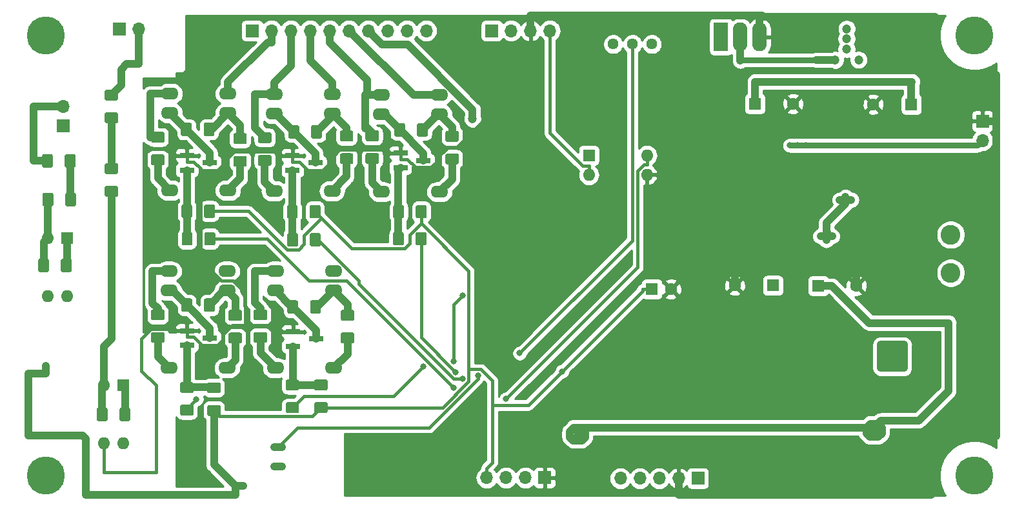
<source format=gbr>
%TF.GenerationSoftware,KiCad,Pcbnew,(5.1.4-0-10_14)*%
%TF.CreationDate,2019-11-24T22:14:09+02:00*%
%TF.ProjectId,READY,52454144-592e-46b6-9963-61645f706362,3.0*%
%TF.SameCoordinates,Original*%
%TF.FileFunction,Copper,L2,Bot*%
%TF.FilePolarity,Positive*%
%FSLAX46Y46*%
G04 Gerber Fmt 4.6, Leading zero omitted, Abs format (unit mm)*
G04 Created by KiCad (PCBNEW (5.1.4-0-10_14)) date 2019-11-24 22:14:09*
%MOMM*%
%LPD*%
G04 APERTURE LIST*
%TA.AperFunction,ComponentPad*%
%ADD10R,1.600000X1.600000*%
%TD*%
%TA.AperFunction,ComponentPad*%
%ADD11C,1.600000*%
%TD*%
%TA.AperFunction,ComponentPad*%
%ADD12C,5.000000*%
%TD*%
%TA.AperFunction,ComponentPad*%
%ADD13R,1.900000X3.800000*%
%TD*%
%TA.AperFunction,ComponentPad*%
%ADD14O,1.900000X3.800000*%
%TD*%
%TA.AperFunction,ComponentPad*%
%ADD15C,1.440000*%
%TD*%
%TA.AperFunction,ComponentPad*%
%ADD16C,2.600000*%
%TD*%
%TA.AperFunction,ComponentPad*%
%ADD17R,1.700000X1.700000*%
%TD*%
%TA.AperFunction,ComponentPad*%
%ADD18O,1.700000X1.700000*%
%TD*%
%TA.AperFunction,ComponentPad*%
%ADD19O,1.600000X1.600000*%
%TD*%
%TA.AperFunction,Conductor*%
%ADD20C,0.150000*%
%TD*%
%TA.AperFunction,SMDPad,CuDef*%
%ADD21C,1.425000*%
%TD*%
%TA.AperFunction,ComponentPad*%
%ADD22O,2.300000X1.600000*%
%TD*%
%TA.AperFunction,SMDPad,CuDef*%
%ADD23R,1.900000X0.800000*%
%TD*%
%TA.AperFunction,ViaPad*%
%ADD24C,0.800000*%
%TD*%
%TA.AperFunction,ViaPad*%
%ADD25C,1.200000*%
%TD*%
%TA.AperFunction,Conductor*%
%ADD26C,0.800000*%
%TD*%
%TA.AperFunction,Conductor*%
%ADD27C,1.000000*%
%TD*%
%TA.AperFunction,Conductor*%
%ADD28C,0.400000*%
%TD*%
%TA.AperFunction,Conductor*%
%ADD29C,5.000000*%
%TD*%
%TA.AperFunction,Conductor*%
%ADD30C,3.000000*%
%TD*%
%TA.AperFunction,Conductor*%
%ADD31C,0.254000*%
%TD*%
G04 APERTURE END LIST*
D10*
%TO.P,C10,1*%
%TO.N,+48V*%
X176911000Y-70243700D03*
D11*
%TO.P,C10,2*%
%TO.N,COIL_2_OUT*%
X181911000Y-70243700D03*
%TD*%
D12*
%TO.P,H1,1*%
%TO.N,N/C*%
X205707000Y-61247000D03*
%TD*%
%TO.P,H2,1*%
%TO.N,N/C*%
X205707000Y-119039000D03*
%TD*%
%TO.P,H3,1*%
%TO.N,N/C*%
X83855000Y-119039000D03*
%TD*%
%TO.P,H4,1*%
%TO.N,N/C*%
X83855000Y-61247000D03*
%TD*%
D13*
%TO.P,J1,1*%
%TO.N,AB_RAW*%
X172439000Y-61440100D03*
D14*
%TO.P,J1,2*%
%TO.N,Net-(D20-Pad1)*%
X174979000Y-61440100D03*
%TO.P,J1,3*%
%TO.N,COIL_2_OUT*%
X177519000Y-61440100D03*
%TD*%
D15*
%TO.P,BAT1,1*%
%TO.N,Net-(BAT1-Pad1)*%
X163375000Y-62405300D03*
%TO.P,BAT1,2*%
%TO.N,AB*%
X160835000Y-62405300D03*
%TO.P,BAT1,3*%
%TO.N,Net-(BAT1-Pad3)*%
X158295000Y-62405300D03*
%TD*%
D10*
%TO.P,C12,1*%
%TO.N,+3V3*%
X163388000Y-94549000D03*
D11*
%TO.P,C12,2*%
%TO.N,COIL_2_OUT*%
X165888000Y-94549000D03*
%TD*%
%TO.P,C19,2*%
%TO.N,COIL_2_OUT*%
X190224000Y-94117200D03*
D10*
%TO.P,C19,1*%
%TO.N,+15V*%
X185224000Y-94117200D03*
%TD*%
%TO.P,C20,1*%
%TO.N,+15V*%
X179260000Y-94071400D03*
D11*
%TO.P,C20,2*%
%TO.N,COIL_2_OUT*%
X174260000Y-94071400D03*
%TD*%
D16*
%TO.P,L1,1*%
%TO.N,Net-(D12-Pad1)*%
X202601000Y-87411600D03*
%TO.P,L1,2*%
%TO.N,+15V*%
X202601000Y-92411600D03*
%TD*%
D17*
%TO.P,J3,1*%
%TO.N,COIL_2_OUT*%
X206769000Y-72504300D03*
D18*
%TO.P,J3,2*%
%TO.N,XL_EN*%
X206769000Y-75044300D03*
%TD*%
D17*
%TO.P,J4,1*%
%TO.N,COIL_2_OUT*%
X149314000Y-119304000D03*
D18*
%TO.P,J4,2*%
%TO.N,CLK*%
X146774000Y-119304000D03*
%TO.P,J4,3*%
%TO.N,DIO*%
X144234000Y-119304000D03*
%TO.P,J4,4*%
%TO.N,+3V3*%
X141694000Y-119304000D03*
%TD*%
D10*
%TO.P,C1,1*%
%TO.N,+48V*%
X197434000Y-70319900D03*
D11*
%TO.P,C1,2*%
%TO.N,COIL_2_OUT*%
X192434000Y-70319900D03*
%TD*%
D17*
%TO.P,J5,1*%
%TO.N,15V1_OK*%
X169418000Y-119380000D03*
D18*
%TO.P,J5,2*%
%TO.N,COIL_2_OUT*%
X166878000Y-119380000D03*
%TO.P,J5,3*%
%TO.N,BLOCK_PU*%
X164338000Y-119380000D03*
%TO.P,J5,4*%
%TO.N,TEMP_2*%
X161798000Y-119380000D03*
%TO.P,J5,5*%
%TO.N,Net-(J5-Pad5)*%
X159258000Y-119380000D03*
%TD*%
D17*
%TO.P,J8,1*%
%TO.N,RESTART*%
X142367000Y-60642500D03*
D18*
%TO.P,J8,2*%
%TO.N,Net-(J8-Pad2)*%
X144907000Y-60642500D03*
%TO.P,J8,3*%
%TO.N,COIL_2_OUT*%
X147447000Y-60642500D03*
%TO.P,J8,4*%
%TO.N,RESTART_GND*%
X149987000Y-60642500D03*
%TD*%
D10*
%TO.P,U4,1*%
%TO.N,Net-(R2-Pad1)*%
X155113000Y-77013000D03*
D19*
%TO.P,U4,3*%
%TO.N,COIL_2_OUT*%
X162733000Y-79553000D03*
%TO.P,U4,2*%
%TO.N,RESTART_GND*%
X155113000Y-79553000D03*
%TO.P,U4,4*%
%TO.N,RESTART_CMD*%
X162733000Y-77013000D03*
%TD*%
D20*
%TO.N,+9V*%
%TO.C,D1*%
G36*
X105760504Y-72722704D02*
G01*
X105784773Y-72726304D01*
X105808571Y-72732265D01*
X105831671Y-72740530D01*
X105853849Y-72751020D01*
X105874893Y-72763633D01*
X105894598Y-72778247D01*
X105912777Y-72794723D01*
X105929253Y-72812902D01*
X105943867Y-72832607D01*
X105956480Y-72853651D01*
X105966970Y-72875829D01*
X105975235Y-72898929D01*
X105981196Y-72922727D01*
X105984796Y-72946996D01*
X105986000Y-72971500D01*
X105986000Y-74221500D01*
X105984796Y-74246004D01*
X105981196Y-74270273D01*
X105975235Y-74294071D01*
X105966970Y-74317171D01*
X105956480Y-74339349D01*
X105943867Y-74360393D01*
X105929253Y-74380098D01*
X105912777Y-74398277D01*
X105894598Y-74414753D01*
X105874893Y-74429367D01*
X105853849Y-74441980D01*
X105831671Y-74452470D01*
X105808571Y-74460735D01*
X105784773Y-74466696D01*
X105760504Y-74470296D01*
X105736000Y-74471500D01*
X104811000Y-74471500D01*
X104786496Y-74470296D01*
X104762227Y-74466696D01*
X104738429Y-74460735D01*
X104715329Y-74452470D01*
X104693151Y-74441980D01*
X104672107Y-74429367D01*
X104652402Y-74414753D01*
X104634223Y-74398277D01*
X104617747Y-74380098D01*
X104603133Y-74360393D01*
X104590520Y-74339349D01*
X104580030Y-74317171D01*
X104571765Y-74294071D01*
X104565804Y-74270273D01*
X104562204Y-74246004D01*
X104561000Y-74221500D01*
X104561000Y-72971500D01*
X104562204Y-72946996D01*
X104565804Y-72922727D01*
X104571765Y-72898929D01*
X104580030Y-72875829D01*
X104590520Y-72853651D01*
X104603133Y-72832607D01*
X104617747Y-72812902D01*
X104634223Y-72794723D01*
X104652402Y-72778247D01*
X104672107Y-72763633D01*
X104693151Y-72751020D01*
X104715329Y-72740530D01*
X104738429Y-72732265D01*
X104762227Y-72726304D01*
X104786496Y-72722704D01*
X104811000Y-72721500D01*
X105736000Y-72721500D01*
X105760504Y-72722704D01*
X105760504Y-72722704D01*
G37*
D21*
%TD*%
%TO.P,D1,1*%
%TO.N,+9V*%
X105273500Y-73596500D03*
D20*
%TO.N,Net-(D1-Pad2)*%
%TO.C,D1*%
G36*
X102785504Y-72722704D02*
G01*
X102809773Y-72726304D01*
X102833571Y-72732265D01*
X102856671Y-72740530D01*
X102878849Y-72751020D01*
X102899893Y-72763633D01*
X102919598Y-72778247D01*
X102937777Y-72794723D01*
X102954253Y-72812902D01*
X102968867Y-72832607D01*
X102981480Y-72853651D01*
X102991970Y-72875829D01*
X103000235Y-72898929D01*
X103006196Y-72922727D01*
X103009796Y-72946996D01*
X103011000Y-72971500D01*
X103011000Y-74221500D01*
X103009796Y-74246004D01*
X103006196Y-74270273D01*
X103000235Y-74294071D01*
X102991970Y-74317171D01*
X102981480Y-74339349D01*
X102968867Y-74360393D01*
X102954253Y-74380098D01*
X102937777Y-74398277D01*
X102919598Y-74414753D01*
X102899893Y-74429367D01*
X102878849Y-74441980D01*
X102856671Y-74452470D01*
X102833571Y-74460735D01*
X102809773Y-74466696D01*
X102785504Y-74470296D01*
X102761000Y-74471500D01*
X101836000Y-74471500D01*
X101811496Y-74470296D01*
X101787227Y-74466696D01*
X101763429Y-74460735D01*
X101740329Y-74452470D01*
X101718151Y-74441980D01*
X101697107Y-74429367D01*
X101677402Y-74414753D01*
X101659223Y-74398277D01*
X101642747Y-74380098D01*
X101628133Y-74360393D01*
X101615520Y-74339349D01*
X101605030Y-74317171D01*
X101596765Y-74294071D01*
X101590804Y-74270273D01*
X101587204Y-74246004D01*
X101586000Y-74221500D01*
X101586000Y-72971500D01*
X101587204Y-72946996D01*
X101590804Y-72922727D01*
X101596765Y-72898929D01*
X101605030Y-72875829D01*
X101615520Y-72853651D01*
X101628133Y-72832607D01*
X101642747Y-72812902D01*
X101659223Y-72794723D01*
X101677402Y-72778247D01*
X101697107Y-72763633D01*
X101718151Y-72751020D01*
X101740329Y-72740530D01*
X101763429Y-72732265D01*
X101787227Y-72726304D01*
X101811496Y-72722704D01*
X101836000Y-72721500D01*
X102761000Y-72721500D01*
X102785504Y-72722704D01*
X102785504Y-72722704D01*
G37*
D21*
%TD*%
%TO.P,D1,2*%
%TO.N,Net-(D1-Pad2)*%
X102298500Y-73596500D03*
D22*
%TO.P,K1,12*%
%TO.N,Net-(K1-Pad1)*%
X100140000Y-81597500D03*
%TO.P,K1,8*%
%TO.N,Net-(D1-Pad2)*%
X100140000Y-71437500D03*
%TO.P,K1,1*%
%TO.N,Net-(K1-Pad1)*%
X107760000Y-81597500D03*
%TO.P,K1,5*%
%TO.N,+9V*%
X107760000Y-71437500D03*
%TO.P,K1,7*%
%TO.N,IN_1A*%
X100140000Y-68897500D03*
%TO.P,K1,6*%
%TO.N,IN_1B*%
X107760000Y-68897500D03*
%TD*%
D23*
%TO.P,Q1,1*%
%TO.N,Net-(Q1-Pad1)*%
X102386000Y-78928000D03*
%TO.P,Q1,2*%
%TO.N,COIL_2_OUT*%
X102386000Y-77028000D03*
%TO.P,Q1,3*%
%TO.N,Net-(D1-Pad2)*%
X105386000Y-77978000D03*
%TD*%
D20*
%TO.N,RELAY_1*%
%TO.C,R10*%
G36*
X105860504Y-87073704D02*
G01*
X105884773Y-87077304D01*
X105908571Y-87083265D01*
X105931671Y-87091530D01*
X105953849Y-87102020D01*
X105974893Y-87114633D01*
X105994598Y-87129247D01*
X106012777Y-87145723D01*
X106029253Y-87163902D01*
X106043867Y-87183607D01*
X106056480Y-87204651D01*
X106066970Y-87226829D01*
X106075235Y-87249929D01*
X106081196Y-87273727D01*
X106084796Y-87297996D01*
X106086000Y-87322500D01*
X106086000Y-88572500D01*
X106084796Y-88597004D01*
X106081196Y-88621273D01*
X106075235Y-88645071D01*
X106066970Y-88668171D01*
X106056480Y-88690349D01*
X106043867Y-88711393D01*
X106029253Y-88731098D01*
X106012777Y-88749277D01*
X105994598Y-88765753D01*
X105974893Y-88780367D01*
X105953849Y-88792980D01*
X105931671Y-88803470D01*
X105908571Y-88811735D01*
X105884773Y-88817696D01*
X105860504Y-88821296D01*
X105836000Y-88822500D01*
X104911000Y-88822500D01*
X104886496Y-88821296D01*
X104862227Y-88817696D01*
X104838429Y-88811735D01*
X104815329Y-88803470D01*
X104793151Y-88792980D01*
X104772107Y-88780367D01*
X104752402Y-88765753D01*
X104734223Y-88749277D01*
X104717747Y-88731098D01*
X104703133Y-88711393D01*
X104690520Y-88690349D01*
X104680030Y-88668171D01*
X104671765Y-88645071D01*
X104665804Y-88621273D01*
X104662204Y-88597004D01*
X104661000Y-88572500D01*
X104661000Y-87322500D01*
X104662204Y-87297996D01*
X104665804Y-87273727D01*
X104671765Y-87249929D01*
X104680030Y-87226829D01*
X104690520Y-87204651D01*
X104703133Y-87183607D01*
X104717747Y-87163902D01*
X104734223Y-87145723D01*
X104752402Y-87129247D01*
X104772107Y-87114633D01*
X104793151Y-87102020D01*
X104815329Y-87091530D01*
X104838429Y-87083265D01*
X104862227Y-87077304D01*
X104886496Y-87073704D01*
X104911000Y-87072500D01*
X105836000Y-87072500D01*
X105860504Y-87073704D01*
X105860504Y-87073704D01*
G37*
D21*
%TD*%
%TO.P,R10,2*%
%TO.N,RELAY_1*%
X105373500Y-87947500D03*
D20*
%TO.N,Net-(Q1-Pad1)*%
%TO.C,R10*%
G36*
X102885504Y-87073704D02*
G01*
X102909773Y-87077304D01*
X102933571Y-87083265D01*
X102956671Y-87091530D01*
X102978849Y-87102020D01*
X102999893Y-87114633D01*
X103019598Y-87129247D01*
X103037777Y-87145723D01*
X103054253Y-87163902D01*
X103068867Y-87183607D01*
X103081480Y-87204651D01*
X103091970Y-87226829D01*
X103100235Y-87249929D01*
X103106196Y-87273727D01*
X103109796Y-87297996D01*
X103111000Y-87322500D01*
X103111000Y-88572500D01*
X103109796Y-88597004D01*
X103106196Y-88621273D01*
X103100235Y-88645071D01*
X103091970Y-88668171D01*
X103081480Y-88690349D01*
X103068867Y-88711393D01*
X103054253Y-88731098D01*
X103037777Y-88749277D01*
X103019598Y-88765753D01*
X102999893Y-88780367D01*
X102978849Y-88792980D01*
X102956671Y-88803470D01*
X102933571Y-88811735D01*
X102909773Y-88817696D01*
X102885504Y-88821296D01*
X102861000Y-88822500D01*
X101936000Y-88822500D01*
X101911496Y-88821296D01*
X101887227Y-88817696D01*
X101863429Y-88811735D01*
X101840329Y-88803470D01*
X101818151Y-88792980D01*
X101797107Y-88780367D01*
X101777402Y-88765753D01*
X101759223Y-88749277D01*
X101742747Y-88731098D01*
X101728133Y-88711393D01*
X101715520Y-88690349D01*
X101705030Y-88668171D01*
X101696765Y-88645071D01*
X101690804Y-88621273D01*
X101687204Y-88597004D01*
X101686000Y-88572500D01*
X101686000Y-87322500D01*
X101687204Y-87297996D01*
X101690804Y-87273727D01*
X101696765Y-87249929D01*
X101705030Y-87226829D01*
X101715520Y-87204651D01*
X101728133Y-87183607D01*
X101742747Y-87163902D01*
X101759223Y-87145723D01*
X101777402Y-87129247D01*
X101797107Y-87114633D01*
X101818151Y-87102020D01*
X101840329Y-87091530D01*
X101863429Y-87083265D01*
X101887227Y-87077304D01*
X101911496Y-87073704D01*
X101936000Y-87072500D01*
X102861000Y-87072500D01*
X102885504Y-87073704D01*
X102885504Y-87073704D01*
G37*
D21*
%TD*%
%TO.P,R10,1*%
%TO.N,Net-(Q1-Pad1)*%
X102398500Y-87947500D03*
D20*
%TO.N,+3V3*%
%TO.C,R11*%
G36*
X105824504Y-83454204D02*
G01*
X105848773Y-83457804D01*
X105872571Y-83463765D01*
X105895671Y-83472030D01*
X105917849Y-83482520D01*
X105938893Y-83495133D01*
X105958598Y-83509747D01*
X105976777Y-83526223D01*
X105993253Y-83544402D01*
X106007867Y-83564107D01*
X106020480Y-83585151D01*
X106030970Y-83607329D01*
X106039235Y-83630429D01*
X106045196Y-83654227D01*
X106048796Y-83678496D01*
X106050000Y-83703000D01*
X106050000Y-84953000D01*
X106048796Y-84977504D01*
X106045196Y-85001773D01*
X106039235Y-85025571D01*
X106030970Y-85048671D01*
X106020480Y-85070849D01*
X106007867Y-85091893D01*
X105993253Y-85111598D01*
X105976777Y-85129777D01*
X105958598Y-85146253D01*
X105938893Y-85160867D01*
X105917849Y-85173480D01*
X105895671Y-85183970D01*
X105872571Y-85192235D01*
X105848773Y-85198196D01*
X105824504Y-85201796D01*
X105800000Y-85203000D01*
X104875000Y-85203000D01*
X104850496Y-85201796D01*
X104826227Y-85198196D01*
X104802429Y-85192235D01*
X104779329Y-85183970D01*
X104757151Y-85173480D01*
X104736107Y-85160867D01*
X104716402Y-85146253D01*
X104698223Y-85129777D01*
X104681747Y-85111598D01*
X104667133Y-85091893D01*
X104654520Y-85070849D01*
X104644030Y-85048671D01*
X104635765Y-85025571D01*
X104629804Y-85001773D01*
X104626204Y-84977504D01*
X104625000Y-84953000D01*
X104625000Y-83703000D01*
X104626204Y-83678496D01*
X104629804Y-83654227D01*
X104635765Y-83630429D01*
X104644030Y-83607329D01*
X104654520Y-83585151D01*
X104667133Y-83564107D01*
X104681747Y-83544402D01*
X104698223Y-83526223D01*
X104716402Y-83509747D01*
X104736107Y-83495133D01*
X104757151Y-83482520D01*
X104779329Y-83472030D01*
X104802429Y-83463765D01*
X104826227Y-83457804D01*
X104850496Y-83454204D01*
X104875000Y-83453000D01*
X105800000Y-83453000D01*
X105824504Y-83454204D01*
X105824504Y-83454204D01*
G37*
D21*
%TD*%
%TO.P,R11,1*%
%TO.N,+3V3*%
X105337500Y-84328000D03*
D20*
%TO.N,Net-(Q1-Pad1)*%
%TO.C,R11*%
G36*
X102849504Y-83454204D02*
G01*
X102873773Y-83457804D01*
X102897571Y-83463765D01*
X102920671Y-83472030D01*
X102942849Y-83482520D01*
X102963893Y-83495133D01*
X102983598Y-83509747D01*
X103001777Y-83526223D01*
X103018253Y-83544402D01*
X103032867Y-83564107D01*
X103045480Y-83585151D01*
X103055970Y-83607329D01*
X103064235Y-83630429D01*
X103070196Y-83654227D01*
X103073796Y-83678496D01*
X103075000Y-83703000D01*
X103075000Y-84953000D01*
X103073796Y-84977504D01*
X103070196Y-85001773D01*
X103064235Y-85025571D01*
X103055970Y-85048671D01*
X103045480Y-85070849D01*
X103032867Y-85091893D01*
X103018253Y-85111598D01*
X103001777Y-85129777D01*
X102983598Y-85146253D01*
X102963893Y-85160867D01*
X102942849Y-85173480D01*
X102920671Y-85183970D01*
X102897571Y-85192235D01*
X102873773Y-85198196D01*
X102849504Y-85201796D01*
X102825000Y-85203000D01*
X101900000Y-85203000D01*
X101875496Y-85201796D01*
X101851227Y-85198196D01*
X101827429Y-85192235D01*
X101804329Y-85183970D01*
X101782151Y-85173480D01*
X101761107Y-85160867D01*
X101741402Y-85146253D01*
X101723223Y-85129777D01*
X101706747Y-85111598D01*
X101692133Y-85091893D01*
X101679520Y-85070849D01*
X101669030Y-85048671D01*
X101660765Y-85025571D01*
X101654804Y-85001773D01*
X101651204Y-84977504D01*
X101650000Y-84953000D01*
X101650000Y-83703000D01*
X101651204Y-83678496D01*
X101654804Y-83654227D01*
X101660765Y-83630429D01*
X101669030Y-83607329D01*
X101679520Y-83585151D01*
X101692133Y-83564107D01*
X101706747Y-83544402D01*
X101723223Y-83526223D01*
X101741402Y-83509747D01*
X101761107Y-83495133D01*
X101782151Y-83482520D01*
X101804329Y-83472030D01*
X101827429Y-83463765D01*
X101851227Y-83457804D01*
X101875496Y-83454204D01*
X101900000Y-83453000D01*
X102825000Y-83453000D01*
X102849504Y-83454204D01*
X102849504Y-83454204D01*
G37*
D21*
%TD*%
%TO.P,R11,2*%
%TO.N,Net-(Q1-Pad1)*%
X102362500Y-84328000D03*
D20*
%TO.N,Net-(K1-Pad1)*%
%TO.C,R13*%
G36*
X109996504Y-77066704D02*
G01*
X110020773Y-77070304D01*
X110044571Y-77076265D01*
X110067671Y-77084530D01*
X110089849Y-77095020D01*
X110110893Y-77107633D01*
X110130598Y-77122247D01*
X110148777Y-77138723D01*
X110165253Y-77156902D01*
X110179867Y-77176607D01*
X110192480Y-77197651D01*
X110202970Y-77219829D01*
X110211235Y-77242929D01*
X110217196Y-77266727D01*
X110220796Y-77290996D01*
X110222000Y-77315500D01*
X110222000Y-78240500D01*
X110220796Y-78265004D01*
X110217196Y-78289273D01*
X110211235Y-78313071D01*
X110202970Y-78336171D01*
X110192480Y-78358349D01*
X110179867Y-78379393D01*
X110165253Y-78399098D01*
X110148777Y-78417277D01*
X110130598Y-78433753D01*
X110110893Y-78448367D01*
X110089849Y-78460980D01*
X110067671Y-78471470D01*
X110044571Y-78479735D01*
X110020773Y-78485696D01*
X109996504Y-78489296D01*
X109972000Y-78490500D01*
X108722000Y-78490500D01*
X108697496Y-78489296D01*
X108673227Y-78485696D01*
X108649429Y-78479735D01*
X108626329Y-78471470D01*
X108604151Y-78460980D01*
X108583107Y-78448367D01*
X108563402Y-78433753D01*
X108545223Y-78417277D01*
X108528747Y-78399098D01*
X108514133Y-78379393D01*
X108501520Y-78358349D01*
X108491030Y-78336171D01*
X108482765Y-78313071D01*
X108476804Y-78289273D01*
X108473204Y-78265004D01*
X108472000Y-78240500D01*
X108472000Y-77315500D01*
X108473204Y-77290996D01*
X108476804Y-77266727D01*
X108482765Y-77242929D01*
X108491030Y-77219829D01*
X108501520Y-77197651D01*
X108514133Y-77176607D01*
X108528747Y-77156902D01*
X108545223Y-77138723D01*
X108563402Y-77122247D01*
X108583107Y-77107633D01*
X108604151Y-77095020D01*
X108626329Y-77084530D01*
X108649429Y-77076265D01*
X108673227Y-77070304D01*
X108697496Y-77066704D01*
X108722000Y-77065500D01*
X109972000Y-77065500D01*
X109996504Y-77066704D01*
X109996504Y-77066704D01*
G37*
D21*
%TD*%
%TO.P,R13,2*%
%TO.N,Net-(K1-Pad1)*%
X109347000Y-77778000D03*
D20*
%TO.N,+9V*%
%TO.C,R13*%
G36*
X109996504Y-74091704D02*
G01*
X110020773Y-74095304D01*
X110044571Y-74101265D01*
X110067671Y-74109530D01*
X110089849Y-74120020D01*
X110110893Y-74132633D01*
X110130598Y-74147247D01*
X110148777Y-74163723D01*
X110165253Y-74181902D01*
X110179867Y-74201607D01*
X110192480Y-74222651D01*
X110202970Y-74244829D01*
X110211235Y-74267929D01*
X110217196Y-74291727D01*
X110220796Y-74315996D01*
X110222000Y-74340500D01*
X110222000Y-75265500D01*
X110220796Y-75290004D01*
X110217196Y-75314273D01*
X110211235Y-75338071D01*
X110202970Y-75361171D01*
X110192480Y-75383349D01*
X110179867Y-75404393D01*
X110165253Y-75424098D01*
X110148777Y-75442277D01*
X110130598Y-75458753D01*
X110110893Y-75473367D01*
X110089849Y-75485980D01*
X110067671Y-75496470D01*
X110044571Y-75504735D01*
X110020773Y-75510696D01*
X109996504Y-75514296D01*
X109972000Y-75515500D01*
X108722000Y-75515500D01*
X108697496Y-75514296D01*
X108673227Y-75510696D01*
X108649429Y-75504735D01*
X108626329Y-75496470D01*
X108604151Y-75485980D01*
X108583107Y-75473367D01*
X108563402Y-75458753D01*
X108545223Y-75442277D01*
X108528747Y-75424098D01*
X108514133Y-75404393D01*
X108501520Y-75383349D01*
X108491030Y-75361171D01*
X108482765Y-75338071D01*
X108476804Y-75314273D01*
X108473204Y-75290004D01*
X108472000Y-75265500D01*
X108472000Y-74340500D01*
X108473204Y-74315996D01*
X108476804Y-74291727D01*
X108482765Y-74267929D01*
X108491030Y-74244829D01*
X108501520Y-74222651D01*
X108514133Y-74201607D01*
X108528747Y-74181902D01*
X108545223Y-74163723D01*
X108563402Y-74147247D01*
X108583107Y-74132633D01*
X108604151Y-74120020D01*
X108626329Y-74109530D01*
X108649429Y-74101265D01*
X108673227Y-74095304D01*
X108697496Y-74091704D01*
X108722000Y-74090500D01*
X109972000Y-74090500D01*
X109996504Y-74091704D01*
X109996504Y-74091704D01*
G37*
D21*
%TD*%
%TO.P,R13,1*%
%TO.N,+9V*%
X109347000Y-74803000D03*
D20*
%TO.N,IN_1A*%
%TO.C,R15*%
G36*
X99201504Y-73901204D02*
G01*
X99225773Y-73904804D01*
X99249571Y-73910765D01*
X99272671Y-73919030D01*
X99294849Y-73929520D01*
X99315893Y-73942133D01*
X99335598Y-73956747D01*
X99353777Y-73973223D01*
X99370253Y-73991402D01*
X99384867Y-74011107D01*
X99397480Y-74032151D01*
X99407970Y-74054329D01*
X99416235Y-74077429D01*
X99422196Y-74101227D01*
X99425796Y-74125496D01*
X99427000Y-74150000D01*
X99427000Y-75075000D01*
X99425796Y-75099504D01*
X99422196Y-75123773D01*
X99416235Y-75147571D01*
X99407970Y-75170671D01*
X99397480Y-75192849D01*
X99384867Y-75213893D01*
X99370253Y-75233598D01*
X99353777Y-75251777D01*
X99335598Y-75268253D01*
X99315893Y-75282867D01*
X99294849Y-75295480D01*
X99272671Y-75305970D01*
X99249571Y-75314235D01*
X99225773Y-75320196D01*
X99201504Y-75323796D01*
X99177000Y-75325000D01*
X97927000Y-75325000D01*
X97902496Y-75323796D01*
X97878227Y-75320196D01*
X97854429Y-75314235D01*
X97831329Y-75305970D01*
X97809151Y-75295480D01*
X97788107Y-75282867D01*
X97768402Y-75268253D01*
X97750223Y-75251777D01*
X97733747Y-75233598D01*
X97719133Y-75213893D01*
X97706520Y-75192849D01*
X97696030Y-75170671D01*
X97687765Y-75147571D01*
X97681804Y-75123773D01*
X97678204Y-75099504D01*
X97677000Y-75075000D01*
X97677000Y-74150000D01*
X97678204Y-74125496D01*
X97681804Y-74101227D01*
X97687765Y-74077429D01*
X97696030Y-74054329D01*
X97706520Y-74032151D01*
X97719133Y-74011107D01*
X97733747Y-73991402D01*
X97750223Y-73973223D01*
X97768402Y-73956747D01*
X97788107Y-73942133D01*
X97809151Y-73929520D01*
X97831329Y-73919030D01*
X97854429Y-73910765D01*
X97878227Y-73904804D01*
X97902496Y-73901204D01*
X97927000Y-73900000D01*
X99177000Y-73900000D01*
X99201504Y-73901204D01*
X99201504Y-73901204D01*
G37*
D21*
%TD*%
%TO.P,R15,1*%
%TO.N,IN_1A*%
X98552000Y-74612500D03*
D20*
%TO.N,Net-(K1-Pad1)*%
%TO.C,R15*%
G36*
X99201504Y-76876204D02*
G01*
X99225773Y-76879804D01*
X99249571Y-76885765D01*
X99272671Y-76894030D01*
X99294849Y-76904520D01*
X99315893Y-76917133D01*
X99335598Y-76931747D01*
X99353777Y-76948223D01*
X99370253Y-76966402D01*
X99384867Y-76986107D01*
X99397480Y-77007151D01*
X99407970Y-77029329D01*
X99416235Y-77052429D01*
X99422196Y-77076227D01*
X99425796Y-77100496D01*
X99427000Y-77125000D01*
X99427000Y-78050000D01*
X99425796Y-78074504D01*
X99422196Y-78098773D01*
X99416235Y-78122571D01*
X99407970Y-78145671D01*
X99397480Y-78167849D01*
X99384867Y-78188893D01*
X99370253Y-78208598D01*
X99353777Y-78226777D01*
X99335598Y-78243253D01*
X99315893Y-78257867D01*
X99294849Y-78270480D01*
X99272671Y-78280970D01*
X99249571Y-78289235D01*
X99225773Y-78295196D01*
X99201504Y-78298796D01*
X99177000Y-78300000D01*
X97927000Y-78300000D01*
X97902496Y-78298796D01*
X97878227Y-78295196D01*
X97854429Y-78289235D01*
X97831329Y-78280970D01*
X97809151Y-78270480D01*
X97788107Y-78257867D01*
X97768402Y-78243253D01*
X97750223Y-78226777D01*
X97733747Y-78208598D01*
X97719133Y-78188893D01*
X97706520Y-78167849D01*
X97696030Y-78145671D01*
X97687765Y-78122571D01*
X97681804Y-78098773D01*
X97678204Y-78074504D01*
X97677000Y-78050000D01*
X97677000Y-77125000D01*
X97678204Y-77100496D01*
X97681804Y-77076227D01*
X97687765Y-77052429D01*
X97696030Y-77029329D01*
X97706520Y-77007151D01*
X97719133Y-76986107D01*
X97733747Y-76966402D01*
X97750223Y-76948223D01*
X97768402Y-76931747D01*
X97788107Y-76917133D01*
X97809151Y-76904520D01*
X97831329Y-76894030D01*
X97854429Y-76885765D01*
X97878227Y-76879804D01*
X97902496Y-76876204D01*
X97927000Y-76875000D01*
X99177000Y-76875000D01*
X99201504Y-76876204D01*
X99201504Y-76876204D01*
G37*
D21*
%TD*%
%TO.P,R15,2*%
%TO.N,Net-(K1-Pad1)*%
X98552000Y-77587500D03*
D17*
%TO.P,J2,1*%
%TO.N,IN_1A*%
X110934000Y-60642500D03*
D18*
%TO.P,J2,2*%
%TO.N,IN_1B*%
X113474000Y-60642500D03*
%TO.P,J2,3*%
%TO.N,IN_2A*%
X116014000Y-60642500D03*
%TO.P,J2,4*%
%TO.N,IN_2B*%
X118554000Y-60642500D03*
%TO.P,J2,5*%
%TO.N,IN_3A*%
X121094000Y-60642500D03*
%TO.P,J2,6*%
%TO.N,IN_3B*%
X123634000Y-60642500D03*
%TO.P,J2,7*%
%TO.N,IN_4A*%
X126174000Y-60642500D03*
%TO.P,J2,8*%
%TO.N,IN_4B*%
X128714000Y-60642500D03*
%TO.P,J2,9*%
%TO.N,IN_5A*%
X131254000Y-60642500D03*
%TO.P,J2,10*%
%TO.N,IN_5B*%
X133794000Y-60642500D03*
%TD*%
D20*
%TO.N,+9V*%
%TO.C,D2*%
G36*
X119866504Y-73040204D02*
G01*
X119890773Y-73043804D01*
X119914571Y-73049765D01*
X119937671Y-73058030D01*
X119959849Y-73068520D01*
X119980893Y-73081133D01*
X120000598Y-73095747D01*
X120018777Y-73112223D01*
X120035253Y-73130402D01*
X120049867Y-73150107D01*
X120062480Y-73171151D01*
X120072970Y-73193329D01*
X120081235Y-73216429D01*
X120087196Y-73240227D01*
X120090796Y-73264496D01*
X120092000Y-73289000D01*
X120092000Y-74539000D01*
X120090796Y-74563504D01*
X120087196Y-74587773D01*
X120081235Y-74611571D01*
X120072970Y-74634671D01*
X120062480Y-74656849D01*
X120049867Y-74677893D01*
X120035253Y-74697598D01*
X120018777Y-74715777D01*
X120000598Y-74732253D01*
X119980893Y-74746867D01*
X119959849Y-74759480D01*
X119937671Y-74769970D01*
X119914571Y-74778235D01*
X119890773Y-74784196D01*
X119866504Y-74787796D01*
X119842000Y-74789000D01*
X118917000Y-74789000D01*
X118892496Y-74787796D01*
X118868227Y-74784196D01*
X118844429Y-74778235D01*
X118821329Y-74769970D01*
X118799151Y-74759480D01*
X118778107Y-74746867D01*
X118758402Y-74732253D01*
X118740223Y-74715777D01*
X118723747Y-74697598D01*
X118709133Y-74677893D01*
X118696520Y-74656849D01*
X118686030Y-74634671D01*
X118677765Y-74611571D01*
X118671804Y-74587773D01*
X118668204Y-74563504D01*
X118667000Y-74539000D01*
X118667000Y-73289000D01*
X118668204Y-73264496D01*
X118671804Y-73240227D01*
X118677765Y-73216429D01*
X118686030Y-73193329D01*
X118696520Y-73171151D01*
X118709133Y-73150107D01*
X118723747Y-73130402D01*
X118740223Y-73112223D01*
X118758402Y-73095747D01*
X118778107Y-73081133D01*
X118799151Y-73068520D01*
X118821329Y-73058030D01*
X118844429Y-73049765D01*
X118868227Y-73043804D01*
X118892496Y-73040204D01*
X118917000Y-73039000D01*
X119842000Y-73039000D01*
X119866504Y-73040204D01*
X119866504Y-73040204D01*
G37*
D21*
%TD*%
%TO.P,D2,1*%
%TO.N,+9V*%
X119379500Y-73914000D03*
D20*
%TO.N,Net-(D2-Pad2)*%
%TO.C,D2*%
G36*
X116891504Y-73040204D02*
G01*
X116915773Y-73043804D01*
X116939571Y-73049765D01*
X116962671Y-73058030D01*
X116984849Y-73068520D01*
X117005893Y-73081133D01*
X117025598Y-73095747D01*
X117043777Y-73112223D01*
X117060253Y-73130402D01*
X117074867Y-73150107D01*
X117087480Y-73171151D01*
X117097970Y-73193329D01*
X117106235Y-73216429D01*
X117112196Y-73240227D01*
X117115796Y-73264496D01*
X117117000Y-73289000D01*
X117117000Y-74539000D01*
X117115796Y-74563504D01*
X117112196Y-74587773D01*
X117106235Y-74611571D01*
X117097970Y-74634671D01*
X117087480Y-74656849D01*
X117074867Y-74677893D01*
X117060253Y-74697598D01*
X117043777Y-74715777D01*
X117025598Y-74732253D01*
X117005893Y-74746867D01*
X116984849Y-74759480D01*
X116962671Y-74769970D01*
X116939571Y-74778235D01*
X116915773Y-74784196D01*
X116891504Y-74787796D01*
X116867000Y-74789000D01*
X115942000Y-74789000D01*
X115917496Y-74787796D01*
X115893227Y-74784196D01*
X115869429Y-74778235D01*
X115846329Y-74769970D01*
X115824151Y-74759480D01*
X115803107Y-74746867D01*
X115783402Y-74732253D01*
X115765223Y-74715777D01*
X115748747Y-74697598D01*
X115734133Y-74677893D01*
X115721520Y-74656849D01*
X115711030Y-74634671D01*
X115702765Y-74611571D01*
X115696804Y-74587773D01*
X115693204Y-74563504D01*
X115692000Y-74539000D01*
X115692000Y-73289000D01*
X115693204Y-73264496D01*
X115696804Y-73240227D01*
X115702765Y-73216429D01*
X115711030Y-73193329D01*
X115721520Y-73171151D01*
X115734133Y-73150107D01*
X115748747Y-73130402D01*
X115765223Y-73112223D01*
X115783402Y-73095747D01*
X115803107Y-73081133D01*
X115824151Y-73068520D01*
X115846329Y-73058030D01*
X115869429Y-73049765D01*
X115893227Y-73043804D01*
X115917496Y-73040204D01*
X115942000Y-73039000D01*
X116867000Y-73039000D01*
X116891504Y-73040204D01*
X116891504Y-73040204D01*
G37*
D21*
%TD*%
%TO.P,D2,2*%
%TO.N,Net-(D2-Pad2)*%
X116404500Y-73914000D03*
D22*
%TO.P,K2,12*%
%TO.N,Net-(K2-Pad1)*%
X113792000Y-81661000D03*
%TO.P,K2,8*%
%TO.N,Net-(D2-Pad2)*%
X113792000Y-71501000D03*
%TO.P,K2,1*%
%TO.N,Net-(K2-Pad1)*%
X121412000Y-81661000D03*
%TO.P,K2,5*%
%TO.N,+9V*%
X121412000Y-71501000D03*
%TO.P,K2,7*%
%TO.N,IN_2A*%
X113792000Y-68961000D03*
%TO.P,K2,6*%
%TO.N,IN_2B*%
X121412000Y-68961000D03*
%TD*%
D23*
%TO.P,Q3,1*%
%TO.N,Net-(Q3-Pad1)*%
X116229000Y-78928000D03*
%TO.P,Q3,2*%
%TO.N,COIL_2_OUT*%
X116229000Y-77028000D03*
%TO.P,Q3,3*%
%TO.N,Net-(D2-Pad2)*%
X119229000Y-77978000D03*
%TD*%
D20*
%TO.N,RELAY_2*%
%TO.C,R16*%
G36*
X119703504Y-87200704D02*
G01*
X119727773Y-87204304D01*
X119751571Y-87210265D01*
X119774671Y-87218530D01*
X119796849Y-87229020D01*
X119817893Y-87241633D01*
X119837598Y-87256247D01*
X119855777Y-87272723D01*
X119872253Y-87290902D01*
X119886867Y-87310607D01*
X119899480Y-87331651D01*
X119909970Y-87353829D01*
X119918235Y-87376929D01*
X119924196Y-87400727D01*
X119927796Y-87424996D01*
X119929000Y-87449500D01*
X119929000Y-88699500D01*
X119927796Y-88724004D01*
X119924196Y-88748273D01*
X119918235Y-88772071D01*
X119909970Y-88795171D01*
X119899480Y-88817349D01*
X119886867Y-88838393D01*
X119872253Y-88858098D01*
X119855777Y-88876277D01*
X119837598Y-88892753D01*
X119817893Y-88907367D01*
X119796849Y-88919980D01*
X119774671Y-88930470D01*
X119751571Y-88938735D01*
X119727773Y-88944696D01*
X119703504Y-88948296D01*
X119679000Y-88949500D01*
X118754000Y-88949500D01*
X118729496Y-88948296D01*
X118705227Y-88944696D01*
X118681429Y-88938735D01*
X118658329Y-88930470D01*
X118636151Y-88919980D01*
X118615107Y-88907367D01*
X118595402Y-88892753D01*
X118577223Y-88876277D01*
X118560747Y-88858098D01*
X118546133Y-88838393D01*
X118533520Y-88817349D01*
X118523030Y-88795171D01*
X118514765Y-88772071D01*
X118508804Y-88748273D01*
X118505204Y-88724004D01*
X118504000Y-88699500D01*
X118504000Y-87449500D01*
X118505204Y-87424996D01*
X118508804Y-87400727D01*
X118514765Y-87376929D01*
X118523030Y-87353829D01*
X118533520Y-87331651D01*
X118546133Y-87310607D01*
X118560747Y-87290902D01*
X118577223Y-87272723D01*
X118595402Y-87256247D01*
X118615107Y-87241633D01*
X118636151Y-87229020D01*
X118658329Y-87218530D01*
X118681429Y-87210265D01*
X118705227Y-87204304D01*
X118729496Y-87200704D01*
X118754000Y-87199500D01*
X119679000Y-87199500D01*
X119703504Y-87200704D01*
X119703504Y-87200704D01*
G37*
D21*
%TD*%
%TO.P,R16,2*%
%TO.N,RELAY_2*%
X119216500Y-88074500D03*
D20*
%TO.N,Net-(Q3-Pad1)*%
%TO.C,R16*%
G36*
X116728504Y-87200704D02*
G01*
X116752773Y-87204304D01*
X116776571Y-87210265D01*
X116799671Y-87218530D01*
X116821849Y-87229020D01*
X116842893Y-87241633D01*
X116862598Y-87256247D01*
X116880777Y-87272723D01*
X116897253Y-87290902D01*
X116911867Y-87310607D01*
X116924480Y-87331651D01*
X116934970Y-87353829D01*
X116943235Y-87376929D01*
X116949196Y-87400727D01*
X116952796Y-87424996D01*
X116954000Y-87449500D01*
X116954000Y-88699500D01*
X116952796Y-88724004D01*
X116949196Y-88748273D01*
X116943235Y-88772071D01*
X116934970Y-88795171D01*
X116924480Y-88817349D01*
X116911867Y-88838393D01*
X116897253Y-88858098D01*
X116880777Y-88876277D01*
X116862598Y-88892753D01*
X116842893Y-88907367D01*
X116821849Y-88919980D01*
X116799671Y-88930470D01*
X116776571Y-88938735D01*
X116752773Y-88944696D01*
X116728504Y-88948296D01*
X116704000Y-88949500D01*
X115779000Y-88949500D01*
X115754496Y-88948296D01*
X115730227Y-88944696D01*
X115706429Y-88938735D01*
X115683329Y-88930470D01*
X115661151Y-88919980D01*
X115640107Y-88907367D01*
X115620402Y-88892753D01*
X115602223Y-88876277D01*
X115585747Y-88858098D01*
X115571133Y-88838393D01*
X115558520Y-88817349D01*
X115548030Y-88795171D01*
X115539765Y-88772071D01*
X115533804Y-88748273D01*
X115530204Y-88724004D01*
X115529000Y-88699500D01*
X115529000Y-87449500D01*
X115530204Y-87424996D01*
X115533804Y-87400727D01*
X115539765Y-87376929D01*
X115548030Y-87353829D01*
X115558520Y-87331651D01*
X115571133Y-87310607D01*
X115585747Y-87290902D01*
X115602223Y-87272723D01*
X115620402Y-87256247D01*
X115640107Y-87241633D01*
X115661151Y-87229020D01*
X115683329Y-87218530D01*
X115706429Y-87210265D01*
X115730227Y-87204304D01*
X115754496Y-87200704D01*
X115779000Y-87199500D01*
X116704000Y-87199500D01*
X116728504Y-87200704D01*
X116728504Y-87200704D01*
G37*
D21*
%TD*%
%TO.P,R16,1*%
%TO.N,Net-(Q3-Pad1)*%
X116241500Y-88074500D03*
D20*
%TO.N,+3V3*%
%TO.C,R18*%
G36*
X119666504Y-83517704D02*
G01*
X119690773Y-83521304D01*
X119714571Y-83527265D01*
X119737671Y-83535530D01*
X119759849Y-83546020D01*
X119780893Y-83558633D01*
X119800598Y-83573247D01*
X119818777Y-83589723D01*
X119835253Y-83607902D01*
X119849867Y-83627607D01*
X119862480Y-83648651D01*
X119872970Y-83670829D01*
X119881235Y-83693929D01*
X119887196Y-83717727D01*
X119890796Y-83741996D01*
X119892000Y-83766500D01*
X119892000Y-85016500D01*
X119890796Y-85041004D01*
X119887196Y-85065273D01*
X119881235Y-85089071D01*
X119872970Y-85112171D01*
X119862480Y-85134349D01*
X119849867Y-85155393D01*
X119835253Y-85175098D01*
X119818777Y-85193277D01*
X119800598Y-85209753D01*
X119780893Y-85224367D01*
X119759849Y-85236980D01*
X119737671Y-85247470D01*
X119714571Y-85255735D01*
X119690773Y-85261696D01*
X119666504Y-85265296D01*
X119642000Y-85266500D01*
X118717000Y-85266500D01*
X118692496Y-85265296D01*
X118668227Y-85261696D01*
X118644429Y-85255735D01*
X118621329Y-85247470D01*
X118599151Y-85236980D01*
X118578107Y-85224367D01*
X118558402Y-85209753D01*
X118540223Y-85193277D01*
X118523747Y-85175098D01*
X118509133Y-85155393D01*
X118496520Y-85134349D01*
X118486030Y-85112171D01*
X118477765Y-85089071D01*
X118471804Y-85065273D01*
X118468204Y-85041004D01*
X118467000Y-85016500D01*
X118467000Y-83766500D01*
X118468204Y-83741996D01*
X118471804Y-83717727D01*
X118477765Y-83693929D01*
X118486030Y-83670829D01*
X118496520Y-83648651D01*
X118509133Y-83627607D01*
X118523747Y-83607902D01*
X118540223Y-83589723D01*
X118558402Y-83573247D01*
X118578107Y-83558633D01*
X118599151Y-83546020D01*
X118621329Y-83535530D01*
X118644429Y-83527265D01*
X118668227Y-83521304D01*
X118692496Y-83517704D01*
X118717000Y-83516500D01*
X119642000Y-83516500D01*
X119666504Y-83517704D01*
X119666504Y-83517704D01*
G37*
D21*
%TD*%
%TO.P,R18,1*%
%TO.N,+3V3*%
X119179500Y-84391500D03*
D20*
%TO.N,Net-(Q3-Pad1)*%
%TO.C,R18*%
G36*
X116691504Y-83517704D02*
G01*
X116715773Y-83521304D01*
X116739571Y-83527265D01*
X116762671Y-83535530D01*
X116784849Y-83546020D01*
X116805893Y-83558633D01*
X116825598Y-83573247D01*
X116843777Y-83589723D01*
X116860253Y-83607902D01*
X116874867Y-83627607D01*
X116887480Y-83648651D01*
X116897970Y-83670829D01*
X116906235Y-83693929D01*
X116912196Y-83717727D01*
X116915796Y-83741996D01*
X116917000Y-83766500D01*
X116917000Y-85016500D01*
X116915796Y-85041004D01*
X116912196Y-85065273D01*
X116906235Y-85089071D01*
X116897970Y-85112171D01*
X116887480Y-85134349D01*
X116874867Y-85155393D01*
X116860253Y-85175098D01*
X116843777Y-85193277D01*
X116825598Y-85209753D01*
X116805893Y-85224367D01*
X116784849Y-85236980D01*
X116762671Y-85247470D01*
X116739571Y-85255735D01*
X116715773Y-85261696D01*
X116691504Y-85265296D01*
X116667000Y-85266500D01*
X115742000Y-85266500D01*
X115717496Y-85265296D01*
X115693227Y-85261696D01*
X115669429Y-85255735D01*
X115646329Y-85247470D01*
X115624151Y-85236980D01*
X115603107Y-85224367D01*
X115583402Y-85209753D01*
X115565223Y-85193277D01*
X115548747Y-85175098D01*
X115534133Y-85155393D01*
X115521520Y-85134349D01*
X115511030Y-85112171D01*
X115502765Y-85089071D01*
X115496804Y-85065273D01*
X115493204Y-85041004D01*
X115492000Y-85016500D01*
X115492000Y-83766500D01*
X115493204Y-83741996D01*
X115496804Y-83717727D01*
X115502765Y-83693929D01*
X115511030Y-83670829D01*
X115521520Y-83648651D01*
X115534133Y-83627607D01*
X115548747Y-83607902D01*
X115565223Y-83589723D01*
X115583402Y-83573247D01*
X115603107Y-83558633D01*
X115624151Y-83546020D01*
X115646329Y-83535530D01*
X115669429Y-83527265D01*
X115693227Y-83521304D01*
X115717496Y-83517704D01*
X115742000Y-83516500D01*
X116667000Y-83516500D01*
X116691504Y-83517704D01*
X116691504Y-83517704D01*
G37*
D21*
%TD*%
%TO.P,R18,2*%
%TO.N,Net-(Q3-Pad1)*%
X116204500Y-84391500D03*
D20*
%TO.N,Net-(K2-Pad1)*%
%TO.C,R19*%
G36*
X123966504Y-76722204D02*
G01*
X123990773Y-76725804D01*
X124014571Y-76731765D01*
X124037671Y-76740030D01*
X124059849Y-76750520D01*
X124080893Y-76763133D01*
X124100598Y-76777747D01*
X124118777Y-76794223D01*
X124135253Y-76812402D01*
X124149867Y-76832107D01*
X124162480Y-76853151D01*
X124172970Y-76875329D01*
X124181235Y-76898429D01*
X124187196Y-76922227D01*
X124190796Y-76946496D01*
X124192000Y-76971000D01*
X124192000Y-77896000D01*
X124190796Y-77920504D01*
X124187196Y-77944773D01*
X124181235Y-77968571D01*
X124172970Y-77991671D01*
X124162480Y-78013849D01*
X124149867Y-78034893D01*
X124135253Y-78054598D01*
X124118777Y-78072777D01*
X124100598Y-78089253D01*
X124080893Y-78103867D01*
X124059849Y-78116480D01*
X124037671Y-78126970D01*
X124014571Y-78135235D01*
X123990773Y-78141196D01*
X123966504Y-78144796D01*
X123942000Y-78146000D01*
X122692000Y-78146000D01*
X122667496Y-78144796D01*
X122643227Y-78141196D01*
X122619429Y-78135235D01*
X122596329Y-78126970D01*
X122574151Y-78116480D01*
X122553107Y-78103867D01*
X122533402Y-78089253D01*
X122515223Y-78072777D01*
X122498747Y-78054598D01*
X122484133Y-78034893D01*
X122471520Y-78013849D01*
X122461030Y-77991671D01*
X122452765Y-77968571D01*
X122446804Y-77944773D01*
X122443204Y-77920504D01*
X122442000Y-77896000D01*
X122442000Y-76971000D01*
X122443204Y-76946496D01*
X122446804Y-76922227D01*
X122452765Y-76898429D01*
X122461030Y-76875329D01*
X122471520Y-76853151D01*
X122484133Y-76832107D01*
X122498747Y-76812402D01*
X122515223Y-76794223D01*
X122533402Y-76777747D01*
X122553107Y-76763133D01*
X122574151Y-76750520D01*
X122596329Y-76740030D01*
X122619429Y-76731765D01*
X122643227Y-76725804D01*
X122667496Y-76722204D01*
X122692000Y-76721000D01*
X123942000Y-76721000D01*
X123966504Y-76722204D01*
X123966504Y-76722204D01*
G37*
D21*
%TD*%
%TO.P,R19,2*%
%TO.N,Net-(K2-Pad1)*%
X123317000Y-77433500D03*
D20*
%TO.N,+9V*%
%TO.C,R19*%
G36*
X123966504Y-73747204D02*
G01*
X123990773Y-73750804D01*
X124014571Y-73756765D01*
X124037671Y-73765030D01*
X124059849Y-73775520D01*
X124080893Y-73788133D01*
X124100598Y-73802747D01*
X124118777Y-73819223D01*
X124135253Y-73837402D01*
X124149867Y-73857107D01*
X124162480Y-73878151D01*
X124172970Y-73900329D01*
X124181235Y-73923429D01*
X124187196Y-73947227D01*
X124190796Y-73971496D01*
X124192000Y-73996000D01*
X124192000Y-74921000D01*
X124190796Y-74945504D01*
X124187196Y-74969773D01*
X124181235Y-74993571D01*
X124172970Y-75016671D01*
X124162480Y-75038849D01*
X124149867Y-75059893D01*
X124135253Y-75079598D01*
X124118777Y-75097777D01*
X124100598Y-75114253D01*
X124080893Y-75128867D01*
X124059849Y-75141480D01*
X124037671Y-75151970D01*
X124014571Y-75160235D01*
X123990773Y-75166196D01*
X123966504Y-75169796D01*
X123942000Y-75171000D01*
X122692000Y-75171000D01*
X122667496Y-75169796D01*
X122643227Y-75166196D01*
X122619429Y-75160235D01*
X122596329Y-75151970D01*
X122574151Y-75141480D01*
X122553107Y-75128867D01*
X122533402Y-75114253D01*
X122515223Y-75097777D01*
X122498747Y-75079598D01*
X122484133Y-75059893D01*
X122471520Y-75038849D01*
X122461030Y-75016671D01*
X122452765Y-74993571D01*
X122446804Y-74969773D01*
X122443204Y-74945504D01*
X122442000Y-74921000D01*
X122442000Y-73996000D01*
X122443204Y-73971496D01*
X122446804Y-73947227D01*
X122452765Y-73923429D01*
X122461030Y-73900329D01*
X122471520Y-73878151D01*
X122484133Y-73857107D01*
X122498747Y-73837402D01*
X122515223Y-73819223D01*
X122533402Y-73802747D01*
X122553107Y-73788133D01*
X122574151Y-73775520D01*
X122596329Y-73765030D01*
X122619429Y-73756765D01*
X122643227Y-73750804D01*
X122667496Y-73747204D01*
X122692000Y-73746000D01*
X123942000Y-73746000D01*
X123966504Y-73747204D01*
X123966504Y-73747204D01*
G37*
D21*
%TD*%
%TO.P,R19,1*%
%TO.N,+9V*%
X123317000Y-74458500D03*
D20*
%TO.N,IN_2A*%
%TO.C,R20*%
G36*
X113235504Y-73964704D02*
G01*
X113259773Y-73968304D01*
X113283571Y-73974265D01*
X113306671Y-73982530D01*
X113328849Y-73993020D01*
X113349893Y-74005633D01*
X113369598Y-74020247D01*
X113387777Y-74036723D01*
X113404253Y-74054902D01*
X113418867Y-74074607D01*
X113431480Y-74095651D01*
X113441970Y-74117829D01*
X113450235Y-74140929D01*
X113456196Y-74164727D01*
X113459796Y-74188996D01*
X113461000Y-74213500D01*
X113461000Y-75138500D01*
X113459796Y-75163004D01*
X113456196Y-75187273D01*
X113450235Y-75211071D01*
X113441970Y-75234171D01*
X113431480Y-75256349D01*
X113418867Y-75277393D01*
X113404253Y-75297098D01*
X113387777Y-75315277D01*
X113369598Y-75331753D01*
X113349893Y-75346367D01*
X113328849Y-75358980D01*
X113306671Y-75369470D01*
X113283571Y-75377735D01*
X113259773Y-75383696D01*
X113235504Y-75387296D01*
X113211000Y-75388500D01*
X111961000Y-75388500D01*
X111936496Y-75387296D01*
X111912227Y-75383696D01*
X111888429Y-75377735D01*
X111865329Y-75369470D01*
X111843151Y-75358980D01*
X111822107Y-75346367D01*
X111802402Y-75331753D01*
X111784223Y-75315277D01*
X111767747Y-75297098D01*
X111753133Y-75277393D01*
X111740520Y-75256349D01*
X111730030Y-75234171D01*
X111721765Y-75211071D01*
X111715804Y-75187273D01*
X111712204Y-75163004D01*
X111711000Y-75138500D01*
X111711000Y-74213500D01*
X111712204Y-74188996D01*
X111715804Y-74164727D01*
X111721765Y-74140929D01*
X111730030Y-74117829D01*
X111740520Y-74095651D01*
X111753133Y-74074607D01*
X111767747Y-74054902D01*
X111784223Y-74036723D01*
X111802402Y-74020247D01*
X111822107Y-74005633D01*
X111843151Y-73993020D01*
X111865329Y-73982530D01*
X111888429Y-73974265D01*
X111912227Y-73968304D01*
X111936496Y-73964704D01*
X111961000Y-73963500D01*
X113211000Y-73963500D01*
X113235504Y-73964704D01*
X113235504Y-73964704D01*
G37*
D21*
%TD*%
%TO.P,R20,1*%
%TO.N,IN_2A*%
X112586000Y-74676000D03*
D20*
%TO.N,Net-(K2-Pad1)*%
%TO.C,R20*%
G36*
X113235504Y-76939704D02*
G01*
X113259773Y-76943304D01*
X113283571Y-76949265D01*
X113306671Y-76957530D01*
X113328849Y-76968020D01*
X113349893Y-76980633D01*
X113369598Y-76995247D01*
X113387777Y-77011723D01*
X113404253Y-77029902D01*
X113418867Y-77049607D01*
X113431480Y-77070651D01*
X113441970Y-77092829D01*
X113450235Y-77115929D01*
X113456196Y-77139727D01*
X113459796Y-77163996D01*
X113461000Y-77188500D01*
X113461000Y-78113500D01*
X113459796Y-78138004D01*
X113456196Y-78162273D01*
X113450235Y-78186071D01*
X113441970Y-78209171D01*
X113431480Y-78231349D01*
X113418867Y-78252393D01*
X113404253Y-78272098D01*
X113387777Y-78290277D01*
X113369598Y-78306753D01*
X113349893Y-78321367D01*
X113328849Y-78333980D01*
X113306671Y-78344470D01*
X113283571Y-78352735D01*
X113259773Y-78358696D01*
X113235504Y-78362296D01*
X113211000Y-78363500D01*
X111961000Y-78363500D01*
X111936496Y-78362296D01*
X111912227Y-78358696D01*
X111888429Y-78352735D01*
X111865329Y-78344470D01*
X111843151Y-78333980D01*
X111822107Y-78321367D01*
X111802402Y-78306753D01*
X111784223Y-78290277D01*
X111767747Y-78272098D01*
X111753133Y-78252393D01*
X111740520Y-78231349D01*
X111730030Y-78209171D01*
X111721765Y-78186071D01*
X111715804Y-78162273D01*
X111712204Y-78138004D01*
X111711000Y-78113500D01*
X111711000Y-77188500D01*
X111712204Y-77163996D01*
X111715804Y-77139727D01*
X111721765Y-77115929D01*
X111730030Y-77092829D01*
X111740520Y-77070651D01*
X111753133Y-77049607D01*
X111767747Y-77029902D01*
X111784223Y-77011723D01*
X111802402Y-76995247D01*
X111822107Y-76980633D01*
X111843151Y-76968020D01*
X111865329Y-76957530D01*
X111888429Y-76949265D01*
X111912227Y-76943304D01*
X111936496Y-76939704D01*
X111961000Y-76938500D01*
X113211000Y-76938500D01*
X113235504Y-76939704D01*
X113235504Y-76939704D01*
G37*
D21*
%TD*%
%TO.P,R20,2*%
%TO.N,Net-(K2-Pad1)*%
X112586000Y-77651000D03*
D20*
%TO.N,+9V*%
%TO.C,D3*%
G36*
X133764504Y-72786204D02*
G01*
X133788773Y-72789804D01*
X133812571Y-72795765D01*
X133835671Y-72804030D01*
X133857849Y-72814520D01*
X133878893Y-72827133D01*
X133898598Y-72841747D01*
X133916777Y-72858223D01*
X133933253Y-72876402D01*
X133947867Y-72896107D01*
X133960480Y-72917151D01*
X133970970Y-72939329D01*
X133979235Y-72962429D01*
X133985196Y-72986227D01*
X133988796Y-73010496D01*
X133990000Y-73035000D01*
X133990000Y-74285000D01*
X133988796Y-74309504D01*
X133985196Y-74333773D01*
X133979235Y-74357571D01*
X133970970Y-74380671D01*
X133960480Y-74402849D01*
X133947867Y-74423893D01*
X133933253Y-74443598D01*
X133916777Y-74461777D01*
X133898598Y-74478253D01*
X133878893Y-74492867D01*
X133857849Y-74505480D01*
X133835671Y-74515970D01*
X133812571Y-74524235D01*
X133788773Y-74530196D01*
X133764504Y-74533796D01*
X133740000Y-74535000D01*
X132815000Y-74535000D01*
X132790496Y-74533796D01*
X132766227Y-74530196D01*
X132742429Y-74524235D01*
X132719329Y-74515970D01*
X132697151Y-74505480D01*
X132676107Y-74492867D01*
X132656402Y-74478253D01*
X132638223Y-74461777D01*
X132621747Y-74443598D01*
X132607133Y-74423893D01*
X132594520Y-74402849D01*
X132584030Y-74380671D01*
X132575765Y-74357571D01*
X132569804Y-74333773D01*
X132566204Y-74309504D01*
X132565000Y-74285000D01*
X132565000Y-73035000D01*
X132566204Y-73010496D01*
X132569804Y-72986227D01*
X132575765Y-72962429D01*
X132584030Y-72939329D01*
X132594520Y-72917151D01*
X132607133Y-72896107D01*
X132621747Y-72876402D01*
X132638223Y-72858223D01*
X132656402Y-72841747D01*
X132676107Y-72827133D01*
X132697151Y-72814520D01*
X132719329Y-72804030D01*
X132742429Y-72795765D01*
X132766227Y-72789804D01*
X132790496Y-72786204D01*
X132815000Y-72785000D01*
X133740000Y-72785000D01*
X133764504Y-72786204D01*
X133764504Y-72786204D01*
G37*
D21*
%TD*%
%TO.P,D3,1*%
%TO.N,+9V*%
X133277500Y-73660000D03*
D20*
%TO.N,Net-(D3-Pad2)*%
%TO.C,D3*%
G36*
X130789504Y-72786204D02*
G01*
X130813773Y-72789804D01*
X130837571Y-72795765D01*
X130860671Y-72804030D01*
X130882849Y-72814520D01*
X130903893Y-72827133D01*
X130923598Y-72841747D01*
X130941777Y-72858223D01*
X130958253Y-72876402D01*
X130972867Y-72896107D01*
X130985480Y-72917151D01*
X130995970Y-72939329D01*
X131004235Y-72962429D01*
X131010196Y-72986227D01*
X131013796Y-73010496D01*
X131015000Y-73035000D01*
X131015000Y-74285000D01*
X131013796Y-74309504D01*
X131010196Y-74333773D01*
X131004235Y-74357571D01*
X130995970Y-74380671D01*
X130985480Y-74402849D01*
X130972867Y-74423893D01*
X130958253Y-74443598D01*
X130941777Y-74461777D01*
X130923598Y-74478253D01*
X130903893Y-74492867D01*
X130882849Y-74505480D01*
X130860671Y-74515970D01*
X130837571Y-74524235D01*
X130813773Y-74530196D01*
X130789504Y-74533796D01*
X130765000Y-74535000D01*
X129840000Y-74535000D01*
X129815496Y-74533796D01*
X129791227Y-74530196D01*
X129767429Y-74524235D01*
X129744329Y-74515970D01*
X129722151Y-74505480D01*
X129701107Y-74492867D01*
X129681402Y-74478253D01*
X129663223Y-74461777D01*
X129646747Y-74443598D01*
X129632133Y-74423893D01*
X129619520Y-74402849D01*
X129609030Y-74380671D01*
X129600765Y-74357571D01*
X129594804Y-74333773D01*
X129591204Y-74309504D01*
X129590000Y-74285000D01*
X129590000Y-73035000D01*
X129591204Y-73010496D01*
X129594804Y-72986227D01*
X129600765Y-72962429D01*
X129609030Y-72939329D01*
X129619520Y-72917151D01*
X129632133Y-72896107D01*
X129646747Y-72876402D01*
X129663223Y-72858223D01*
X129681402Y-72841747D01*
X129701107Y-72827133D01*
X129722151Y-72814520D01*
X129744329Y-72804030D01*
X129767429Y-72795765D01*
X129791227Y-72789804D01*
X129815496Y-72786204D01*
X129840000Y-72785000D01*
X130765000Y-72785000D01*
X130789504Y-72786204D01*
X130789504Y-72786204D01*
G37*
D21*
%TD*%
%TO.P,D3,2*%
%TO.N,Net-(D3-Pad2)*%
X130302500Y-73660000D03*
D22*
%TO.P,K3,12*%
%TO.N,Net-(K3-Pad1)*%
X127889000Y-81788000D03*
%TO.P,K3,8*%
%TO.N,Net-(D3-Pad2)*%
X127889000Y-71628000D03*
%TO.P,K3,1*%
%TO.N,Net-(K3-Pad1)*%
X135509000Y-81788000D03*
%TO.P,K3,5*%
%TO.N,+9V*%
X135509000Y-71628000D03*
%TO.P,K3,7*%
%TO.N,IN_3A*%
X127889000Y-69088000D03*
%TO.P,K3,6*%
%TO.N,IN_3B*%
X135509000Y-69088000D03*
%TD*%
D23*
%TO.P,Q4,1*%
%TO.N,Net-(Q4-Pad1)*%
X130390000Y-78610500D03*
%TO.P,Q4,2*%
%TO.N,COIL_2_OUT*%
X130390000Y-76710500D03*
%TO.P,Q4,3*%
%TO.N,Net-(D3-Pad2)*%
X133390000Y-77660500D03*
%TD*%
D20*
%TO.N,Net-(Q4-Pad1)*%
%TO.C,R26*%
G36*
X130607504Y-87073704D02*
G01*
X130631773Y-87077304D01*
X130655571Y-87083265D01*
X130678671Y-87091530D01*
X130700849Y-87102020D01*
X130721893Y-87114633D01*
X130741598Y-87129247D01*
X130759777Y-87145723D01*
X130776253Y-87163902D01*
X130790867Y-87183607D01*
X130803480Y-87204651D01*
X130813970Y-87226829D01*
X130822235Y-87249929D01*
X130828196Y-87273727D01*
X130831796Y-87297996D01*
X130833000Y-87322500D01*
X130833000Y-88572500D01*
X130831796Y-88597004D01*
X130828196Y-88621273D01*
X130822235Y-88645071D01*
X130813970Y-88668171D01*
X130803480Y-88690349D01*
X130790867Y-88711393D01*
X130776253Y-88731098D01*
X130759777Y-88749277D01*
X130741598Y-88765753D01*
X130721893Y-88780367D01*
X130700849Y-88792980D01*
X130678671Y-88803470D01*
X130655571Y-88811735D01*
X130631773Y-88817696D01*
X130607504Y-88821296D01*
X130583000Y-88822500D01*
X129658000Y-88822500D01*
X129633496Y-88821296D01*
X129609227Y-88817696D01*
X129585429Y-88811735D01*
X129562329Y-88803470D01*
X129540151Y-88792980D01*
X129519107Y-88780367D01*
X129499402Y-88765753D01*
X129481223Y-88749277D01*
X129464747Y-88731098D01*
X129450133Y-88711393D01*
X129437520Y-88690349D01*
X129427030Y-88668171D01*
X129418765Y-88645071D01*
X129412804Y-88621273D01*
X129409204Y-88597004D01*
X129408000Y-88572500D01*
X129408000Y-87322500D01*
X129409204Y-87297996D01*
X129412804Y-87273727D01*
X129418765Y-87249929D01*
X129427030Y-87226829D01*
X129437520Y-87204651D01*
X129450133Y-87183607D01*
X129464747Y-87163902D01*
X129481223Y-87145723D01*
X129499402Y-87129247D01*
X129519107Y-87114633D01*
X129540151Y-87102020D01*
X129562329Y-87091530D01*
X129585429Y-87083265D01*
X129609227Y-87077304D01*
X129633496Y-87073704D01*
X129658000Y-87072500D01*
X130583000Y-87072500D01*
X130607504Y-87073704D01*
X130607504Y-87073704D01*
G37*
D21*
%TD*%
%TO.P,R26,1*%
%TO.N,Net-(Q4-Pad1)*%
X130120500Y-87947500D03*
D20*
%TO.N,RELAY_3*%
%TO.C,R26*%
G36*
X133582504Y-87073704D02*
G01*
X133606773Y-87077304D01*
X133630571Y-87083265D01*
X133653671Y-87091530D01*
X133675849Y-87102020D01*
X133696893Y-87114633D01*
X133716598Y-87129247D01*
X133734777Y-87145723D01*
X133751253Y-87163902D01*
X133765867Y-87183607D01*
X133778480Y-87204651D01*
X133788970Y-87226829D01*
X133797235Y-87249929D01*
X133803196Y-87273727D01*
X133806796Y-87297996D01*
X133808000Y-87322500D01*
X133808000Y-88572500D01*
X133806796Y-88597004D01*
X133803196Y-88621273D01*
X133797235Y-88645071D01*
X133788970Y-88668171D01*
X133778480Y-88690349D01*
X133765867Y-88711393D01*
X133751253Y-88731098D01*
X133734777Y-88749277D01*
X133716598Y-88765753D01*
X133696893Y-88780367D01*
X133675849Y-88792980D01*
X133653671Y-88803470D01*
X133630571Y-88811735D01*
X133606773Y-88817696D01*
X133582504Y-88821296D01*
X133558000Y-88822500D01*
X132633000Y-88822500D01*
X132608496Y-88821296D01*
X132584227Y-88817696D01*
X132560429Y-88811735D01*
X132537329Y-88803470D01*
X132515151Y-88792980D01*
X132494107Y-88780367D01*
X132474402Y-88765753D01*
X132456223Y-88749277D01*
X132439747Y-88731098D01*
X132425133Y-88711393D01*
X132412520Y-88690349D01*
X132402030Y-88668171D01*
X132393765Y-88645071D01*
X132387804Y-88621273D01*
X132384204Y-88597004D01*
X132383000Y-88572500D01*
X132383000Y-87322500D01*
X132384204Y-87297996D01*
X132387804Y-87273727D01*
X132393765Y-87249929D01*
X132402030Y-87226829D01*
X132412520Y-87204651D01*
X132425133Y-87183607D01*
X132439747Y-87163902D01*
X132456223Y-87145723D01*
X132474402Y-87129247D01*
X132494107Y-87114633D01*
X132515151Y-87102020D01*
X132537329Y-87091530D01*
X132560429Y-87083265D01*
X132584227Y-87077304D01*
X132608496Y-87073704D01*
X132633000Y-87072500D01*
X133558000Y-87072500D01*
X133582504Y-87073704D01*
X133582504Y-87073704D01*
G37*
D21*
%TD*%
%TO.P,R26,2*%
%TO.N,RELAY_3*%
X133095500Y-87947500D03*
D20*
%TO.N,Net-(Q4-Pad1)*%
%TO.C,R30*%
G36*
X130635504Y-83517704D02*
G01*
X130659773Y-83521304D01*
X130683571Y-83527265D01*
X130706671Y-83535530D01*
X130728849Y-83546020D01*
X130749893Y-83558633D01*
X130769598Y-83573247D01*
X130787777Y-83589723D01*
X130804253Y-83607902D01*
X130818867Y-83627607D01*
X130831480Y-83648651D01*
X130841970Y-83670829D01*
X130850235Y-83693929D01*
X130856196Y-83717727D01*
X130859796Y-83741996D01*
X130861000Y-83766500D01*
X130861000Y-85016500D01*
X130859796Y-85041004D01*
X130856196Y-85065273D01*
X130850235Y-85089071D01*
X130841970Y-85112171D01*
X130831480Y-85134349D01*
X130818867Y-85155393D01*
X130804253Y-85175098D01*
X130787777Y-85193277D01*
X130769598Y-85209753D01*
X130749893Y-85224367D01*
X130728849Y-85236980D01*
X130706671Y-85247470D01*
X130683571Y-85255735D01*
X130659773Y-85261696D01*
X130635504Y-85265296D01*
X130611000Y-85266500D01*
X129686000Y-85266500D01*
X129661496Y-85265296D01*
X129637227Y-85261696D01*
X129613429Y-85255735D01*
X129590329Y-85247470D01*
X129568151Y-85236980D01*
X129547107Y-85224367D01*
X129527402Y-85209753D01*
X129509223Y-85193277D01*
X129492747Y-85175098D01*
X129478133Y-85155393D01*
X129465520Y-85134349D01*
X129455030Y-85112171D01*
X129446765Y-85089071D01*
X129440804Y-85065273D01*
X129437204Y-85041004D01*
X129436000Y-85016500D01*
X129436000Y-83766500D01*
X129437204Y-83741996D01*
X129440804Y-83717727D01*
X129446765Y-83693929D01*
X129455030Y-83670829D01*
X129465520Y-83648651D01*
X129478133Y-83627607D01*
X129492747Y-83607902D01*
X129509223Y-83589723D01*
X129527402Y-83573247D01*
X129547107Y-83558633D01*
X129568151Y-83546020D01*
X129590329Y-83535530D01*
X129613429Y-83527265D01*
X129637227Y-83521304D01*
X129661496Y-83517704D01*
X129686000Y-83516500D01*
X130611000Y-83516500D01*
X130635504Y-83517704D01*
X130635504Y-83517704D01*
G37*
D21*
%TD*%
%TO.P,R30,2*%
%TO.N,Net-(Q4-Pad1)*%
X130148500Y-84391500D03*
D20*
%TO.N,+3V3*%
%TO.C,R30*%
G36*
X133610504Y-83517704D02*
G01*
X133634773Y-83521304D01*
X133658571Y-83527265D01*
X133681671Y-83535530D01*
X133703849Y-83546020D01*
X133724893Y-83558633D01*
X133744598Y-83573247D01*
X133762777Y-83589723D01*
X133779253Y-83607902D01*
X133793867Y-83627607D01*
X133806480Y-83648651D01*
X133816970Y-83670829D01*
X133825235Y-83693929D01*
X133831196Y-83717727D01*
X133834796Y-83741996D01*
X133836000Y-83766500D01*
X133836000Y-85016500D01*
X133834796Y-85041004D01*
X133831196Y-85065273D01*
X133825235Y-85089071D01*
X133816970Y-85112171D01*
X133806480Y-85134349D01*
X133793867Y-85155393D01*
X133779253Y-85175098D01*
X133762777Y-85193277D01*
X133744598Y-85209753D01*
X133724893Y-85224367D01*
X133703849Y-85236980D01*
X133681671Y-85247470D01*
X133658571Y-85255735D01*
X133634773Y-85261696D01*
X133610504Y-85265296D01*
X133586000Y-85266500D01*
X132661000Y-85266500D01*
X132636496Y-85265296D01*
X132612227Y-85261696D01*
X132588429Y-85255735D01*
X132565329Y-85247470D01*
X132543151Y-85236980D01*
X132522107Y-85224367D01*
X132502402Y-85209753D01*
X132484223Y-85193277D01*
X132467747Y-85175098D01*
X132453133Y-85155393D01*
X132440520Y-85134349D01*
X132430030Y-85112171D01*
X132421765Y-85089071D01*
X132415804Y-85065273D01*
X132412204Y-85041004D01*
X132411000Y-85016500D01*
X132411000Y-83766500D01*
X132412204Y-83741996D01*
X132415804Y-83717727D01*
X132421765Y-83693929D01*
X132430030Y-83670829D01*
X132440520Y-83648651D01*
X132453133Y-83627607D01*
X132467747Y-83607902D01*
X132484223Y-83589723D01*
X132502402Y-83573247D01*
X132522107Y-83558633D01*
X132543151Y-83546020D01*
X132565329Y-83535530D01*
X132588429Y-83527265D01*
X132612227Y-83521304D01*
X132636496Y-83517704D01*
X132661000Y-83516500D01*
X133586000Y-83516500D01*
X133610504Y-83517704D01*
X133610504Y-83517704D01*
G37*
D21*
%TD*%
%TO.P,R30,1*%
%TO.N,+3V3*%
X133123500Y-84391500D03*
D20*
%TO.N,+9V*%
%TO.C,R31*%
G36*
X137809504Y-73783704D02*
G01*
X137833773Y-73787304D01*
X137857571Y-73793265D01*
X137880671Y-73801530D01*
X137902849Y-73812020D01*
X137923893Y-73824633D01*
X137943598Y-73839247D01*
X137961777Y-73855723D01*
X137978253Y-73873902D01*
X137992867Y-73893607D01*
X138005480Y-73914651D01*
X138015970Y-73936829D01*
X138024235Y-73959929D01*
X138030196Y-73983727D01*
X138033796Y-74007996D01*
X138035000Y-74032500D01*
X138035000Y-74957500D01*
X138033796Y-74982004D01*
X138030196Y-75006273D01*
X138024235Y-75030071D01*
X138015970Y-75053171D01*
X138005480Y-75075349D01*
X137992867Y-75096393D01*
X137978253Y-75116098D01*
X137961777Y-75134277D01*
X137943598Y-75150753D01*
X137923893Y-75165367D01*
X137902849Y-75177980D01*
X137880671Y-75188470D01*
X137857571Y-75196735D01*
X137833773Y-75202696D01*
X137809504Y-75206296D01*
X137785000Y-75207500D01*
X136535000Y-75207500D01*
X136510496Y-75206296D01*
X136486227Y-75202696D01*
X136462429Y-75196735D01*
X136439329Y-75188470D01*
X136417151Y-75177980D01*
X136396107Y-75165367D01*
X136376402Y-75150753D01*
X136358223Y-75134277D01*
X136341747Y-75116098D01*
X136327133Y-75096393D01*
X136314520Y-75075349D01*
X136304030Y-75053171D01*
X136295765Y-75030071D01*
X136289804Y-75006273D01*
X136286204Y-74982004D01*
X136285000Y-74957500D01*
X136285000Y-74032500D01*
X136286204Y-74007996D01*
X136289804Y-73983727D01*
X136295765Y-73959929D01*
X136304030Y-73936829D01*
X136314520Y-73914651D01*
X136327133Y-73893607D01*
X136341747Y-73873902D01*
X136358223Y-73855723D01*
X136376402Y-73839247D01*
X136396107Y-73824633D01*
X136417151Y-73812020D01*
X136439329Y-73801530D01*
X136462429Y-73793265D01*
X136486227Y-73787304D01*
X136510496Y-73783704D01*
X136535000Y-73782500D01*
X137785000Y-73782500D01*
X137809504Y-73783704D01*
X137809504Y-73783704D01*
G37*
D21*
%TD*%
%TO.P,R31,1*%
%TO.N,+9V*%
X137160000Y-74495000D03*
D20*
%TO.N,Net-(K3-Pad1)*%
%TO.C,R31*%
G36*
X137809504Y-76758704D02*
G01*
X137833773Y-76762304D01*
X137857571Y-76768265D01*
X137880671Y-76776530D01*
X137902849Y-76787020D01*
X137923893Y-76799633D01*
X137943598Y-76814247D01*
X137961777Y-76830723D01*
X137978253Y-76848902D01*
X137992867Y-76868607D01*
X138005480Y-76889651D01*
X138015970Y-76911829D01*
X138024235Y-76934929D01*
X138030196Y-76958727D01*
X138033796Y-76982996D01*
X138035000Y-77007500D01*
X138035000Y-77932500D01*
X138033796Y-77957004D01*
X138030196Y-77981273D01*
X138024235Y-78005071D01*
X138015970Y-78028171D01*
X138005480Y-78050349D01*
X137992867Y-78071393D01*
X137978253Y-78091098D01*
X137961777Y-78109277D01*
X137943598Y-78125753D01*
X137923893Y-78140367D01*
X137902849Y-78152980D01*
X137880671Y-78163470D01*
X137857571Y-78171735D01*
X137833773Y-78177696D01*
X137809504Y-78181296D01*
X137785000Y-78182500D01*
X136535000Y-78182500D01*
X136510496Y-78181296D01*
X136486227Y-78177696D01*
X136462429Y-78171735D01*
X136439329Y-78163470D01*
X136417151Y-78152980D01*
X136396107Y-78140367D01*
X136376402Y-78125753D01*
X136358223Y-78109277D01*
X136341747Y-78091098D01*
X136327133Y-78071393D01*
X136314520Y-78050349D01*
X136304030Y-78028171D01*
X136295765Y-78005071D01*
X136289804Y-77981273D01*
X136286204Y-77957004D01*
X136285000Y-77932500D01*
X136285000Y-77007500D01*
X136286204Y-76982996D01*
X136289804Y-76958727D01*
X136295765Y-76934929D01*
X136304030Y-76911829D01*
X136314520Y-76889651D01*
X136327133Y-76868607D01*
X136341747Y-76848902D01*
X136358223Y-76830723D01*
X136376402Y-76814247D01*
X136396107Y-76799633D01*
X136417151Y-76787020D01*
X136439329Y-76776530D01*
X136462429Y-76768265D01*
X136486227Y-76762304D01*
X136510496Y-76758704D01*
X136535000Y-76757500D01*
X137785000Y-76757500D01*
X137809504Y-76758704D01*
X137809504Y-76758704D01*
G37*
D21*
%TD*%
%TO.P,R31,2*%
%TO.N,Net-(K3-Pad1)*%
X137160000Y-77470000D03*
D20*
%TO.N,Net-(K3-Pad1)*%
%TO.C,R33*%
G36*
X127331504Y-76695204D02*
G01*
X127355773Y-76698804D01*
X127379571Y-76704765D01*
X127402671Y-76713030D01*
X127424849Y-76723520D01*
X127445893Y-76736133D01*
X127465598Y-76750747D01*
X127483777Y-76767223D01*
X127500253Y-76785402D01*
X127514867Y-76805107D01*
X127527480Y-76826151D01*
X127537970Y-76848329D01*
X127546235Y-76871429D01*
X127552196Y-76895227D01*
X127555796Y-76919496D01*
X127557000Y-76944000D01*
X127557000Y-77869000D01*
X127555796Y-77893504D01*
X127552196Y-77917773D01*
X127546235Y-77941571D01*
X127537970Y-77964671D01*
X127527480Y-77986849D01*
X127514867Y-78007893D01*
X127500253Y-78027598D01*
X127483777Y-78045777D01*
X127465598Y-78062253D01*
X127445893Y-78076867D01*
X127424849Y-78089480D01*
X127402671Y-78099970D01*
X127379571Y-78108235D01*
X127355773Y-78114196D01*
X127331504Y-78117796D01*
X127307000Y-78119000D01*
X126057000Y-78119000D01*
X126032496Y-78117796D01*
X126008227Y-78114196D01*
X125984429Y-78108235D01*
X125961329Y-78099970D01*
X125939151Y-78089480D01*
X125918107Y-78076867D01*
X125898402Y-78062253D01*
X125880223Y-78045777D01*
X125863747Y-78027598D01*
X125849133Y-78007893D01*
X125836520Y-77986849D01*
X125826030Y-77964671D01*
X125817765Y-77941571D01*
X125811804Y-77917773D01*
X125808204Y-77893504D01*
X125807000Y-77869000D01*
X125807000Y-76944000D01*
X125808204Y-76919496D01*
X125811804Y-76895227D01*
X125817765Y-76871429D01*
X125826030Y-76848329D01*
X125836520Y-76826151D01*
X125849133Y-76805107D01*
X125863747Y-76785402D01*
X125880223Y-76767223D01*
X125898402Y-76750747D01*
X125918107Y-76736133D01*
X125939151Y-76723520D01*
X125961329Y-76713030D01*
X125984429Y-76704765D01*
X126008227Y-76698804D01*
X126032496Y-76695204D01*
X126057000Y-76694000D01*
X127307000Y-76694000D01*
X127331504Y-76695204D01*
X127331504Y-76695204D01*
G37*
D21*
%TD*%
%TO.P,R33,2*%
%TO.N,Net-(K3-Pad1)*%
X126682000Y-77406500D03*
D20*
%TO.N,IN_3A*%
%TO.C,R33*%
G36*
X127331504Y-73720204D02*
G01*
X127355773Y-73723804D01*
X127379571Y-73729765D01*
X127402671Y-73738030D01*
X127424849Y-73748520D01*
X127445893Y-73761133D01*
X127465598Y-73775747D01*
X127483777Y-73792223D01*
X127500253Y-73810402D01*
X127514867Y-73830107D01*
X127527480Y-73851151D01*
X127537970Y-73873329D01*
X127546235Y-73896429D01*
X127552196Y-73920227D01*
X127555796Y-73944496D01*
X127557000Y-73969000D01*
X127557000Y-74894000D01*
X127555796Y-74918504D01*
X127552196Y-74942773D01*
X127546235Y-74966571D01*
X127537970Y-74989671D01*
X127527480Y-75011849D01*
X127514867Y-75032893D01*
X127500253Y-75052598D01*
X127483777Y-75070777D01*
X127465598Y-75087253D01*
X127445893Y-75101867D01*
X127424849Y-75114480D01*
X127402671Y-75124970D01*
X127379571Y-75133235D01*
X127355773Y-75139196D01*
X127331504Y-75142796D01*
X127307000Y-75144000D01*
X126057000Y-75144000D01*
X126032496Y-75142796D01*
X126008227Y-75139196D01*
X125984429Y-75133235D01*
X125961329Y-75124970D01*
X125939151Y-75114480D01*
X125918107Y-75101867D01*
X125898402Y-75087253D01*
X125880223Y-75070777D01*
X125863747Y-75052598D01*
X125849133Y-75032893D01*
X125836520Y-75011849D01*
X125826030Y-74989671D01*
X125817765Y-74966571D01*
X125811804Y-74942773D01*
X125808204Y-74918504D01*
X125807000Y-74894000D01*
X125807000Y-73969000D01*
X125808204Y-73944496D01*
X125811804Y-73920227D01*
X125817765Y-73896429D01*
X125826030Y-73873329D01*
X125836520Y-73851151D01*
X125849133Y-73830107D01*
X125863747Y-73810402D01*
X125880223Y-73792223D01*
X125898402Y-73775747D01*
X125918107Y-73761133D01*
X125939151Y-73748520D01*
X125961329Y-73738030D01*
X125984429Y-73729765D01*
X126008227Y-73723804D01*
X126032496Y-73720204D01*
X126057000Y-73719000D01*
X127307000Y-73719000D01*
X127331504Y-73720204D01*
X127331504Y-73720204D01*
G37*
D21*
%TD*%
%TO.P,R33,1*%
%TO.N,IN_3A*%
X126682000Y-74431500D03*
D20*
%TO.N,+9V*%
%TO.C,D4*%
G36*
X119730504Y-96027204D02*
G01*
X119754773Y-96030804D01*
X119778571Y-96036765D01*
X119801671Y-96045030D01*
X119823849Y-96055520D01*
X119844893Y-96068133D01*
X119864598Y-96082747D01*
X119882777Y-96099223D01*
X119899253Y-96117402D01*
X119913867Y-96137107D01*
X119926480Y-96158151D01*
X119936970Y-96180329D01*
X119945235Y-96203429D01*
X119951196Y-96227227D01*
X119954796Y-96251496D01*
X119956000Y-96276000D01*
X119956000Y-97526000D01*
X119954796Y-97550504D01*
X119951196Y-97574773D01*
X119945235Y-97598571D01*
X119936970Y-97621671D01*
X119926480Y-97643849D01*
X119913867Y-97664893D01*
X119899253Y-97684598D01*
X119882777Y-97702777D01*
X119864598Y-97719253D01*
X119844893Y-97733867D01*
X119823849Y-97746480D01*
X119801671Y-97756970D01*
X119778571Y-97765235D01*
X119754773Y-97771196D01*
X119730504Y-97774796D01*
X119706000Y-97776000D01*
X118781000Y-97776000D01*
X118756496Y-97774796D01*
X118732227Y-97771196D01*
X118708429Y-97765235D01*
X118685329Y-97756970D01*
X118663151Y-97746480D01*
X118642107Y-97733867D01*
X118622402Y-97719253D01*
X118604223Y-97702777D01*
X118587747Y-97684598D01*
X118573133Y-97664893D01*
X118560520Y-97643849D01*
X118550030Y-97621671D01*
X118541765Y-97598571D01*
X118535804Y-97574773D01*
X118532204Y-97550504D01*
X118531000Y-97526000D01*
X118531000Y-96276000D01*
X118532204Y-96251496D01*
X118535804Y-96227227D01*
X118541765Y-96203429D01*
X118550030Y-96180329D01*
X118560520Y-96158151D01*
X118573133Y-96137107D01*
X118587747Y-96117402D01*
X118604223Y-96099223D01*
X118622402Y-96082747D01*
X118642107Y-96068133D01*
X118663151Y-96055520D01*
X118685329Y-96045030D01*
X118708429Y-96036765D01*
X118732227Y-96030804D01*
X118756496Y-96027204D01*
X118781000Y-96026000D01*
X119706000Y-96026000D01*
X119730504Y-96027204D01*
X119730504Y-96027204D01*
G37*
D21*
%TD*%
%TO.P,D4,1*%
%TO.N,+9V*%
X119243500Y-96901000D03*
D20*
%TO.N,Net-(D4-Pad2)*%
%TO.C,D4*%
G36*
X116755504Y-96027204D02*
G01*
X116779773Y-96030804D01*
X116803571Y-96036765D01*
X116826671Y-96045030D01*
X116848849Y-96055520D01*
X116869893Y-96068133D01*
X116889598Y-96082747D01*
X116907777Y-96099223D01*
X116924253Y-96117402D01*
X116938867Y-96137107D01*
X116951480Y-96158151D01*
X116961970Y-96180329D01*
X116970235Y-96203429D01*
X116976196Y-96227227D01*
X116979796Y-96251496D01*
X116981000Y-96276000D01*
X116981000Y-97526000D01*
X116979796Y-97550504D01*
X116976196Y-97574773D01*
X116970235Y-97598571D01*
X116961970Y-97621671D01*
X116951480Y-97643849D01*
X116938867Y-97664893D01*
X116924253Y-97684598D01*
X116907777Y-97702777D01*
X116889598Y-97719253D01*
X116869893Y-97733867D01*
X116848849Y-97746480D01*
X116826671Y-97756970D01*
X116803571Y-97765235D01*
X116779773Y-97771196D01*
X116755504Y-97774796D01*
X116731000Y-97776000D01*
X115806000Y-97776000D01*
X115781496Y-97774796D01*
X115757227Y-97771196D01*
X115733429Y-97765235D01*
X115710329Y-97756970D01*
X115688151Y-97746480D01*
X115667107Y-97733867D01*
X115647402Y-97719253D01*
X115629223Y-97702777D01*
X115612747Y-97684598D01*
X115598133Y-97664893D01*
X115585520Y-97643849D01*
X115575030Y-97621671D01*
X115566765Y-97598571D01*
X115560804Y-97574773D01*
X115557204Y-97550504D01*
X115556000Y-97526000D01*
X115556000Y-96276000D01*
X115557204Y-96251496D01*
X115560804Y-96227227D01*
X115566765Y-96203429D01*
X115575030Y-96180329D01*
X115585520Y-96158151D01*
X115598133Y-96137107D01*
X115612747Y-96117402D01*
X115629223Y-96099223D01*
X115647402Y-96082747D01*
X115667107Y-96068133D01*
X115688151Y-96055520D01*
X115710329Y-96045030D01*
X115733429Y-96036765D01*
X115757227Y-96030804D01*
X115781496Y-96027204D01*
X115806000Y-96026000D01*
X116731000Y-96026000D01*
X116755504Y-96027204D01*
X116755504Y-96027204D01*
G37*
D21*
%TD*%
%TO.P,D4,2*%
%TO.N,Net-(D4-Pad2)*%
X116268500Y-96901000D03*
D22*
%TO.P,K4,12*%
%TO.N,Net-(K4-Pad1)*%
X113982000Y-104902000D03*
%TO.P,K4,8*%
%TO.N,Net-(D4-Pad2)*%
X113982000Y-94742000D03*
%TO.P,K4,1*%
%TO.N,Net-(K4-Pad1)*%
X121602000Y-104902000D03*
%TO.P,K4,5*%
%TO.N,+9V*%
X121602000Y-94742000D03*
%TO.P,K4,7*%
%TO.N,IN_4A*%
X113982000Y-92202000D03*
%TO.P,K4,6*%
%TO.N,IN_4B*%
X121602000Y-92202000D03*
%TD*%
D23*
%TO.P,Q5,1*%
%TO.N,Net-(Q5-Pad1)*%
X116292000Y-102042000D03*
%TO.P,Q5,2*%
%TO.N,COIL_2_OUT*%
X116292000Y-100142000D03*
%TO.P,Q5,3*%
%TO.N,Net-(D4-Pad2)*%
X119292000Y-101092000D03*
%TD*%
D20*
%TO.N,RELAY_4*%
%TO.C,R34*%
G36*
X116854504Y-109398204D02*
G01*
X116878773Y-109401804D01*
X116902571Y-109407765D01*
X116925671Y-109416030D01*
X116947849Y-109426520D01*
X116968893Y-109439133D01*
X116988598Y-109453747D01*
X117006777Y-109470223D01*
X117023253Y-109488402D01*
X117037867Y-109508107D01*
X117050480Y-109529151D01*
X117060970Y-109551329D01*
X117069235Y-109574429D01*
X117075196Y-109598227D01*
X117078796Y-109622496D01*
X117080000Y-109647000D01*
X117080000Y-110572000D01*
X117078796Y-110596504D01*
X117075196Y-110620773D01*
X117069235Y-110644571D01*
X117060970Y-110667671D01*
X117050480Y-110689849D01*
X117037867Y-110710893D01*
X117023253Y-110730598D01*
X117006777Y-110748777D01*
X116988598Y-110765253D01*
X116968893Y-110779867D01*
X116947849Y-110792480D01*
X116925671Y-110802970D01*
X116902571Y-110811235D01*
X116878773Y-110817196D01*
X116854504Y-110820796D01*
X116830000Y-110822000D01*
X115580000Y-110822000D01*
X115555496Y-110820796D01*
X115531227Y-110817196D01*
X115507429Y-110811235D01*
X115484329Y-110802970D01*
X115462151Y-110792480D01*
X115441107Y-110779867D01*
X115421402Y-110765253D01*
X115403223Y-110748777D01*
X115386747Y-110730598D01*
X115372133Y-110710893D01*
X115359520Y-110689849D01*
X115349030Y-110667671D01*
X115340765Y-110644571D01*
X115334804Y-110620773D01*
X115331204Y-110596504D01*
X115330000Y-110572000D01*
X115330000Y-109647000D01*
X115331204Y-109622496D01*
X115334804Y-109598227D01*
X115340765Y-109574429D01*
X115349030Y-109551329D01*
X115359520Y-109529151D01*
X115372133Y-109508107D01*
X115386747Y-109488402D01*
X115403223Y-109470223D01*
X115421402Y-109453747D01*
X115441107Y-109439133D01*
X115462151Y-109426520D01*
X115484329Y-109416030D01*
X115507429Y-109407765D01*
X115531227Y-109401804D01*
X115555496Y-109398204D01*
X115580000Y-109397000D01*
X116830000Y-109397000D01*
X116854504Y-109398204D01*
X116854504Y-109398204D01*
G37*
D21*
%TD*%
%TO.P,R34,2*%
%TO.N,RELAY_4*%
X116205000Y-110109500D03*
D20*
%TO.N,Net-(Q5-Pad1)*%
%TO.C,R34*%
G36*
X116854504Y-106423204D02*
G01*
X116878773Y-106426804D01*
X116902571Y-106432765D01*
X116925671Y-106441030D01*
X116947849Y-106451520D01*
X116968893Y-106464133D01*
X116988598Y-106478747D01*
X117006777Y-106495223D01*
X117023253Y-106513402D01*
X117037867Y-106533107D01*
X117050480Y-106554151D01*
X117060970Y-106576329D01*
X117069235Y-106599429D01*
X117075196Y-106623227D01*
X117078796Y-106647496D01*
X117080000Y-106672000D01*
X117080000Y-107597000D01*
X117078796Y-107621504D01*
X117075196Y-107645773D01*
X117069235Y-107669571D01*
X117060970Y-107692671D01*
X117050480Y-107714849D01*
X117037867Y-107735893D01*
X117023253Y-107755598D01*
X117006777Y-107773777D01*
X116988598Y-107790253D01*
X116968893Y-107804867D01*
X116947849Y-107817480D01*
X116925671Y-107827970D01*
X116902571Y-107836235D01*
X116878773Y-107842196D01*
X116854504Y-107845796D01*
X116830000Y-107847000D01*
X115580000Y-107847000D01*
X115555496Y-107845796D01*
X115531227Y-107842196D01*
X115507429Y-107836235D01*
X115484329Y-107827970D01*
X115462151Y-107817480D01*
X115441107Y-107804867D01*
X115421402Y-107790253D01*
X115403223Y-107773777D01*
X115386747Y-107755598D01*
X115372133Y-107735893D01*
X115359520Y-107714849D01*
X115349030Y-107692671D01*
X115340765Y-107669571D01*
X115334804Y-107645773D01*
X115331204Y-107621504D01*
X115330000Y-107597000D01*
X115330000Y-106672000D01*
X115331204Y-106647496D01*
X115334804Y-106623227D01*
X115340765Y-106599429D01*
X115349030Y-106576329D01*
X115359520Y-106554151D01*
X115372133Y-106533107D01*
X115386747Y-106513402D01*
X115403223Y-106495223D01*
X115421402Y-106478747D01*
X115441107Y-106464133D01*
X115462151Y-106451520D01*
X115484329Y-106441030D01*
X115507429Y-106432765D01*
X115531227Y-106426804D01*
X115555496Y-106423204D01*
X115580000Y-106422000D01*
X116830000Y-106422000D01*
X116854504Y-106423204D01*
X116854504Y-106423204D01*
G37*
D21*
%TD*%
%TO.P,R34,1*%
%TO.N,Net-(Q5-Pad1)*%
X116205000Y-107134500D03*
D20*
%TO.N,+3V3*%
%TO.C,R35*%
G36*
X120601504Y-109388204D02*
G01*
X120625773Y-109391804D01*
X120649571Y-109397765D01*
X120672671Y-109406030D01*
X120694849Y-109416520D01*
X120715893Y-109429133D01*
X120735598Y-109443747D01*
X120753777Y-109460223D01*
X120770253Y-109478402D01*
X120784867Y-109498107D01*
X120797480Y-109519151D01*
X120807970Y-109541329D01*
X120816235Y-109564429D01*
X120822196Y-109588227D01*
X120825796Y-109612496D01*
X120827000Y-109637000D01*
X120827000Y-110562000D01*
X120825796Y-110586504D01*
X120822196Y-110610773D01*
X120816235Y-110634571D01*
X120807970Y-110657671D01*
X120797480Y-110679849D01*
X120784867Y-110700893D01*
X120770253Y-110720598D01*
X120753777Y-110738777D01*
X120735598Y-110755253D01*
X120715893Y-110769867D01*
X120694849Y-110782480D01*
X120672671Y-110792970D01*
X120649571Y-110801235D01*
X120625773Y-110807196D01*
X120601504Y-110810796D01*
X120577000Y-110812000D01*
X119327000Y-110812000D01*
X119302496Y-110810796D01*
X119278227Y-110807196D01*
X119254429Y-110801235D01*
X119231329Y-110792970D01*
X119209151Y-110782480D01*
X119188107Y-110769867D01*
X119168402Y-110755253D01*
X119150223Y-110738777D01*
X119133747Y-110720598D01*
X119119133Y-110700893D01*
X119106520Y-110679849D01*
X119096030Y-110657671D01*
X119087765Y-110634571D01*
X119081804Y-110610773D01*
X119078204Y-110586504D01*
X119077000Y-110562000D01*
X119077000Y-109637000D01*
X119078204Y-109612496D01*
X119081804Y-109588227D01*
X119087765Y-109564429D01*
X119096030Y-109541329D01*
X119106520Y-109519151D01*
X119119133Y-109498107D01*
X119133747Y-109478402D01*
X119150223Y-109460223D01*
X119168402Y-109443747D01*
X119188107Y-109429133D01*
X119209151Y-109416520D01*
X119231329Y-109406030D01*
X119254429Y-109397765D01*
X119278227Y-109391804D01*
X119302496Y-109388204D01*
X119327000Y-109387000D01*
X120577000Y-109387000D01*
X120601504Y-109388204D01*
X120601504Y-109388204D01*
G37*
D21*
%TD*%
%TO.P,R35,1*%
%TO.N,+3V3*%
X119952000Y-110099500D03*
D20*
%TO.N,Net-(Q5-Pad1)*%
%TO.C,R35*%
G36*
X120601504Y-106413204D02*
G01*
X120625773Y-106416804D01*
X120649571Y-106422765D01*
X120672671Y-106431030D01*
X120694849Y-106441520D01*
X120715893Y-106454133D01*
X120735598Y-106468747D01*
X120753777Y-106485223D01*
X120770253Y-106503402D01*
X120784867Y-106523107D01*
X120797480Y-106544151D01*
X120807970Y-106566329D01*
X120816235Y-106589429D01*
X120822196Y-106613227D01*
X120825796Y-106637496D01*
X120827000Y-106662000D01*
X120827000Y-107587000D01*
X120825796Y-107611504D01*
X120822196Y-107635773D01*
X120816235Y-107659571D01*
X120807970Y-107682671D01*
X120797480Y-107704849D01*
X120784867Y-107725893D01*
X120770253Y-107745598D01*
X120753777Y-107763777D01*
X120735598Y-107780253D01*
X120715893Y-107794867D01*
X120694849Y-107807480D01*
X120672671Y-107817970D01*
X120649571Y-107826235D01*
X120625773Y-107832196D01*
X120601504Y-107835796D01*
X120577000Y-107837000D01*
X119327000Y-107837000D01*
X119302496Y-107835796D01*
X119278227Y-107832196D01*
X119254429Y-107826235D01*
X119231329Y-107817970D01*
X119209151Y-107807480D01*
X119188107Y-107794867D01*
X119168402Y-107780253D01*
X119150223Y-107763777D01*
X119133747Y-107745598D01*
X119119133Y-107725893D01*
X119106520Y-107704849D01*
X119096030Y-107682671D01*
X119087765Y-107659571D01*
X119081804Y-107635773D01*
X119078204Y-107611504D01*
X119077000Y-107587000D01*
X119077000Y-106662000D01*
X119078204Y-106637496D01*
X119081804Y-106613227D01*
X119087765Y-106589429D01*
X119096030Y-106566329D01*
X119106520Y-106544151D01*
X119119133Y-106523107D01*
X119133747Y-106503402D01*
X119150223Y-106485223D01*
X119168402Y-106468747D01*
X119188107Y-106454133D01*
X119209151Y-106441520D01*
X119231329Y-106431030D01*
X119254429Y-106422765D01*
X119278227Y-106416804D01*
X119302496Y-106413204D01*
X119327000Y-106412000D01*
X120577000Y-106412000D01*
X120601504Y-106413204D01*
X120601504Y-106413204D01*
G37*
D21*
%TD*%
%TO.P,R35,2*%
%TO.N,Net-(Q5-Pad1)*%
X119952000Y-107124500D03*
D20*
%TO.N,Net-(K4-Pad1)*%
%TO.C,R36*%
G36*
X124093504Y-100244204D02*
G01*
X124117773Y-100247804D01*
X124141571Y-100253765D01*
X124164671Y-100262030D01*
X124186849Y-100272520D01*
X124207893Y-100285133D01*
X124227598Y-100299747D01*
X124245777Y-100316223D01*
X124262253Y-100334402D01*
X124276867Y-100354107D01*
X124289480Y-100375151D01*
X124299970Y-100397329D01*
X124308235Y-100420429D01*
X124314196Y-100444227D01*
X124317796Y-100468496D01*
X124319000Y-100493000D01*
X124319000Y-101418000D01*
X124317796Y-101442504D01*
X124314196Y-101466773D01*
X124308235Y-101490571D01*
X124299970Y-101513671D01*
X124289480Y-101535849D01*
X124276867Y-101556893D01*
X124262253Y-101576598D01*
X124245777Y-101594777D01*
X124227598Y-101611253D01*
X124207893Y-101625867D01*
X124186849Y-101638480D01*
X124164671Y-101648970D01*
X124141571Y-101657235D01*
X124117773Y-101663196D01*
X124093504Y-101666796D01*
X124069000Y-101668000D01*
X122819000Y-101668000D01*
X122794496Y-101666796D01*
X122770227Y-101663196D01*
X122746429Y-101657235D01*
X122723329Y-101648970D01*
X122701151Y-101638480D01*
X122680107Y-101625867D01*
X122660402Y-101611253D01*
X122642223Y-101594777D01*
X122625747Y-101576598D01*
X122611133Y-101556893D01*
X122598520Y-101535849D01*
X122588030Y-101513671D01*
X122579765Y-101490571D01*
X122573804Y-101466773D01*
X122570204Y-101442504D01*
X122569000Y-101418000D01*
X122569000Y-100493000D01*
X122570204Y-100468496D01*
X122573804Y-100444227D01*
X122579765Y-100420429D01*
X122588030Y-100397329D01*
X122598520Y-100375151D01*
X122611133Y-100354107D01*
X122625747Y-100334402D01*
X122642223Y-100316223D01*
X122660402Y-100299747D01*
X122680107Y-100285133D01*
X122701151Y-100272520D01*
X122723329Y-100262030D01*
X122746429Y-100253765D01*
X122770227Y-100247804D01*
X122794496Y-100244204D01*
X122819000Y-100243000D01*
X124069000Y-100243000D01*
X124093504Y-100244204D01*
X124093504Y-100244204D01*
G37*
D21*
%TD*%
%TO.P,R36,2*%
%TO.N,Net-(K4-Pad1)*%
X123444000Y-100955500D03*
D20*
%TO.N,+9V*%
%TO.C,R36*%
G36*
X124093504Y-97269204D02*
G01*
X124117773Y-97272804D01*
X124141571Y-97278765D01*
X124164671Y-97287030D01*
X124186849Y-97297520D01*
X124207893Y-97310133D01*
X124227598Y-97324747D01*
X124245777Y-97341223D01*
X124262253Y-97359402D01*
X124276867Y-97379107D01*
X124289480Y-97400151D01*
X124299970Y-97422329D01*
X124308235Y-97445429D01*
X124314196Y-97469227D01*
X124317796Y-97493496D01*
X124319000Y-97518000D01*
X124319000Y-98443000D01*
X124317796Y-98467504D01*
X124314196Y-98491773D01*
X124308235Y-98515571D01*
X124299970Y-98538671D01*
X124289480Y-98560849D01*
X124276867Y-98581893D01*
X124262253Y-98601598D01*
X124245777Y-98619777D01*
X124227598Y-98636253D01*
X124207893Y-98650867D01*
X124186849Y-98663480D01*
X124164671Y-98673970D01*
X124141571Y-98682235D01*
X124117773Y-98688196D01*
X124093504Y-98691796D01*
X124069000Y-98693000D01*
X122819000Y-98693000D01*
X122794496Y-98691796D01*
X122770227Y-98688196D01*
X122746429Y-98682235D01*
X122723329Y-98673970D01*
X122701151Y-98663480D01*
X122680107Y-98650867D01*
X122660402Y-98636253D01*
X122642223Y-98619777D01*
X122625747Y-98601598D01*
X122611133Y-98581893D01*
X122598520Y-98560849D01*
X122588030Y-98538671D01*
X122579765Y-98515571D01*
X122573804Y-98491773D01*
X122570204Y-98467504D01*
X122569000Y-98443000D01*
X122569000Y-97518000D01*
X122570204Y-97493496D01*
X122573804Y-97469227D01*
X122579765Y-97445429D01*
X122588030Y-97422329D01*
X122598520Y-97400151D01*
X122611133Y-97379107D01*
X122625747Y-97359402D01*
X122642223Y-97341223D01*
X122660402Y-97324747D01*
X122680107Y-97310133D01*
X122701151Y-97297520D01*
X122723329Y-97287030D01*
X122746429Y-97278765D01*
X122770227Y-97272804D01*
X122794496Y-97269204D01*
X122819000Y-97268000D01*
X124069000Y-97268000D01*
X124093504Y-97269204D01*
X124093504Y-97269204D01*
G37*
D21*
%TD*%
%TO.P,R36,1*%
%TO.N,+9V*%
X123444000Y-97980500D03*
D20*
%TO.N,IN_4A*%
%TO.C,R37*%
G36*
X112663504Y-97215204D02*
G01*
X112687773Y-97218804D01*
X112711571Y-97224765D01*
X112734671Y-97233030D01*
X112756849Y-97243520D01*
X112777893Y-97256133D01*
X112797598Y-97270747D01*
X112815777Y-97287223D01*
X112832253Y-97305402D01*
X112846867Y-97325107D01*
X112859480Y-97346151D01*
X112869970Y-97368329D01*
X112878235Y-97391429D01*
X112884196Y-97415227D01*
X112887796Y-97439496D01*
X112889000Y-97464000D01*
X112889000Y-98389000D01*
X112887796Y-98413504D01*
X112884196Y-98437773D01*
X112878235Y-98461571D01*
X112869970Y-98484671D01*
X112859480Y-98506849D01*
X112846867Y-98527893D01*
X112832253Y-98547598D01*
X112815777Y-98565777D01*
X112797598Y-98582253D01*
X112777893Y-98596867D01*
X112756849Y-98609480D01*
X112734671Y-98619970D01*
X112711571Y-98628235D01*
X112687773Y-98634196D01*
X112663504Y-98637796D01*
X112639000Y-98639000D01*
X111389000Y-98639000D01*
X111364496Y-98637796D01*
X111340227Y-98634196D01*
X111316429Y-98628235D01*
X111293329Y-98619970D01*
X111271151Y-98609480D01*
X111250107Y-98596867D01*
X111230402Y-98582253D01*
X111212223Y-98565777D01*
X111195747Y-98547598D01*
X111181133Y-98527893D01*
X111168520Y-98506849D01*
X111158030Y-98484671D01*
X111149765Y-98461571D01*
X111143804Y-98437773D01*
X111140204Y-98413504D01*
X111139000Y-98389000D01*
X111139000Y-97464000D01*
X111140204Y-97439496D01*
X111143804Y-97415227D01*
X111149765Y-97391429D01*
X111158030Y-97368329D01*
X111168520Y-97346151D01*
X111181133Y-97325107D01*
X111195747Y-97305402D01*
X111212223Y-97287223D01*
X111230402Y-97270747D01*
X111250107Y-97256133D01*
X111271151Y-97243520D01*
X111293329Y-97233030D01*
X111316429Y-97224765D01*
X111340227Y-97218804D01*
X111364496Y-97215204D01*
X111389000Y-97214000D01*
X112639000Y-97214000D01*
X112663504Y-97215204D01*
X112663504Y-97215204D01*
G37*
D21*
%TD*%
%TO.P,R37,1*%
%TO.N,IN_4A*%
X112014000Y-97926500D03*
D20*
%TO.N,Net-(K4-Pad1)*%
%TO.C,R37*%
G36*
X112663504Y-100190204D02*
G01*
X112687773Y-100193804D01*
X112711571Y-100199765D01*
X112734671Y-100208030D01*
X112756849Y-100218520D01*
X112777893Y-100231133D01*
X112797598Y-100245747D01*
X112815777Y-100262223D01*
X112832253Y-100280402D01*
X112846867Y-100300107D01*
X112859480Y-100321151D01*
X112869970Y-100343329D01*
X112878235Y-100366429D01*
X112884196Y-100390227D01*
X112887796Y-100414496D01*
X112889000Y-100439000D01*
X112889000Y-101364000D01*
X112887796Y-101388504D01*
X112884196Y-101412773D01*
X112878235Y-101436571D01*
X112869970Y-101459671D01*
X112859480Y-101481849D01*
X112846867Y-101502893D01*
X112832253Y-101522598D01*
X112815777Y-101540777D01*
X112797598Y-101557253D01*
X112777893Y-101571867D01*
X112756849Y-101584480D01*
X112734671Y-101594970D01*
X112711571Y-101603235D01*
X112687773Y-101609196D01*
X112663504Y-101612796D01*
X112639000Y-101614000D01*
X111389000Y-101614000D01*
X111364496Y-101612796D01*
X111340227Y-101609196D01*
X111316429Y-101603235D01*
X111293329Y-101594970D01*
X111271151Y-101584480D01*
X111250107Y-101571867D01*
X111230402Y-101557253D01*
X111212223Y-101540777D01*
X111195747Y-101522598D01*
X111181133Y-101502893D01*
X111168520Y-101481849D01*
X111158030Y-101459671D01*
X111149765Y-101436571D01*
X111143804Y-101412773D01*
X111140204Y-101388504D01*
X111139000Y-101364000D01*
X111139000Y-100439000D01*
X111140204Y-100414496D01*
X111143804Y-100390227D01*
X111149765Y-100366429D01*
X111158030Y-100343329D01*
X111168520Y-100321151D01*
X111181133Y-100300107D01*
X111195747Y-100280402D01*
X111212223Y-100262223D01*
X111230402Y-100245747D01*
X111250107Y-100231133D01*
X111271151Y-100218520D01*
X111293329Y-100208030D01*
X111316429Y-100199765D01*
X111340227Y-100193804D01*
X111364496Y-100190204D01*
X111389000Y-100189000D01*
X112639000Y-100189000D01*
X112663504Y-100190204D01*
X112663504Y-100190204D01*
G37*
D21*
%TD*%
%TO.P,R37,2*%
%TO.N,Net-(K4-Pad1)*%
X112014000Y-100901500D03*
D20*
%TO.N,+9V*%
%TO.C,D7*%
G36*
X105824504Y-95773204D02*
G01*
X105848773Y-95776804D01*
X105872571Y-95782765D01*
X105895671Y-95791030D01*
X105917849Y-95801520D01*
X105938893Y-95814133D01*
X105958598Y-95828747D01*
X105976777Y-95845223D01*
X105993253Y-95863402D01*
X106007867Y-95883107D01*
X106020480Y-95904151D01*
X106030970Y-95926329D01*
X106039235Y-95949429D01*
X106045196Y-95973227D01*
X106048796Y-95997496D01*
X106050000Y-96022000D01*
X106050000Y-97272000D01*
X106048796Y-97296504D01*
X106045196Y-97320773D01*
X106039235Y-97344571D01*
X106030970Y-97367671D01*
X106020480Y-97389849D01*
X106007867Y-97410893D01*
X105993253Y-97430598D01*
X105976777Y-97448777D01*
X105958598Y-97465253D01*
X105938893Y-97479867D01*
X105917849Y-97492480D01*
X105895671Y-97502970D01*
X105872571Y-97511235D01*
X105848773Y-97517196D01*
X105824504Y-97520796D01*
X105800000Y-97522000D01*
X104875000Y-97522000D01*
X104850496Y-97520796D01*
X104826227Y-97517196D01*
X104802429Y-97511235D01*
X104779329Y-97502970D01*
X104757151Y-97492480D01*
X104736107Y-97479867D01*
X104716402Y-97465253D01*
X104698223Y-97448777D01*
X104681747Y-97430598D01*
X104667133Y-97410893D01*
X104654520Y-97389849D01*
X104644030Y-97367671D01*
X104635765Y-97344571D01*
X104629804Y-97320773D01*
X104626204Y-97296504D01*
X104625000Y-97272000D01*
X104625000Y-96022000D01*
X104626204Y-95997496D01*
X104629804Y-95973227D01*
X104635765Y-95949429D01*
X104644030Y-95926329D01*
X104654520Y-95904151D01*
X104667133Y-95883107D01*
X104681747Y-95863402D01*
X104698223Y-95845223D01*
X104716402Y-95828747D01*
X104736107Y-95814133D01*
X104757151Y-95801520D01*
X104779329Y-95791030D01*
X104802429Y-95782765D01*
X104826227Y-95776804D01*
X104850496Y-95773204D01*
X104875000Y-95772000D01*
X105800000Y-95772000D01*
X105824504Y-95773204D01*
X105824504Y-95773204D01*
G37*
D21*
%TD*%
%TO.P,D7,1*%
%TO.N,+9V*%
X105337500Y-96647000D03*
D20*
%TO.N,Net-(D7-Pad2)*%
%TO.C,D7*%
G36*
X102849504Y-95773204D02*
G01*
X102873773Y-95776804D01*
X102897571Y-95782765D01*
X102920671Y-95791030D01*
X102942849Y-95801520D01*
X102963893Y-95814133D01*
X102983598Y-95828747D01*
X103001777Y-95845223D01*
X103018253Y-95863402D01*
X103032867Y-95883107D01*
X103045480Y-95904151D01*
X103055970Y-95926329D01*
X103064235Y-95949429D01*
X103070196Y-95973227D01*
X103073796Y-95997496D01*
X103075000Y-96022000D01*
X103075000Y-97272000D01*
X103073796Y-97296504D01*
X103070196Y-97320773D01*
X103064235Y-97344571D01*
X103055970Y-97367671D01*
X103045480Y-97389849D01*
X103032867Y-97410893D01*
X103018253Y-97430598D01*
X103001777Y-97448777D01*
X102983598Y-97465253D01*
X102963893Y-97479867D01*
X102942849Y-97492480D01*
X102920671Y-97502970D01*
X102897571Y-97511235D01*
X102873773Y-97517196D01*
X102849504Y-97520796D01*
X102825000Y-97522000D01*
X101900000Y-97522000D01*
X101875496Y-97520796D01*
X101851227Y-97517196D01*
X101827429Y-97511235D01*
X101804329Y-97502970D01*
X101782151Y-97492480D01*
X101761107Y-97479867D01*
X101741402Y-97465253D01*
X101723223Y-97448777D01*
X101706747Y-97430598D01*
X101692133Y-97410893D01*
X101679520Y-97389849D01*
X101669030Y-97367671D01*
X101660765Y-97344571D01*
X101654804Y-97320773D01*
X101651204Y-97296504D01*
X101650000Y-97272000D01*
X101650000Y-96022000D01*
X101651204Y-95997496D01*
X101654804Y-95973227D01*
X101660765Y-95949429D01*
X101669030Y-95926329D01*
X101679520Y-95904151D01*
X101692133Y-95883107D01*
X101706747Y-95863402D01*
X101723223Y-95845223D01*
X101741402Y-95828747D01*
X101761107Y-95814133D01*
X101782151Y-95801520D01*
X101804329Y-95791030D01*
X101827429Y-95782765D01*
X101851227Y-95776804D01*
X101875496Y-95773204D01*
X101900000Y-95772000D01*
X102825000Y-95772000D01*
X102849504Y-95773204D01*
X102849504Y-95773204D01*
G37*
D21*
%TD*%
%TO.P,D7,2*%
%TO.N,Net-(D7-Pad2)*%
X102362500Y-96647000D03*
D22*
%TO.P,K5,12*%
%TO.N,Net-(K5-Pad1)*%
X100012000Y-104902000D03*
%TO.P,K5,8*%
%TO.N,Net-(D7-Pad2)*%
X100012000Y-94742000D03*
%TO.P,K5,1*%
%TO.N,Net-(K5-Pad1)*%
X107632000Y-104902000D03*
%TO.P,K5,5*%
%TO.N,+9V*%
X107632000Y-94742000D03*
%TO.P,K5,7*%
%TO.N,IN_5A*%
X100012000Y-92202000D03*
%TO.P,K5,6*%
%TO.N,IN_5B*%
X107632000Y-92202000D03*
%TD*%
D23*
%TO.P,Q6,1*%
%TO.N,Net-(Q6-Pad1)*%
X102386000Y-101915000D03*
%TO.P,Q6,2*%
%TO.N,COIL_2_OUT*%
X102386000Y-100015000D03*
%TO.P,Q6,3*%
%TO.N,Net-(D7-Pad2)*%
X105386000Y-100965000D03*
%TD*%
D20*
%TO.N,RELAY_5*%
%TO.C,R38*%
G36*
X103011504Y-109715204D02*
G01*
X103035773Y-109718804D01*
X103059571Y-109724765D01*
X103082671Y-109733030D01*
X103104849Y-109743520D01*
X103125893Y-109756133D01*
X103145598Y-109770747D01*
X103163777Y-109787223D01*
X103180253Y-109805402D01*
X103194867Y-109825107D01*
X103207480Y-109846151D01*
X103217970Y-109868329D01*
X103226235Y-109891429D01*
X103232196Y-109915227D01*
X103235796Y-109939496D01*
X103237000Y-109964000D01*
X103237000Y-110889000D01*
X103235796Y-110913504D01*
X103232196Y-110937773D01*
X103226235Y-110961571D01*
X103217970Y-110984671D01*
X103207480Y-111006849D01*
X103194867Y-111027893D01*
X103180253Y-111047598D01*
X103163777Y-111065777D01*
X103145598Y-111082253D01*
X103125893Y-111096867D01*
X103104849Y-111109480D01*
X103082671Y-111119970D01*
X103059571Y-111128235D01*
X103035773Y-111134196D01*
X103011504Y-111137796D01*
X102987000Y-111139000D01*
X101737000Y-111139000D01*
X101712496Y-111137796D01*
X101688227Y-111134196D01*
X101664429Y-111128235D01*
X101641329Y-111119970D01*
X101619151Y-111109480D01*
X101598107Y-111096867D01*
X101578402Y-111082253D01*
X101560223Y-111065777D01*
X101543747Y-111047598D01*
X101529133Y-111027893D01*
X101516520Y-111006849D01*
X101506030Y-110984671D01*
X101497765Y-110961571D01*
X101491804Y-110937773D01*
X101488204Y-110913504D01*
X101487000Y-110889000D01*
X101487000Y-109964000D01*
X101488204Y-109939496D01*
X101491804Y-109915227D01*
X101497765Y-109891429D01*
X101506030Y-109868329D01*
X101516520Y-109846151D01*
X101529133Y-109825107D01*
X101543747Y-109805402D01*
X101560223Y-109787223D01*
X101578402Y-109770747D01*
X101598107Y-109756133D01*
X101619151Y-109743520D01*
X101641329Y-109733030D01*
X101664429Y-109724765D01*
X101688227Y-109718804D01*
X101712496Y-109715204D01*
X101737000Y-109714000D01*
X102987000Y-109714000D01*
X103011504Y-109715204D01*
X103011504Y-109715204D01*
G37*
D21*
%TD*%
%TO.P,R38,2*%
%TO.N,RELAY_5*%
X102362000Y-110426500D03*
D20*
%TO.N,Net-(Q6-Pad1)*%
%TO.C,R38*%
G36*
X103011504Y-106740204D02*
G01*
X103035773Y-106743804D01*
X103059571Y-106749765D01*
X103082671Y-106758030D01*
X103104849Y-106768520D01*
X103125893Y-106781133D01*
X103145598Y-106795747D01*
X103163777Y-106812223D01*
X103180253Y-106830402D01*
X103194867Y-106850107D01*
X103207480Y-106871151D01*
X103217970Y-106893329D01*
X103226235Y-106916429D01*
X103232196Y-106940227D01*
X103235796Y-106964496D01*
X103237000Y-106989000D01*
X103237000Y-107914000D01*
X103235796Y-107938504D01*
X103232196Y-107962773D01*
X103226235Y-107986571D01*
X103217970Y-108009671D01*
X103207480Y-108031849D01*
X103194867Y-108052893D01*
X103180253Y-108072598D01*
X103163777Y-108090777D01*
X103145598Y-108107253D01*
X103125893Y-108121867D01*
X103104849Y-108134480D01*
X103082671Y-108144970D01*
X103059571Y-108153235D01*
X103035773Y-108159196D01*
X103011504Y-108162796D01*
X102987000Y-108164000D01*
X101737000Y-108164000D01*
X101712496Y-108162796D01*
X101688227Y-108159196D01*
X101664429Y-108153235D01*
X101641329Y-108144970D01*
X101619151Y-108134480D01*
X101598107Y-108121867D01*
X101578402Y-108107253D01*
X101560223Y-108090777D01*
X101543747Y-108072598D01*
X101529133Y-108052893D01*
X101516520Y-108031849D01*
X101506030Y-108009671D01*
X101497765Y-107986571D01*
X101491804Y-107962773D01*
X101488204Y-107938504D01*
X101487000Y-107914000D01*
X101487000Y-106989000D01*
X101488204Y-106964496D01*
X101491804Y-106940227D01*
X101497765Y-106916429D01*
X101506030Y-106893329D01*
X101516520Y-106871151D01*
X101529133Y-106850107D01*
X101543747Y-106830402D01*
X101560223Y-106812223D01*
X101578402Y-106795747D01*
X101598107Y-106781133D01*
X101619151Y-106768520D01*
X101641329Y-106758030D01*
X101664429Y-106749765D01*
X101688227Y-106743804D01*
X101712496Y-106740204D01*
X101737000Y-106739000D01*
X102987000Y-106739000D01*
X103011504Y-106740204D01*
X103011504Y-106740204D01*
G37*
D21*
%TD*%
%TO.P,R38,1*%
%TO.N,Net-(Q6-Pad1)*%
X102362000Y-107451500D03*
D20*
%TO.N,+3V3*%
%TO.C,R39*%
G36*
X106567504Y-109769204D02*
G01*
X106591773Y-109772804D01*
X106615571Y-109778765D01*
X106638671Y-109787030D01*
X106660849Y-109797520D01*
X106681893Y-109810133D01*
X106701598Y-109824747D01*
X106719777Y-109841223D01*
X106736253Y-109859402D01*
X106750867Y-109879107D01*
X106763480Y-109900151D01*
X106773970Y-109922329D01*
X106782235Y-109945429D01*
X106788196Y-109969227D01*
X106791796Y-109993496D01*
X106793000Y-110018000D01*
X106793000Y-110943000D01*
X106791796Y-110967504D01*
X106788196Y-110991773D01*
X106782235Y-111015571D01*
X106773970Y-111038671D01*
X106763480Y-111060849D01*
X106750867Y-111081893D01*
X106736253Y-111101598D01*
X106719777Y-111119777D01*
X106701598Y-111136253D01*
X106681893Y-111150867D01*
X106660849Y-111163480D01*
X106638671Y-111173970D01*
X106615571Y-111182235D01*
X106591773Y-111188196D01*
X106567504Y-111191796D01*
X106543000Y-111193000D01*
X105293000Y-111193000D01*
X105268496Y-111191796D01*
X105244227Y-111188196D01*
X105220429Y-111182235D01*
X105197329Y-111173970D01*
X105175151Y-111163480D01*
X105154107Y-111150867D01*
X105134402Y-111136253D01*
X105116223Y-111119777D01*
X105099747Y-111101598D01*
X105085133Y-111081893D01*
X105072520Y-111060849D01*
X105062030Y-111038671D01*
X105053765Y-111015571D01*
X105047804Y-110991773D01*
X105044204Y-110967504D01*
X105043000Y-110943000D01*
X105043000Y-110018000D01*
X105044204Y-109993496D01*
X105047804Y-109969227D01*
X105053765Y-109945429D01*
X105062030Y-109922329D01*
X105072520Y-109900151D01*
X105085133Y-109879107D01*
X105099747Y-109859402D01*
X105116223Y-109841223D01*
X105134402Y-109824747D01*
X105154107Y-109810133D01*
X105175151Y-109797520D01*
X105197329Y-109787030D01*
X105220429Y-109778765D01*
X105244227Y-109772804D01*
X105268496Y-109769204D01*
X105293000Y-109768000D01*
X106543000Y-109768000D01*
X106567504Y-109769204D01*
X106567504Y-109769204D01*
G37*
D21*
%TD*%
%TO.P,R39,1*%
%TO.N,+3V3*%
X105918000Y-110480500D03*
D20*
%TO.N,Net-(Q6-Pad1)*%
%TO.C,R39*%
G36*
X106567504Y-106794204D02*
G01*
X106591773Y-106797804D01*
X106615571Y-106803765D01*
X106638671Y-106812030D01*
X106660849Y-106822520D01*
X106681893Y-106835133D01*
X106701598Y-106849747D01*
X106719777Y-106866223D01*
X106736253Y-106884402D01*
X106750867Y-106904107D01*
X106763480Y-106925151D01*
X106773970Y-106947329D01*
X106782235Y-106970429D01*
X106788196Y-106994227D01*
X106791796Y-107018496D01*
X106793000Y-107043000D01*
X106793000Y-107968000D01*
X106791796Y-107992504D01*
X106788196Y-108016773D01*
X106782235Y-108040571D01*
X106773970Y-108063671D01*
X106763480Y-108085849D01*
X106750867Y-108106893D01*
X106736253Y-108126598D01*
X106719777Y-108144777D01*
X106701598Y-108161253D01*
X106681893Y-108175867D01*
X106660849Y-108188480D01*
X106638671Y-108198970D01*
X106615571Y-108207235D01*
X106591773Y-108213196D01*
X106567504Y-108216796D01*
X106543000Y-108218000D01*
X105293000Y-108218000D01*
X105268496Y-108216796D01*
X105244227Y-108213196D01*
X105220429Y-108207235D01*
X105197329Y-108198970D01*
X105175151Y-108188480D01*
X105154107Y-108175867D01*
X105134402Y-108161253D01*
X105116223Y-108144777D01*
X105099747Y-108126598D01*
X105085133Y-108106893D01*
X105072520Y-108085849D01*
X105062030Y-108063671D01*
X105053765Y-108040571D01*
X105047804Y-108016773D01*
X105044204Y-107992504D01*
X105043000Y-107968000D01*
X105043000Y-107043000D01*
X105044204Y-107018496D01*
X105047804Y-106994227D01*
X105053765Y-106970429D01*
X105062030Y-106947329D01*
X105072520Y-106925151D01*
X105085133Y-106904107D01*
X105099747Y-106884402D01*
X105116223Y-106866223D01*
X105134402Y-106849747D01*
X105154107Y-106835133D01*
X105175151Y-106822520D01*
X105197329Y-106812030D01*
X105220429Y-106803765D01*
X105244227Y-106797804D01*
X105268496Y-106794204D01*
X105293000Y-106793000D01*
X106543000Y-106793000D01*
X106567504Y-106794204D01*
X106567504Y-106794204D01*
G37*
D21*
%TD*%
%TO.P,R39,2*%
%TO.N,Net-(Q6-Pad1)*%
X105918000Y-107505500D03*
D20*
%TO.N,Net-(K5-Pad1)*%
%TO.C,R40*%
G36*
X109361504Y-100253704D02*
G01*
X109385773Y-100257304D01*
X109409571Y-100263265D01*
X109432671Y-100271530D01*
X109454849Y-100282020D01*
X109475893Y-100294633D01*
X109495598Y-100309247D01*
X109513777Y-100325723D01*
X109530253Y-100343902D01*
X109544867Y-100363607D01*
X109557480Y-100384651D01*
X109567970Y-100406829D01*
X109576235Y-100429929D01*
X109582196Y-100453727D01*
X109585796Y-100477996D01*
X109587000Y-100502500D01*
X109587000Y-101427500D01*
X109585796Y-101452004D01*
X109582196Y-101476273D01*
X109576235Y-101500071D01*
X109567970Y-101523171D01*
X109557480Y-101545349D01*
X109544867Y-101566393D01*
X109530253Y-101586098D01*
X109513777Y-101604277D01*
X109495598Y-101620753D01*
X109475893Y-101635367D01*
X109454849Y-101647980D01*
X109432671Y-101658470D01*
X109409571Y-101666735D01*
X109385773Y-101672696D01*
X109361504Y-101676296D01*
X109337000Y-101677500D01*
X108087000Y-101677500D01*
X108062496Y-101676296D01*
X108038227Y-101672696D01*
X108014429Y-101666735D01*
X107991329Y-101658470D01*
X107969151Y-101647980D01*
X107948107Y-101635367D01*
X107928402Y-101620753D01*
X107910223Y-101604277D01*
X107893747Y-101586098D01*
X107879133Y-101566393D01*
X107866520Y-101545349D01*
X107856030Y-101523171D01*
X107847765Y-101500071D01*
X107841804Y-101476273D01*
X107838204Y-101452004D01*
X107837000Y-101427500D01*
X107837000Y-100502500D01*
X107838204Y-100477996D01*
X107841804Y-100453727D01*
X107847765Y-100429929D01*
X107856030Y-100406829D01*
X107866520Y-100384651D01*
X107879133Y-100363607D01*
X107893747Y-100343902D01*
X107910223Y-100325723D01*
X107928402Y-100309247D01*
X107948107Y-100294633D01*
X107969151Y-100282020D01*
X107991329Y-100271530D01*
X108014429Y-100263265D01*
X108038227Y-100257304D01*
X108062496Y-100253704D01*
X108087000Y-100252500D01*
X109337000Y-100252500D01*
X109361504Y-100253704D01*
X109361504Y-100253704D01*
G37*
D21*
%TD*%
%TO.P,R40,2*%
%TO.N,Net-(K5-Pad1)*%
X108712000Y-100965000D03*
D20*
%TO.N,+9V*%
%TO.C,R40*%
G36*
X109361504Y-97278704D02*
G01*
X109385773Y-97282304D01*
X109409571Y-97288265D01*
X109432671Y-97296530D01*
X109454849Y-97307020D01*
X109475893Y-97319633D01*
X109495598Y-97334247D01*
X109513777Y-97350723D01*
X109530253Y-97368902D01*
X109544867Y-97388607D01*
X109557480Y-97409651D01*
X109567970Y-97431829D01*
X109576235Y-97454929D01*
X109582196Y-97478727D01*
X109585796Y-97502996D01*
X109587000Y-97527500D01*
X109587000Y-98452500D01*
X109585796Y-98477004D01*
X109582196Y-98501273D01*
X109576235Y-98525071D01*
X109567970Y-98548171D01*
X109557480Y-98570349D01*
X109544867Y-98591393D01*
X109530253Y-98611098D01*
X109513777Y-98629277D01*
X109495598Y-98645753D01*
X109475893Y-98660367D01*
X109454849Y-98672980D01*
X109432671Y-98683470D01*
X109409571Y-98691735D01*
X109385773Y-98697696D01*
X109361504Y-98701296D01*
X109337000Y-98702500D01*
X108087000Y-98702500D01*
X108062496Y-98701296D01*
X108038227Y-98697696D01*
X108014429Y-98691735D01*
X107991329Y-98683470D01*
X107969151Y-98672980D01*
X107948107Y-98660367D01*
X107928402Y-98645753D01*
X107910223Y-98629277D01*
X107893747Y-98611098D01*
X107879133Y-98591393D01*
X107866520Y-98570349D01*
X107856030Y-98548171D01*
X107847765Y-98525071D01*
X107841804Y-98501273D01*
X107838204Y-98477004D01*
X107837000Y-98452500D01*
X107837000Y-97527500D01*
X107838204Y-97502996D01*
X107841804Y-97478727D01*
X107847765Y-97454929D01*
X107856030Y-97431829D01*
X107866520Y-97409651D01*
X107879133Y-97388607D01*
X107893747Y-97368902D01*
X107910223Y-97350723D01*
X107928402Y-97334247D01*
X107948107Y-97319633D01*
X107969151Y-97307020D01*
X107991329Y-97296530D01*
X108014429Y-97288265D01*
X108038227Y-97282304D01*
X108062496Y-97278704D01*
X108087000Y-97277500D01*
X109337000Y-97277500D01*
X109361504Y-97278704D01*
X109361504Y-97278704D01*
G37*
D21*
%TD*%
%TO.P,R40,1*%
%TO.N,+9V*%
X108712000Y-97990000D03*
D20*
%TO.N,IN_5A*%
%TO.C,R41*%
G36*
X99201504Y-97205704D02*
G01*
X99225773Y-97209304D01*
X99249571Y-97215265D01*
X99272671Y-97223530D01*
X99294849Y-97234020D01*
X99315893Y-97246633D01*
X99335598Y-97261247D01*
X99353777Y-97277723D01*
X99370253Y-97295902D01*
X99384867Y-97315607D01*
X99397480Y-97336651D01*
X99407970Y-97358829D01*
X99416235Y-97381929D01*
X99422196Y-97405727D01*
X99425796Y-97429996D01*
X99427000Y-97454500D01*
X99427000Y-98379500D01*
X99425796Y-98404004D01*
X99422196Y-98428273D01*
X99416235Y-98452071D01*
X99407970Y-98475171D01*
X99397480Y-98497349D01*
X99384867Y-98518393D01*
X99370253Y-98538098D01*
X99353777Y-98556277D01*
X99335598Y-98572753D01*
X99315893Y-98587367D01*
X99294849Y-98599980D01*
X99272671Y-98610470D01*
X99249571Y-98618735D01*
X99225773Y-98624696D01*
X99201504Y-98628296D01*
X99177000Y-98629500D01*
X97927000Y-98629500D01*
X97902496Y-98628296D01*
X97878227Y-98624696D01*
X97854429Y-98618735D01*
X97831329Y-98610470D01*
X97809151Y-98599980D01*
X97788107Y-98587367D01*
X97768402Y-98572753D01*
X97750223Y-98556277D01*
X97733747Y-98538098D01*
X97719133Y-98518393D01*
X97706520Y-98497349D01*
X97696030Y-98475171D01*
X97687765Y-98452071D01*
X97681804Y-98428273D01*
X97678204Y-98404004D01*
X97677000Y-98379500D01*
X97677000Y-97454500D01*
X97678204Y-97429996D01*
X97681804Y-97405727D01*
X97687765Y-97381929D01*
X97696030Y-97358829D01*
X97706520Y-97336651D01*
X97719133Y-97315607D01*
X97733747Y-97295902D01*
X97750223Y-97277723D01*
X97768402Y-97261247D01*
X97788107Y-97246633D01*
X97809151Y-97234020D01*
X97831329Y-97223530D01*
X97854429Y-97215265D01*
X97878227Y-97209304D01*
X97902496Y-97205704D01*
X97927000Y-97204500D01*
X99177000Y-97204500D01*
X99201504Y-97205704D01*
X99201504Y-97205704D01*
G37*
D21*
%TD*%
%TO.P,R41,1*%
%TO.N,IN_5A*%
X98552000Y-97917000D03*
D20*
%TO.N,Net-(K5-Pad1)*%
%TO.C,R41*%
G36*
X99201504Y-100180704D02*
G01*
X99225773Y-100184304D01*
X99249571Y-100190265D01*
X99272671Y-100198530D01*
X99294849Y-100209020D01*
X99315893Y-100221633D01*
X99335598Y-100236247D01*
X99353777Y-100252723D01*
X99370253Y-100270902D01*
X99384867Y-100290607D01*
X99397480Y-100311651D01*
X99407970Y-100333829D01*
X99416235Y-100356929D01*
X99422196Y-100380727D01*
X99425796Y-100404996D01*
X99427000Y-100429500D01*
X99427000Y-101354500D01*
X99425796Y-101379004D01*
X99422196Y-101403273D01*
X99416235Y-101427071D01*
X99407970Y-101450171D01*
X99397480Y-101472349D01*
X99384867Y-101493393D01*
X99370253Y-101513098D01*
X99353777Y-101531277D01*
X99335598Y-101547753D01*
X99315893Y-101562367D01*
X99294849Y-101574980D01*
X99272671Y-101585470D01*
X99249571Y-101593735D01*
X99225773Y-101599696D01*
X99201504Y-101603296D01*
X99177000Y-101604500D01*
X97927000Y-101604500D01*
X97902496Y-101603296D01*
X97878227Y-101599696D01*
X97854429Y-101593735D01*
X97831329Y-101585470D01*
X97809151Y-101574980D01*
X97788107Y-101562367D01*
X97768402Y-101547753D01*
X97750223Y-101531277D01*
X97733747Y-101513098D01*
X97719133Y-101493393D01*
X97706520Y-101472349D01*
X97696030Y-101450171D01*
X97687765Y-101427071D01*
X97681804Y-101403273D01*
X97678204Y-101379004D01*
X97677000Y-101354500D01*
X97677000Y-100429500D01*
X97678204Y-100404996D01*
X97681804Y-100380727D01*
X97687765Y-100356929D01*
X97696030Y-100333829D01*
X97706520Y-100311651D01*
X97719133Y-100290607D01*
X97733747Y-100270902D01*
X97750223Y-100252723D01*
X97768402Y-100236247D01*
X97788107Y-100221633D01*
X97809151Y-100209020D01*
X97831329Y-100198530D01*
X97854429Y-100190265D01*
X97878227Y-100184304D01*
X97902496Y-100180704D01*
X97927000Y-100179500D01*
X99177000Y-100179500D01*
X99201504Y-100180704D01*
X99201504Y-100180704D01*
G37*
D21*
%TD*%
%TO.P,R41,2*%
%TO.N,Net-(K5-Pad1)*%
X98552000Y-100892000D03*
D17*
%TO.P,J6,1*%
%TO.N,IN_L*%
X86106000Y-73152000D03*
D18*
%TO.P,J6,2*%
%TO.N,IN_N*%
X86106000Y-70612000D03*
%TD*%
D20*
%TO.N,IN_N*%
%TO.C,R43*%
G36*
X84561004Y-76850204D02*
G01*
X84585273Y-76853804D01*
X84609071Y-76859765D01*
X84632171Y-76868030D01*
X84654349Y-76878520D01*
X84675393Y-76891133D01*
X84695098Y-76905747D01*
X84713277Y-76922223D01*
X84729753Y-76940402D01*
X84744367Y-76960107D01*
X84756980Y-76981151D01*
X84767470Y-77003329D01*
X84775735Y-77026429D01*
X84781696Y-77050227D01*
X84785296Y-77074496D01*
X84786500Y-77099000D01*
X84786500Y-78349000D01*
X84785296Y-78373504D01*
X84781696Y-78397773D01*
X84775735Y-78421571D01*
X84767470Y-78444671D01*
X84756980Y-78466849D01*
X84744367Y-78487893D01*
X84729753Y-78507598D01*
X84713277Y-78525777D01*
X84695098Y-78542253D01*
X84675393Y-78556867D01*
X84654349Y-78569480D01*
X84632171Y-78579970D01*
X84609071Y-78588235D01*
X84585273Y-78594196D01*
X84561004Y-78597796D01*
X84536500Y-78599000D01*
X83611500Y-78599000D01*
X83586996Y-78597796D01*
X83562727Y-78594196D01*
X83538929Y-78588235D01*
X83515829Y-78579970D01*
X83493651Y-78569480D01*
X83472607Y-78556867D01*
X83452902Y-78542253D01*
X83434723Y-78525777D01*
X83418247Y-78507598D01*
X83403633Y-78487893D01*
X83391020Y-78466849D01*
X83380530Y-78444671D01*
X83372265Y-78421571D01*
X83366304Y-78397773D01*
X83362704Y-78373504D01*
X83361500Y-78349000D01*
X83361500Y-77099000D01*
X83362704Y-77074496D01*
X83366304Y-77050227D01*
X83372265Y-77026429D01*
X83380530Y-77003329D01*
X83391020Y-76981151D01*
X83403633Y-76960107D01*
X83418247Y-76940402D01*
X83434723Y-76922223D01*
X83452902Y-76905747D01*
X83472607Y-76891133D01*
X83493651Y-76878520D01*
X83515829Y-76868030D01*
X83538929Y-76859765D01*
X83562727Y-76853804D01*
X83586996Y-76850204D01*
X83611500Y-76849000D01*
X84536500Y-76849000D01*
X84561004Y-76850204D01*
X84561004Y-76850204D01*
G37*
D21*
%TD*%
%TO.P,R43,2*%
%TO.N,IN_N*%
X84074000Y-77724000D03*
D20*
%TO.N,Net-(R43-Pad1)*%
%TO.C,R43*%
G36*
X87536004Y-76850204D02*
G01*
X87560273Y-76853804D01*
X87584071Y-76859765D01*
X87607171Y-76868030D01*
X87629349Y-76878520D01*
X87650393Y-76891133D01*
X87670098Y-76905747D01*
X87688277Y-76922223D01*
X87704753Y-76940402D01*
X87719367Y-76960107D01*
X87731980Y-76981151D01*
X87742470Y-77003329D01*
X87750735Y-77026429D01*
X87756696Y-77050227D01*
X87760296Y-77074496D01*
X87761500Y-77099000D01*
X87761500Y-78349000D01*
X87760296Y-78373504D01*
X87756696Y-78397773D01*
X87750735Y-78421571D01*
X87742470Y-78444671D01*
X87731980Y-78466849D01*
X87719367Y-78487893D01*
X87704753Y-78507598D01*
X87688277Y-78525777D01*
X87670098Y-78542253D01*
X87650393Y-78556867D01*
X87629349Y-78569480D01*
X87607171Y-78579970D01*
X87584071Y-78588235D01*
X87560273Y-78594196D01*
X87536004Y-78597796D01*
X87511500Y-78599000D01*
X86586500Y-78599000D01*
X86561996Y-78597796D01*
X86537727Y-78594196D01*
X86513929Y-78588235D01*
X86490829Y-78579970D01*
X86468651Y-78569480D01*
X86447607Y-78556867D01*
X86427902Y-78542253D01*
X86409723Y-78525777D01*
X86393247Y-78507598D01*
X86378633Y-78487893D01*
X86366020Y-78466849D01*
X86355530Y-78444671D01*
X86347265Y-78421571D01*
X86341304Y-78397773D01*
X86337704Y-78373504D01*
X86336500Y-78349000D01*
X86336500Y-77099000D01*
X86337704Y-77074496D01*
X86341304Y-77050227D01*
X86347265Y-77026429D01*
X86355530Y-77003329D01*
X86366020Y-76981151D01*
X86378633Y-76960107D01*
X86393247Y-76940402D01*
X86409723Y-76922223D01*
X86427902Y-76905747D01*
X86447607Y-76891133D01*
X86468651Y-76878520D01*
X86490829Y-76868030D01*
X86513929Y-76859765D01*
X86537727Y-76853804D01*
X86561996Y-76850204D01*
X86586500Y-76849000D01*
X87511500Y-76849000D01*
X87536004Y-76850204D01*
X87536004Y-76850204D01*
G37*
D21*
%TD*%
%TO.P,R43,1*%
%TO.N,Net-(R43-Pad1)*%
X87049000Y-77724000D03*
D20*
%TO.N,Net-(R46-Pad1)*%
%TO.C,R46*%
G36*
X84634004Y-81930204D02*
G01*
X84658273Y-81933804D01*
X84682071Y-81939765D01*
X84705171Y-81948030D01*
X84727349Y-81958520D01*
X84748393Y-81971133D01*
X84768098Y-81985747D01*
X84786277Y-82002223D01*
X84802753Y-82020402D01*
X84817367Y-82040107D01*
X84829980Y-82061151D01*
X84840470Y-82083329D01*
X84848735Y-82106429D01*
X84854696Y-82130227D01*
X84858296Y-82154496D01*
X84859500Y-82179000D01*
X84859500Y-83429000D01*
X84858296Y-83453504D01*
X84854696Y-83477773D01*
X84848735Y-83501571D01*
X84840470Y-83524671D01*
X84829980Y-83546849D01*
X84817367Y-83567893D01*
X84802753Y-83587598D01*
X84786277Y-83605777D01*
X84768098Y-83622253D01*
X84748393Y-83636867D01*
X84727349Y-83649480D01*
X84705171Y-83659970D01*
X84682071Y-83668235D01*
X84658273Y-83674196D01*
X84634004Y-83677796D01*
X84609500Y-83679000D01*
X83684500Y-83679000D01*
X83659996Y-83677796D01*
X83635727Y-83674196D01*
X83611929Y-83668235D01*
X83588829Y-83659970D01*
X83566651Y-83649480D01*
X83545607Y-83636867D01*
X83525902Y-83622253D01*
X83507723Y-83605777D01*
X83491247Y-83587598D01*
X83476633Y-83567893D01*
X83464020Y-83546849D01*
X83453530Y-83524671D01*
X83445265Y-83501571D01*
X83439304Y-83477773D01*
X83435704Y-83453504D01*
X83434500Y-83429000D01*
X83434500Y-82179000D01*
X83435704Y-82154496D01*
X83439304Y-82130227D01*
X83445265Y-82106429D01*
X83453530Y-82083329D01*
X83464020Y-82061151D01*
X83476633Y-82040107D01*
X83491247Y-82020402D01*
X83507723Y-82002223D01*
X83525902Y-81985747D01*
X83545607Y-81971133D01*
X83566651Y-81958520D01*
X83588829Y-81948030D01*
X83611929Y-81939765D01*
X83635727Y-81933804D01*
X83659996Y-81930204D01*
X83684500Y-81929000D01*
X84609500Y-81929000D01*
X84634004Y-81930204D01*
X84634004Y-81930204D01*
G37*
D21*
%TD*%
%TO.P,R46,1*%
%TO.N,Net-(R46-Pad1)*%
X84147000Y-82804000D03*
D20*
%TO.N,Net-(R43-Pad1)*%
%TO.C,R46*%
G36*
X87609004Y-81930204D02*
G01*
X87633273Y-81933804D01*
X87657071Y-81939765D01*
X87680171Y-81948030D01*
X87702349Y-81958520D01*
X87723393Y-81971133D01*
X87743098Y-81985747D01*
X87761277Y-82002223D01*
X87777753Y-82020402D01*
X87792367Y-82040107D01*
X87804980Y-82061151D01*
X87815470Y-82083329D01*
X87823735Y-82106429D01*
X87829696Y-82130227D01*
X87833296Y-82154496D01*
X87834500Y-82179000D01*
X87834500Y-83429000D01*
X87833296Y-83453504D01*
X87829696Y-83477773D01*
X87823735Y-83501571D01*
X87815470Y-83524671D01*
X87804980Y-83546849D01*
X87792367Y-83567893D01*
X87777753Y-83587598D01*
X87761277Y-83605777D01*
X87743098Y-83622253D01*
X87723393Y-83636867D01*
X87702349Y-83649480D01*
X87680171Y-83659970D01*
X87657071Y-83668235D01*
X87633273Y-83674196D01*
X87609004Y-83677796D01*
X87584500Y-83679000D01*
X86659500Y-83679000D01*
X86634996Y-83677796D01*
X86610727Y-83674196D01*
X86586929Y-83668235D01*
X86563829Y-83659970D01*
X86541651Y-83649480D01*
X86520607Y-83636867D01*
X86500902Y-83622253D01*
X86482723Y-83605777D01*
X86466247Y-83587598D01*
X86451633Y-83567893D01*
X86439020Y-83546849D01*
X86428530Y-83524671D01*
X86420265Y-83501571D01*
X86414304Y-83477773D01*
X86410704Y-83453504D01*
X86409500Y-83429000D01*
X86409500Y-82179000D01*
X86410704Y-82154496D01*
X86414304Y-82130227D01*
X86420265Y-82106429D01*
X86428530Y-82083329D01*
X86439020Y-82061151D01*
X86451633Y-82040107D01*
X86466247Y-82020402D01*
X86482723Y-82002223D01*
X86500902Y-81985747D01*
X86520607Y-81971133D01*
X86541651Y-81958520D01*
X86563829Y-81948030D01*
X86586929Y-81939765D01*
X86610727Y-81933804D01*
X86634996Y-81930204D01*
X86659500Y-81929000D01*
X87584500Y-81929000D01*
X87609004Y-81930204D01*
X87609004Y-81930204D01*
G37*
D21*
%TD*%
%TO.P,R46,2*%
%TO.N,Net-(R43-Pad1)*%
X87122000Y-82804000D03*
D20*
%TO.N,Net-(R45-Pad1)*%
%TO.C,R47*%
G36*
X87028004Y-90566204D02*
G01*
X87052273Y-90569804D01*
X87076071Y-90575765D01*
X87099171Y-90584030D01*
X87121349Y-90594520D01*
X87142393Y-90607133D01*
X87162098Y-90621747D01*
X87180277Y-90638223D01*
X87196753Y-90656402D01*
X87211367Y-90676107D01*
X87223980Y-90697151D01*
X87234470Y-90719329D01*
X87242735Y-90742429D01*
X87248696Y-90766227D01*
X87252296Y-90790496D01*
X87253500Y-90815000D01*
X87253500Y-92065000D01*
X87252296Y-92089504D01*
X87248696Y-92113773D01*
X87242735Y-92137571D01*
X87234470Y-92160671D01*
X87223980Y-92182849D01*
X87211367Y-92203893D01*
X87196753Y-92223598D01*
X87180277Y-92241777D01*
X87162098Y-92258253D01*
X87142393Y-92272867D01*
X87121349Y-92285480D01*
X87099171Y-92295970D01*
X87076071Y-92304235D01*
X87052273Y-92310196D01*
X87028004Y-92313796D01*
X87003500Y-92315000D01*
X86078500Y-92315000D01*
X86053996Y-92313796D01*
X86029727Y-92310196D01*
X86005929Y-92304235D01*
X85982829Y-92295970D01*
X85960651Y-92285480D01*
X85939607Y-92272867D01*
X85919902Y-92258253D01*
X85901723Y-92241777D01*
X85885247Y-92223598D01*
X85870633Y-92203893D01*
X85858020Y-92182849D01*
X85847530Y-92160671D01*
X85839265Y-92137571D01*
X85833304Y-92113773D01*
X85829704Y-92089504D01*
X85828500Y-92065000D01*
X85828500Y-90815000D01*
X85829704Y-90790496D01*
X85833304Y-90766227D01*
X85839265Y-90742429D01*
X85847530Y-90719329D01*
X85858020Y-90697151D01*
X85870633Y-90676107D01*
X85885247Y-90656402D01*
X85901723Y-90638223D01*
X85919902Y-90621747D01*
X85939607Y-90607133D01*
X85960651Y-90594520D01*
X85982829Y-90584030D01*
X86005929Y-90575765D01*
X86029727Y-90569804D01*
X86053996Y-90566204D01*
X86078500Y-90565000D01*
X87003500Y-90565000D01*
X87028004Y-90566204D01*
X87028004Y-90566204D01*
G37*
D21*
%TD*%
%TO.P,R47,2*%
%TO.N,Net-(R45-Pad1)*%
X86541000Y-91440000D03*
D20*
%TO.N,Net-(R46-Pad1)*%
%TO.C,R47*%
G36*
X84053004Y-90566204D02*
G01*
X84077273Y-90569804D01*
X84101071Y-90575765D01*
X84124171Y-90584030D01*
X84146349Y-90594520D01*
X84167393Y-90607133D01*
X84187098Y-90621747D01*
X84205277Y-90638223D01*
X84221753Y-90656402D01*
X84236367Y-90676107D01*
X84248980Y-90697151D01*
X84259470Y-90719329D01*
X84267735Y-90742429D01*
X84273696Y-90766227D01*
X84277296Y-90790496D01*
X84278500Y-90815000D01*
X84278500Y-92065000D01*
X84277296Y-92089504D01*
X84273696Y-92113773D01*
X84267735Y-92137571D01*
X84259470Y-92160671D01*
X84248980Y-92182849D01*
X84236367Y-92203893D01*
X84221753Y-92223598D01*
X84205277Y-92241777D01*
X84187098Y-92258253D01*
X84167393Y-92272867D01*
X84146349Y-92285480D01*
X84124171Y-92295970D01*
X84101071Y-92304235D01*
X84077273Y-92310196D01*
X84053004Y-92313796D01*
X84028500Y-92315000D01*
X83103500Y-92315000D01*
X83078996Y-92313796D01*
X83054727Y-92310196D01*
X83030929Y-92304235D01*
X83007829Y-92295970D01*
X82985651Y-92285480D01*
X82964607Y-92272867D01*
X82944902Y-92258253D01*
X82926723Y-92241777D01*
X82910247Y-92223598D01*
X82895633Y-92203893D01*
X82883020Y-92182849D01*
X82872530Y-92160671D01*
X82864265Y-92137571D01*
X82858304Y-92113773D01*
X82854704Y-92089504D01*
X82853500Y-92065000D01*
X82853500Y-90815000D01*
X82854704Y-90790496D01*
X82858304Y-90766227D01*
X82864265Y-90742429D01*
X82872530Y-90719329D01*
X82883020Y-90697151D01*
X82895633Y-90676107D01*
X82910247Y-90656402D01*
X82926723Y-90638223D01*
X82944902Y-90621747D01*
X82964607Y-90607133D01*
X82985651Y-90594520D01*
X83007829Y-90584030D01*
X83030929Y-90575765D01*
X83054727Y-90569804D01*
X83078996Y-90566204D01*
X83103500Y-90565000D01*
X84028500Y-90565000D01*
X84053004Y-90566204D01*
X84053004Y-90566204D01*
G37*
D21*
%TD*%
%TO.P,R47,1*%
%TO.N,Net-(R46-Pad1)*%
X83566000Y-91440000D03*
D10*
%TO.P,U5,1*%
%TO.N,Net-(R45-Pad1)*%
X86614000Y-87884000D03*
D19*
%TO.P,U5,3*%
%TO.N,COIL_2_OUT*%
X84074000Y-95504000D03*
%TO.P,U5,2*%
%TO.N,Net-(R46-Pad1)*%
X84074000Y-87884000D03*
%TO.P,U5,4*%
%TO.N,IN_AC*%
X86614000Y-95504000D03*
%TD*%
D17*
%TO.P,J7,1*%
%TO.N,OUT_L*%
X93472000Y-60452000D03*
D18*
%TO.P,J7,2*%
%TO.N,OUT_N*%
X96012000Y-60452000D03*
%TD*%
D20*
%TO.N,OUT_N*%
%TO.C,R50*%
G36*
X93105504Y-68376704D02*
G01*
X93129773Y-68380304D01*
X93153571Y-68386265D01*
X93176671Y-68394530D01*
X93198849Y-68405020D01*
X93219893Y-68417633D01*
X93239598Y-68432247D01*
X93257777Y-68448723D01*
X93274253Y-68466902D01*
X93288867Y-68486607D01*
X93301480Y-68507651D01*
X93311970Y-68529829D01*
X93320235Y-68552929D01*
X93326196Y-68576727D01*
X93329796Y-68600996D01*
X93331000Y-68625500D01*
X93331000Y-69550500D01*
X93329796Y-69575004D01*
X93326196Y-69599273D01*
X93320235Y-69623071D01*
X93311970Y-69646171D01*
X93301480Y-69668349D01*
X93288867Y-69689393D01*
X93274253Y-69709098D01*
X93257777Y-69727277D01*
X93239598Y-69743753D01*
X93219893Y-69758367D01*
X93198849Y-69770980D01*
X93176671Y-69781470D01*
X93153571Y-69789735D01*
X93129773Y-69795696D01*
X93105504Y-69799296D01*
X93081000Y-69800500D01*
X91831000Y-69800500D01*
X91806496Y-69799296D01*
X91782227Y-69795696D01*
X91758429Y-69789735D01*
X91735329Y-69781470D01*
X91713151Y-69770980D01*
X91692107Y-69758367D01*
X91672402Y-69743753D01*
X91654223Y-69727277D01*
X91637747Y-69709098D01*
X91623133Y-69689393D01*
X91610520Y-69668349D01*
X91600030Y-69646171D01*
X91591765Y-69623071D01*
X91585804Y-69599273D01*
X91582204Y-69575004D01*
X91581000Y-69550500D01*
X91581000Y-68625500D01*
X91582204Y-68600996D01*
X91585804Y-68576727D01*
X91591765Y-68552929D01*
X91600030Y-68529829D01*
X91610520Y-68507651D01*
X91623133Y-68486607D01*
X91637747Y-68466902D01*
X91654223Y-68448723D01*
X91672402Y-68432247D01*
X91692107Y-68417633D01*
X91713151Y-68405020D01*
X91735329Y-68394530D01*
X91758429Y-68386265D01*
X91782227Y-68380304D01*
X91806496Y-68376704D01*
X91831000Y-68375500D01*
X93081000Y-68375500D01*
X93105504Y-68376704D01*
X93105504Y-68376704D01*
G37*
D21*
%TD*%
%TO.P,R50,2*%
%TO.N,OUT_N*%
X92456000Y-69088000D03*
D20*
%TO.N,Net-(R50-Pad1)*%
%TO.C,R50*%
G36*
X93105504Y-71351704D02*
G01*
X93129773Y-71355304D01*
X93153571Y-71361265D01*
X93176671Y-71369530D01*
X93198849Y-71380020D01*
X93219893Y-71392633D01*
X93239598Y-71407247D01*
X93257777Y-71423723D01*
X93274253Y-71441902D01*
X93288867Y-71461607D01*
X93301480Y-71482651D01*
X93311970Y-71504829D01*
X93320235Y-71527929D01*
X93326196Y-71551727D01*
X93329796Y-71575996D01*
X93331000Y-71600500D01*
X93331000Y-72525500D01*
X93329796Y-72550004D01*
X93326196Y-72574273D01*
X93320235Y-72598071D01*
X93311970Y-72621171D01*
X93301480Y-72643349D01*
X93288867Y-72664393D01*
X93274253Y-72684098D01*
X93257777Y-72702277D01*
X93239598Y-72718753D01*
X93219893Y-72733367D01*
X93198849Y-72745980D01*
X93176671Y-72756470D01*
X93153571Y-72764735D01*
X93129773Y-72770696D01*
X93105504Y-72774296D01*
X93081000Y-72775500D01*
X91831000Y-72775500D01*
X91806496Y-72774296D01*
X91782227Y-72770696D01*
X91758429Y-72764735D01*
X91735329Y-72756470D01*
X91713151Y-72745980D01*
X91692107Y-72733367D01*
X91672402Y-72718753D01*
X91654223Y-72702277D01*
X91637747Y-72684098D01*
X91623133Y-72664393D01*
X91610520Y-72643349D01*
X91600030Y-72621171D01*
X91591765Y-72598071D01*
X91585804Y-72574273D01*
X91582204Y-72550004D01*
X91581000Y-72525500D01*
X91581000Y-71600500D01*
X91582204Y-71575996D01*
X91585804Y-71551727D01*
X91591765Y-71527929D01*
X91600030Y-71504829D01*
X91610520Y-71482651D01*
X91623133Y-71461607D01*
X91637747Y-71441902D01*
X91654223Y-71423723D01*
X91672402Y-71407247D01*
X91692107Y-71392633D01*
X91713151Y-71380020D01*
X91735329Y-71369530D01*
X91758429Y-71361265D01*
X91782227Y-71355304D01*
X91806496Y-71351704D01*
X91831000Y-71350500D01*
X93081000Y-71350500D01*
X93105504Y-71351704D01*
X93105504Y-71351704D01*
G37*
D21*
%TD*%
%TO.P,R50,1*%
%TO.N,Net-(R50-Pad1)*%
X92456000Y-72063000D03*
D20*
%TO.N,Net-(R52-Pad1)*%
%TO.C,R52*%
G36*
X93105504Y-81003704D02*
G01*
X93129773Y-81007304D01*
X93153571Y-81013265D01*
X93176671Y-81021530D01*
X93198849Y-81032020D01*
X93219893Y-81044633D01*
X93239598Y-81059247D01*
X93257777Y-81075723D01*
X93274253Y-81093902D01*
X93288867Y-81113607D01*
X93301480Y-81134651D01*
X93311970Y-81156829D01*
X93320235Y-81179929D01*
X93326196Y-81203727D01*
X93329796Y-81227996D01*
X93331000Y-81252500D01*
X93331000Y-82177500D01*
X93329796Y-82202004D01*
X93326196Y-82226273D01*
X93320235Y-82250071D01*
X93311970Y-82273171D01*
X93301480Y-82295349D01*
X93288867Y-82316393D01*
X93274253Y-82336098D01*
X93257777Y-82354277D01*
X93239598Y-82370753D01*
X93219893Y-82385367D01*
X93198849Y-82397980D01*
X93176671Y-82408470D01*
X93153571Y-82416735D01*
X93129773Y-82422696D01*
X93105504Y-82426296D01*
X93081000Y-82427500D01*
X91831000Y-82427500D01*
X91806496Y-82426296D01*
X91782227Y-82422696D01*
X91758429Y-82416735D01*
X91735329Y-82408470D01*
X91713151Y-82397980D01*
X91692107Y-82385367D01*
X91672402Y-82370753D01*
X91654223Y-82354277D01*
X91637747Y-82336098D01*
X91623133Y-82316393D01*
X91610520Y-82295349D01*
X91600030Y-82273171D01*
X91591765Y-82250071D01*
X91585804Y-82226273D01*
X91582204Y-82202004D01*
X91581000Y-82177500D01*
X91581000Y-81252500D01*
X91582204Y-81227996D01*
X91585804Y-81203727D01*
X91591765Y-81179929D01*
X91600030Y-81156829D01*
X91610520Y-81134651D01*
X91623133Y-81113607D01*
X91637747Y-81093902D01*
X91654223Y-81075723D01*
X91672402Y-81059247D01*
X91692107Y-81044633D01*
X91713151Y-81032020D01*
X91735329Y-81021530D01*
X91758429Y-81013265D01*
X91782227Y-81007304D01*
X91806496Y-81003704D01*
X91831000Y-81002500D01*
X93081000Y-81002500D01*
X93105504Y-81003704D01*
X93105504Y-81003704D01*
G37*
D21*
%TD*%
%TO.P,R52,1*%
%TO.N,Net-(R52-Pad1)*%
X92456000Y-81715000D03*
D20*
%TO.N,Net-(R50-Pad1)*%
%TO.C,R52*%
G36*
X93105504Y-78028704D02*
G01*
X93129773Y-78032304D01*
X93153571Y-78038265D01*
X93176671Y-78046530D01*
X93198849Y-78057020D01*
X93219893Y-78069633D01*
X93239598Y-78084247D01*
X93257777Y-78100723D01*
X93274253Y-78118902D01*
X93288867Y-78138607D01*
X93301480Y-78159651D01*
X93311970Y-78181829D01*
X93320235Y-78204929D01*
X93326196Y-78228727D01*
X93329796Y-78252996D01*
X93331000Y-78277500D01*
X93331000Y-79202500D01*
X93329796Y-79227004D01*
X93326196Y-79251273D01*
X93320235Y-79275071D01*
X93311970Y-79298171D01*
X93301480Y-79320349D01*
X93288867Y-79341393D01*
X93274253Y-79361098D01*
X93257777Y-79379277D01*
X93239598Y-79395753D01*
X93219893Y-79410367D01*
X93198849Y-79422980D01*
X93176671Y-79433470D01*
X93153571Y-79441735D01*
X93129773Y-79447696D01*
X93105504Y-79451296D01*
X93081000Y-79452500D01*
X91831000Y-79452500D01*
X91806496Y-79451296D01*
X91782227Y-79447696D01*
X91758429Y-79441735D01*
X91735329Y-79433470D01*
X91713151Y-79422980D01*
X91692107Y-79410367D01*
X91672402Y-79395753D01*
X91654223Y-79379277D01*
X91637747Y-79361098D01*
X91623133Y-79341393D01*
X91610520Y-79320349D01*
X91600030Y-79298171D01*
X91591765Y-79275071D01*
X91585804Y-79251273D01*
X91582204Y-79227004D01*
X91581000Y-79202500D01*
X91581000Y-78277500D01*
X91582204Y-78252996D01*
X91585804Y-78228727D01*
X91591765Y-78204929D01*
X91600030Y-78181829D01*
X91610520Y-78159651D01*
X91623133Y-78138607D01*
X91637747Y-78118902D01*
X91654223Y-78100723D01*
X91672402Y-78084247D01*
X91692107Y-78069633D01*
X91713151Y-78057020D01*
X91735329Y-78046530D01*
X91758429Y-78038265D01*
X91782227Y-78032304D01*
X91806496Y-78028704D01*
X91831000Y-78027500D01*
X93081000Y-78027500D01*
X93105504Y-78028704D01*
X93105504Y-78028704D01*
G37*
D21*
%TD*%
%TO.P,R52,2*%
%TO.N,Net-(R50-Pad1)*%
X92456000Y-78740000D03*
D20*
%TO.N,Net-(R52-Pad1)*%
%TO.C,R53*%
G36*
X91746004Y-110124204D02*
G01*
X91770273Y-110127804D01*
X91794071Y-110133765D01*
X91817171Y-110142030D01*
X91839349Y-110152520D01*
X91860393Y-110165133D01*
X91880098Y-110179747D01*
X91898277Y-110196223D01*
X91914753Y-110214402D01*
X91929367Y-110234107D01*
X91941980Y-110255151D01*
X91952470Y-110277329D01*
X91960735Y-110300429D01*
X91966696Y-110324227D01*
X91970296Y-110348496D01*
X91971500Y-110373000D01*
X91971500Y-111623000D01*
X91970296Y-111647504D01*
X91966696Y-111671773D01*
X91960735Y-111695571D01*
X91952470Y-111718671D01*
X91941980Y-111740849D01*
X91929367Y-111761893D01*
X91914753Y-111781598D01*
X91898277Y-111799777D01*
X91880098Y-111816253D01*
X91860393Y-111830867D01*
X91839349Y-111843480D01*
X91817171Y-111853970D01*
X91794071Y-111862235D01*
X91770273Y-111868196D01*
X91746004Y-111871796D01*
X91721500Y-111873000D01*
X90796500Y-111873000D01*
X90771996Y-111871796D01*
X90747727Y-111868196D01*
X90723929Y-111862235D01*
X90700829Y-111853970D01*
X90678651Y-111843480D01*
X90657607Y-111830867D01*
X90637902Y-111816253D01*
X90619723Y-111799777D01*
X90603247Y-111781598D01*
X90588633Y-111761893D01*
X90576020Y-111740849D01*
X90565530Y-111718671D01*
X90557265Y-111695571D01*
X90551304Y-111671773D01*
X90547704Y-111647504D01*
X90546500Y-111623000D01*
X90546500Y-110373000D01*
X90547704Y-110348496D01*
X90551304Y-110324227D01*
X90557265Y-110300429D01*
X90565530Y-110277329D01*
X90576020Y-110255151D01*
X90588633Y-110234107D01*
X90603247Y-110214402D01*
X90619723Y-110196223D01*
X90637902Y-110179747D01*
X90657607Y-110165133D01*
X90678651Y-110152520D01*
X90700829Y-110142030D01*
X90723929Y-110133765D01*
X90747727Y-110127804D01*
X90771996Y-110124204D01*
X90796500Y-110123000D01*
X91721500Y-110123000D01*
X91746004Y-110124204D01*
X91746004Y-110124204D01*
G37*
D21*
%TD*%
%TO.P,R53,1*%
%TO.N,Net-(R52-Pad1)*%
X91259000Y-110998000D03*
D20*
%TO.N,Net-(R51-Pad1)*%
%TO.C,R53*%
G36*
X94721004Y-110124204D02*
G01*
X94745273Y-110127804D01*
X94769071Y-110133765D01*
X94792171Y-110142030D01*
X94814349Y-110152520D01*
X94835393Y-110165133D01*
X94855098Y-110179747D01*
X94873277Y-110196223D01*
X94889753Y-110214402D01*
X94904367Y-110234107D01*
X94916980Y-110255151D01*
X94927470Y-110277329D01*
X94935735Y-110300429D01*
X94941696Y-110324227D01*
X94945296Y-110348496D01*
X94946500Y-110373000D01*
X94946500Y-111623000D01*
X94945296Y-111647504D01*
X94941696Y-111671773D01*
X94935735Y-111695571D01*
X94927470Y-111718671D01*
X94916980Y-111740849D01*
X94904367Y-111761893D01*
X94889753Y-111781598D01*
X94873277Y-111799777D01*
X94855098Y-111816253D01*
X94835393Y-111830867D01*
X94814349Y-111843480D01*
X94792171Y-111853970D01*
X94769071Y-111862235D01*
X94745273Y-111868196D01*
X94721004Y-111871796D01*
X94696500Y-111873000D01*
X93771500Y-111873000D01*
X93746996Y-111871796D01*
X93722727Y-111868196D01*
X93698929Y-111862235D01*
X93675829Y-111853970D01*
X93653651Y-111843480D01*
X93632607Y-111830867D01*
X93612902Y-111816253D01*
X93594723Y-111799777D01*
X93578247Y-111781598D01*
X93563633Y-111761893D01*
X93551020Y-111740849D01*
X93540530Y-111718671D01*
X93532265Y-111695571D01*
X93526304Y-111671773D01*
X93522704Y-111647504D01*
X93521500Y-111623000D01*
X93521500Y-110373000D01*
X93522704Y-110348496D01*
X93526304Y-110324227D01*
X93532265Y-110300429D01*
X93540530Y-110277329D01*
X93551020Y-110255151D01*
X93563633Y-110234107D01*
X93578247Y-110214402D01*
X93594723Y-110196223D01*
X93612902Y-110179747D01*
X93632607Y-110165133D01*
X93653651Y-110152520D01*
X93675829Y-110142030D01*
X93698929Y-110133765D01*
X93722727Y-110127804D01*
X93746996Y-110124204D01*
X93771500Y-110123000D01*
X94696500Y-110123000D01*
X94721004Y-110124204D01*
X94721004Y-110124204D01*
G37*
D21*
%TD*%
%TO.P,R53,2*%
%TO.N,Net-(R51-Pad1)*%
X94234000Y-110998000D03*
D10*
%TO.P,U6,1*%
%TO.N,Net-(R51-Pad1)*%
X93980000Y-107188000D03*
D19*
%TO.P,U6,3*%
%TO.N,COIL_2_OUT*%
X91440000Y-114808000D03*
%TO.P,U6,2*%
%TO.N,Net-(R52-Pad1)*%
X91440000Y-107188000D03*
%TO.P,U6,4*%
%TO.N,OUT_AC*%
X93980000Y-114808000D03*
%TD*%
D24*
%TO.N,AB*%
X146038800Y-102953100D03*
%TO.N,+3V3*%
X151616200Y-105343400D03*
X108712000Y-120396000D03*
X109728000Y-120396000D03*
X83820000Y-105664000D03*
X83820000Y-104648000D03*
%TO.N,+15V*%
X153606000Y-113538000D03*
X154178000Y-114427000D03*
X152590000Y-113538000D03*
X154051000Y-112712000D03*
X153035000Y-114427000D03*
X153098000Y-112712000D03*
X154622000Y-113538000D03*
X193104000Y-113919000D03*
X191960000Y-113919000D03*
X192024000Y-112204000D03*
X192976000Y-112204000D03*
X193548000Y-113030000D03*
X192532000Y-113030000D03*
X186271000Y-87223600D03*
X185509000Y-87604600D03*
X186271000Y-88112600D03*
X187033000Y-87604600D03*
X189535000Y-82842100D03*
X188011000Y-82842100D03*
X188773000Y-83350100D03*
X188773000Y-82461100D03*
X191516000Y-113030000D03*
%TO.N,BLOCK_PORT*%
X138556500Y-95422600D03*
X137405600Y-104058200D03*
D25*
%TO.N,Net-(D20-Pad1)*%
X190500000Y-64465200D03*
X187439000Y-64490600D03*
X188925000Y-63068200D03*
X188925000Y-61683900D03*
X188951000Y-60388500D03*
D24*
%TO.N,XL_EN*%
X183578000Y-75692000D03*
X182499000Y-75692000D03*
X181470000Y-75692000D03*
%TO.N,COIL_2_OUT*%
X172949000Y-83032600D03*
X176886000Y-83019900D03*
X175882000Y-83019900D03*
X177889000Y-83019900D03*
X174904000Y-83019900D03*
X173914000Y-83032600D03*
X176860000Y-82042000D03*
X175857000Y-82042000D03*
X174879000Y-82042000D03*
X172923000Y-82054700D03*
X177864000Y-82042000D03*
X173888000Y-82054700D03*
X177851000Y-81076800D03*
X176848000Y-81076800D03*
X173876000Y-81089500D03*
X174866000Y-81076800D03*
X172910000Y-81089500D03*
X175844000Y-81076800D03*
X176860000Y-80073500D03*
X174879000Y-80073500D03*
X172923000Y-80086200D03*
X175857000Y-80073500D03*
X177864000Y-80073500D03*
X173888000Y-80086200D03*
X175870000Y-79108300D03*
X173901000Y-79121000D03*
X172936000Y-79121000D03*
X174892000Y-79108300D03*
X176873000Y-79108300D03*
X177876000Y-79108300D03*
X177876000Y-78181200D03*
X176873000Y-78181200D03*
X175870000Y-78181200D03*
X174892000Y-78181200D03*
X173901000Y-78193900D03*
X172936000Y-78193900D03*
%TO.N,+9V*%
X193396000Y-104877000D03*
X196469000Y-104902000D03*
X194412000Y-104877000D03*
X195453000Y-104902000D03*
X195453000Y-103886000D03*
X193396000Y-103861000D03*
X194412000Y-103861000D03*
X196469000Y-103886000D03*
X196469000Y-102870000D03*
X193396000Y-102845000D03*
X195453000Y-102870000D03*
X194412000Y-102845000D03*
X196469000Y-101854000D03*
X195453000Y-101854000D03*
X194412000Y-101829000D03*
X193396000Y-101829000D03*
%TO.N,RESTART_CMD*%
X144263600Y-108960600D03*
%TO.N,RELAY_1*%
X137378900Y-107502400D03*
%TO.N,RELAY_2*%
X138519600Y-106349700D03*
D25*
%TO.N,IN_4A*%
X139863200Y-72187200D03*
D24*
%TO.N,RELAY_3*%
X137632700Y-105430900D03*
%TO.N,RELAY_4*%
X133408100Y-104690100D03*
%TO.N,RELAY_5*%
X103619400Y-108994700D03*
%TO.N,IN_AC*%
X140586800Y-105917300D03*
X114808000Y-115316000D03*
X113792000Y-115316000D03*
%TO.N,OUT_AC*%
X114808000Y-117856000D03*
X113792000Y-117856000D03*
%TD*%
D26*
%TO.N,+48V*%
X197523000Y-67335400D02*
X197434000Y-67424300D01*
D27*
X197434000Y-67424300D02*
X197434000Y-70319900D01*
X176911000Y-70243700D02*
X176911000Y-67335400D01*
X176911000Y-67335400D02*
X197523000Y-67335400D01*
D28*
%TO.N,AB*%
X160835000Y-62405300D02*
X160835000Y-88156900D01*
X160835000Y-88156900D02*
X146038800Y-102953100D01*
%TO.N,+3V3*%
X142436300Y-109805200D02*
X142436300Y-117311400D01*
X142436300Y-117311400D02*
X141694000Y-118053700D01*
X139356800Y-105076300D02*
X140962000Y-105076300D01*
X140962000Y-105076300D02*
X142436300Y-106550600D01*
X142436300Y-106550600D02*
X142436300Y-109805200D01*
X142436300Y-109805200D02*
X147154400Y-109805200D01*
X147154400Y-109805200D02*
X151616200Y-105343400D01*
X163388000Y-94549000D02*
X162187700Y-94549000D01*
X162187700Y-94549000D02*
X162187700Y-94771900D01*
X162187700Y-94771900D02*
X151616200Y-105343400D01*
X119952000Y-110099500D02*
X135926300Y-110099500D01*
X135926300Y-110099500D02*
X139356800Y-106669000D01*
X139356800Y-106669000D02*
X139356800Y-105076300D01*
X139356800Y-105076300D02*
X139356800Y-92185900D01*
X139356800Y-92185900D02*
X133098100Y-85927200D01*
X141694000Y-119304000D02*
X141694000Y-118053700D01*
X133098100Y-85927200D02*
X131608000Y-87417300D01*
X131608000Y-87417300D02*
X131608000Y-88542200D01*
X131608000Y-88542200D02*
X130926300Y-89223900D01*
X130926300Y-89223900D02*
X124011900Y-89223900D01*
X124011900Y-89223900D02*
X120011200Y-85223100D01*
X133123500Y-84391500D02*
X133123500Y-85901800D01*
X133123500Y-85901800D02*
X133098100Y-85927200D01*
X120011200Y-85223100D02*
X119179500Y-84391500D01*
X105337500Y-84328000D02*
X110483400Y-84328000D01*
X110483400Y-84328000D02*
X115506300Y-89350900D01*
X115506300Y-89350900D02*
X117018300Y-89350900D01*
X117018300Y-89350900D02*
X117729000Y-88640200D01*
X117729000Y-88640200D02*
X117729000Y-87505300D01*
X117729000Y-87505300D02*
X120011200Y-85223100D01*
X105918000Y-110480500D02*
X106675200Y-111237700D01*
X106675200Y-111237700D02*
X118813800Y-111237700D01*
X118813800Y-111237700D02*
X119952000Y-110099500D01*
D27*
X105918000Y-110480000D02*
X105918000Y-110480500D01*
X105918000Y-110480500D02*
X105918000Y-117602000D01*
X105918000Y-117602000D02*
X108712000Y-120396000D01*
X108712000Y-120396000D02*
X108712000Y-121572000D01*
X108712000Y-121572000D02*
X89137200Y-121572000D01*
X89137200Y-121572000D02*
X89137200Y-114188000D01*
X89137200Y-114188000D02*
X88727100Y-113778000D01*
X88727100Y-113778000D02*
X81548000Y-113778000D01*
X81548000Y-113778000D02*
X81548000Y-105664000D01*
X81548000Y-105664000D02*
X83820000Y-105664000D01*
X108712000Y-120396000D02*
X109728000Y-120396000D01*
X83820000Y-104648000D02*
X83820000Y-105664000D01*
%TO.N,+15V*%
X188773000Y-82842100D02*
X189535000Y-82842100D01*
X188011000Y-82842100D02*
X188773000Y-82842100D01*
X188773000Y-82842100D02*
X188773000Y-83350100D01*
X188773000Y-82461100D02*
X188773000Y-82842100D01*
X186271000Y-87604600D02*
X187033000Y-87604600D01*
X185509000Y-87604600D02*
X186271000Y-87604600D01*
X186271000Y-87604600D02*
X186271000Y-88112600D01*
X186271000Y-87223600D02*
X186271000Y-87604600D01*
X192849500Y-113029500D02*
X192024000Y-112204000D01*
X193104000Y-113919000D02*
X193104000Y-113284000D01*
X193104000Y-113284000D02*
X192849500Y-113029500D01*
X192849500Y-113029500D02*
X191960000Y-113919000D01*
X153924000Y-113538000D02*
X153098000Y-112712000D01*
X154178000Y-114427000D02*
X154178000Y-113792000D01*
X154178000Y-113792000D02*
X153924000Y-113538000D01*
X153924000Y-113538000D02*
X153035000Y-114427000D01*
X154051000Y-112712000D02*
X154051000Y-113411000D01*
X154051000Y-113411000D02*
X153924000Y-113538000D01*
X191516000Y-112712000D02*
X192214000Y-112712000D01*
X192214000Y-112712000D02*
X192532000Y-113030000D01*
X154051000Y-112712000D02*
X191516000Y-112712000D01*
X152590000Y-113538000D02*
X152590000Y-113220000D01*
X152590000Y-113220000D02*
X153098000Y-112712000D01*
X154622000Y-113538000D02*
X154622000Y-113284000D01*
X154622000Y-113284000D02*
X154051000Y-112712000D01*
X154051000Y-112712000D02*
X153098000Y-112712000D01*
X154622000Y-113538000D02*
X154622000Y-113982000D01*
X154622000Y-113982000D02*
X154178000Y-114427000D01*
X152590000Y-113538000D02*
X152590000Y-113982000D01*
X152590000Y-113982000D02*
X153035000Y-114427000D01*
X153035000Y-114427000D02*
X154178000Y-114427000D01*
X192976000Y-112204000D02*
X193376000Y-111805000D01*
X193376000Y-111805000D02*
X198393000Y-111805000D01*
X198393000Y-111805000D02*
X202311000Y-107886000D01*
X202311000Y-107886000D02*
X202311000Y-98996500D01*
X202311000Y-98996500D02*
X191904000Y-98996500D01*
X191904000Y-98996500D02*
X187024000Y-94117200D01*
X187024000Y-94117200D02*
X185224000Y-94117200D01*
X192976000Y-112204000D02*
X192976000Y-112903000D01*
X192976000Y-112903000D02*
X192849500Y-113029500D01*
X193548000Y-113030000D02*
X193548000Y-113474000D01*
X193548000Y-113474000D02*
X193104000Y-113919000D01*
X191516000Y-113030000D02*
X191516000Y-112712000D01*
X191516000Y-112712000D02*
X192024000Y-112204000D01*
X192976000Y-112204000D02*
X192024000Y-112204000D01*
X193548000Y-113030000D02*
X193548000Y-112776000D01*
X193548000Y-112776000D02*
X192976000Y-112204000D01*
X191960000Y-113919000D02*
X193104000Y-113919000D01*
X191516000Y-113030000D02*
X191516000Y-113474000D01*
X191516000Y-113474000D02*
X191960000Y-113919000D01*
X186271000Y-87223600D02*
X186271000Y-85852000D01*
X186271000Y-85852000D02*
X188773000Y-83350100D01*
X186385000Y-87109300D02*
X186271000Y-87223600D01*
D28*
%TO.N,Net-(Q6-Pad1)*%
X105891000Y-107479000D02*
X105891500Y-107479000D01*
X105891500Y-107479000D02*
X105918000Y-107505500D01*
D27*
X105891000Y-107479000D02*
X105918000Y-107506000D01*
X102374000Y-107440000D02*
X102362000Y-107452000D01*
X102362000Y-107452000D02*
X105864000Y-107452000D01*
X105864000Y-107452000D02*
X105891000Y-107479000D01*
D28*
X102374000Y-107440000D02*
X102373500Y-107440000D01*
X102373500Y-107440000D02*
X102362000Y-107451500D01*
D27*
X102386000Y-101915000D02*
X102386000Y-107428000D01*
X102386000Y-107428000D02*
X102374000Y-107440000D01*
X102372000Y-101930000D02*
X102386000Y-101915000D01*
D28*
%TO.N,BLOCK_PORT*%
X137405600Y-104058200D02*
X137405600Y-96573500D01*
X137405600Y-96573500D02*
X138556500Y-95422600D01*
D26*
%TO.N,Net-(D20-Pad1)*%
X184976000Y-64490600D02*
X187439000Y-64490600D01*
X174981000Y-64142100D02*
X175329000Y-64490600D01*
X175329000Y-64490600D02*
X184976000Y-64490600D01*
X184887000Y-64579500D02*
X184976000Y-64490600D01*
D27*
X184976000Y-64490600D02*
X187439000Y-64490600D01*
X174981000Y-64142100D02*
X174981000Y-64579500D01*
X174979000Y-61440100D02*
X174979000Y-64140100D01*
D26*
X174979000Y-64140100D02*
X174981000Y-64142100D01*
X187503000Y-64427100D02*
X187439000Y-64490600D01*
X190462000Y-64427100D02*
X190500000Y-64465200D01*
D28*
%TO.N,Net-(Q1-Pad1)*%
X102398000Y-84314200D02*
X102376300Y-84314200D01*
X102376300Y-84314200D02*
X102362500Y-84328000D01*
D27*
X102398000Y-84314200D02*
X102398000Y-78940500D01*
X102398000Y-78940500D02*
X102386000Y-78928000D01*
X102398000Y-86130800D02*
X102398000Y-84314200D01*
D28*
X102398000Y-86130800D02*
X102398500Y-86131300D01*
X102398500Y-86131300D02*
X102398500Y-87947500D01*
D27*
X102398000Y-87947500D02*
X102398000Y-86130800D01*
D26*
%TO.N,XL_EN*%
X182499000Y-75692000D02*
X183578000Y-75692000D01*
X181470000Y-75692000D02*
X182499000Y-75692000D01*
X183578000Y-75692000D02*
X206121000Y-75692000D01*
X206121000Y-75692000D02*
X206769000Y-75044300D01*
D28*
%TO.N,Net-(Q4-Pad1)*%
X130121000Y-86169500D02*
X130120500Y-86170000D01*
X130120500Y-86170000D02*
X130120500Y-87947500D01*
D27*
X130121000Y-86169500D02*
X130121000Y-84391500D01*
X130121000Y-87947500D02*
X130121000Y-86169500D01*
X130121000Y-84391500D02*
X130121000Y-78879000D01*
X130121000Y-78879000D02*
X130390000Y-78610500D01*
D28*
X130148500Y-84391500D02*
X130121000Y-84391500D01*
%TO.N,COIL_2_OUT*%
X177876000Y-82029200D02*
X177864000Y-82041200D01*
X177864000Y-82041200D02*
X177864000Y-82042000D01*
D29*
X177876000Y-82029200D02*
X177876000Y-83007200D01*
X177876000Y-81051300D02*
X177876000Y-82029200D01*
D28*
X177876000Y-81051300D02*
X177851000Y-81076300D01*
X177851000Y-81076300D02*
X177851000Y-81076800D01*
D29*
X177876000Y-80073500D02*
X177876000Y-81051300D01*
D28*
X130390000Y-76710500D02*
X130390000Y-77510800D01*
X147447000Y-60642500D02*
X147447000Y-66222900D01*
X147447000Y-66222900D02*
X137687400Y-75982500D01*
X137687400Y-75982500D02*
X136582600Y-75982500D01*
X136582600Y-75982500D02*
X135354100Y-77211000D01*
X135354100Y-77211000D02*
X135354100Y-77659000D01*
X135354100Y-77659000D02*
X134436700Y-78576400D01*
X134436700Y-78576400D02*
X132356100Y-78576400D01*
X132356100Y-78576400D02*
X131290500Y-77510800D01*
X131290500Y-77510800D02*
X130390000Y-77510800D01*
X174885500Y-78193900D02*
X174892000Y-78187400D01*
X174892000Y-78187400D02*
X174892000Y-78181200D01*
D29*
X174885500Y-78193900D02*
X175870000Y-78193900D01*
X173901000Y-78193900D02*
X174885500Y-78193900D01*
D28*
X174872500Y-82054700D02*
X174879000Y-82048200D01*
X174879000Y-82048200D02*
X174879000Y-82042000D01*
D27*
X174872500Y-82054700D02*
X175857000Y-82054700D01*
X173888000Y-82054700D02*
X174872500Y-82054700D01*
X208538000Y-89725500D02*
X208538000Y-113854000D01*
X208538000Y-113854000D02*
X200853000Y-113854000D01*
X200853000Y-113854000D02*
X200025000Y-114682000D01*
X200025000Y-114682000D02*
X200025000Y-121572000D01*
X200025000Y-121572000D02*
X166878000Y-121572000D01*
X166878000Y-121572000D02*
X166878000Y-119380000D01*
D28*
X104204300Y-78937700D02*
X104204300Y-78746100D01*
X104204300Y-78746100D02*
X103286500Y-77828300D01*
X103286500Y-77828300D02*
X102386000Y-77828300D01*
X109988400Y-99290700D02*
X109988400Y-95026300D01*
X109988400Y-95026300D02*
X108434100Y-93472000D01*
X108434100Y-93472000D02*
X106850700Y-93472000D01*
X106850700Y-93472000D02*
X104204300Y-90825600D01*
X104204300Y-90825600D02*
X104204300Y-78937700D01*
X104204300Y-78937700D02*
X106399800Y-78937700D01*
X106399800Y-78937700D02*
X107161600Y-78175900D01*
X107161600Y-78175900D02*
X107161600Y-77921800D01*
X107161600Y-77921800D02*
X108595700Y-76487700D01*
X108595700Y-76487700D02*
X114338400Y-76487700D01*
X114338400Y-76487700D02*
X114878700Y-77028000D01*
X116229000Y-77028000D02*
X114878700Y-77028000D01*
X116229000Y-77028000D02*
X116229000Y-77828300D01*
X130390000Y-76710500D02*
X129039700Y-76710500D01*
X129039700Y-76710500D02*
X128621600Y-76292400D01*
X128621600Y-76292400D02*
X122417400Y-76292400D01*
X122417400Y-76292400D02*
X121498000Y-77211800D01*
X121498000Y-77211800D02*
X121498000Y-77630400D01*
X121498000Y-77630400D02*
X120199100Y-78929300D01*
X120199100Y-78929300D02*
X118230500Y-78929300D01*
X118230500Y-78929300D02*
X117129500Y-77828300D01*
X117129500Y-77828300D02*
X116229000Y-77828300D01*
X176867000Y-78193900D02*
X176873000Y-78187900D01*
X176873000Y-78187900D02*
X176873000Y-78181200D01*
D29*
X176867000Y-78193900D02*
X177864000Y-78193900D01*
X175870000Y-78193900D02*
X176867000Y-78193900D01*
D28*
X175870000Y-78181200D02*
X175870000Y-78193900D01*
D27*
X175857000Y-82054700D02*
X176848000Y-82054700D01*
X176848000Y-82054700D02*
X176860000Y-82042000D01*
D28*
X175857000Y-82042000D02*
X175857000Y-82054700D01*
X173926700Y-83019900D02*
X173914000Y-83032600D01*
D29*
X174904000Y-83019900D02*
X173926700Y-83019900D01*
X173926700Y-83019900D02*
X172961000Y-83019900D01*
D28*
X162733000Y-79553000D02*
X163933300Y-79553000D01*
X172923000Y-80086200D02*
X164466500Y-80086200D01*
X164466500Y-80086200D02*
X163933300Y-79553000D01*
X172949000Y-80086200D02*
X172923000Y-80086200D01*
X102386000Y-100015000D02*
X102386000Y-100815300D01*
X109988400Y-99290700D02*
X108339000Y-99290700D01*
X108339000Y-99290700D02*
X107086000Y-100543700D01*
X107086000Y-100543700D02*
X107086000Y-101204500D01*
X107086000Y-101204500D02*
X106374000Y-101916500D01*
X106374000Y-101916500D02*
X104387700Y-101916500D01*
X104387700Y-101916500D02*
X103286500Y-100815300D01*
X103286500Y-100815300D02*
X102386000Y-100815300D01*
X114941700Y-100142000D02*
X114090400Y-99290700D01*
X114090400Y-99290700D02*
X109988400Y-99290700D01*
X102386000Y-100015000D02*
X101035700Y-100015000D01*
X97678500Y-99758200D02*
X100778900Y-99758200D01*
X100778900Y-99758200D02*
X101035700Y-100015000D01*
X102386000Y-77028000D02*
X102386000Y-77828300D01*
X116292000Y-100142000D02*
X114941700Y-100142000D01*
D29*
X172949000Y-79121000D02*
X172949000Y-78206600D01*
X172949000Y-80086200D02*
X172949000Y-79121000D01*
D28*
X172936000Y-79121000D02*
X172949000Y-79121000D01*
D29*
X172949000Y-82054700D02*
X172949000Y-81089500D01*
X172949000Y-83032600D02*
X172949000Y-82054700D01*
D28*
X172923000Y-82054700D02*
X172949000Y-82054700D01*
D29*
X177876000Y-79108300D02*
X177876000Y-80073500D01*
D28*
X177864000Y-80073500D02*
X177876000Y-80073500D01*
D29*
X172949000Y-81089500D02*
X172949000Y-80086200D01*
D28*
X173901000Y-80105200D02*
X173888000Y-80092200D01*
X173888000Y-80092200D02*
X173888000Y-80086200D01*
D27*
X173901000Y-80105200D02*
X173901000Y-81089500D01*
X173901000Y-79121000D02*
X173901000Y-80105200D01*
D28*
X172910000Y-81089500D02*
X172949000Y-81089500D01*
D27*
X173901000Y-81089500D02*
X173901000Y-82042000D01*
X173901000Y-82042000D02*
X173888000Y-82054700D01*
D28*
X173876000Y-81089500D02*
X173901000Y-81089500D01*
X174892000Y-80079800D02*
X174885300Y-80079800D01*
X174885300Y-80079800D02*
X174879000Y-80073500D01*
D27*
X174892000Y-80079800D02*
X174892000Y-81051400D01*
X174892000Y-81051400D02*
X174866000Y-81076800D01*
X174892000Y-79108300D02*
X174892000Y-80079800D01*
D28*
X176860000Y-81057700D02*
X176848000Y-81069700D01*
X176848000Y-81069700D02*
X176848000Y-81076800D01*
D27*
X176860000Y-81057700D02*
X176860000Y-80073500D01*
X176860000Y-82042000D02*
X176860000Y-81057700D01*
D29*
X175882000Y-83019900D02*
X174904000Y-83019900D01*
X176886000Y-83019900D02*
X175882000Y-83019900D01*
X172936000Y-78193900D02*
X173901000Y-78193900D01*
X177876000Y-78181200D02*
X177876000Y-79108300D01*
X177889000Y-83019900D02*
X176886000Y-83019900D01*
D27*
X175870000Y-79108300D02*
X174892000Y-79108300D01*
X176873000Y-79108300D02*
X175870000Y-79108300D01*
X175844000Y-81076800D02*
X175844000Y-80086200D01*
X175844000Y-80086200D02*
X175857000Y-80073500D01*
D30*
X174866000Y-81076800D02*
X175844000Y-81076800D01*
D27*
X176860000Y-80073500D02*
X176860000Y-79121000D01*
X176860000Y-79121000D02*
X176873000Y-79108300D01*
X172949000Y-78206600D02*
X172936000Y-78193900D01*
X172961000Y-83019900D02*
X172949000Y-83032600D01*
X177876000Y-83007200D02*
X177889000Y-83019900D01*
X177864000Y-78193900D02*
X177876000Y-78181200D01*
X208538000Y-89725500D02*
X192011000Y-89725500D01*
X192011000Y-89725500D02*
X190297000Y-91440000D01*
X208538000Y-72529700D02*
X208538000Y-89725500D01*
X190297000Y-91440000D02*
X190224000Y-91512400D01*
X190224000Y-91512400D02*
X190224000Y-94117200D01*
X174260000Y-94071400D02*
X174260000Y-91443800D01*
X174260000Y-91443800D02*
X174264000Y-91440000D01*
X174264000Y-91440000D02*
X190297000Y-91440000D01*
X208538000Y-72529700D02*
X206794000Y-72529700D01*
X206794000Y-72529700D02*
X206769000Y-72504300D01*
X177519000Y-61440100D02*
X177519000Y-58790300D01*
X177519000Y-58790300D02*
X177533000Y-58775600D01*
X177533000Y-58775600D02*
X177927000Y-58775600D01*
X177927000Y-58775600D02*
X177940000Y-58788300D01*
X177940000Y-58788300D02*
X200549000Y-58788300D01*
X200549000Y-58788300D02*
X200549000Y-66025200D01*
X200549000Y-66025200D02*
X200959000Y-66435200D01*
X200959000Y-66435200D02*
X208538000Y-66435200D01*
X208538000Y-66435200D02*
X208538000Y-72529700D01*
D28*
X91440000Y-114808000D02*
X91440000Y-118618000D01*
X91440000Y-118618000D02*
X98298000Y-118618000D01*
X98298000Y-118618000D02*
X98298000Y-107188000D01*
X96368850Y-105258850D02*
X96368850Y-101067850D01*
X98298000Y-107188000D02*
X96368850Y-105258850D01*
X96368850Y-101067850D02*
X97678500Y-99758200D01*
D27*
X177837410Y-58686010D02*
X177927000Y-58775600D01*
X147447000Y-58686010D02*
X177837410Y-58686010D01*
X147447000Y-60642500D02*
X147447000Y-58686010D01*
%TO.N,+9V*%
X120396000Y-72898000D02*
X120395500Y-72898000D01*
X120395500Y-72898000D02*
X119379500Y-73914000D01*
X120396000Y-72898000D02*
X119380000Y-73914000D01*
X121412000Y-71501000D02*
X121412000Y-71882000D01*
X121412000Y-71882000D02*
X120396000Y-72898000D01*
X137160000Y-74495000D02*
X137160000Y-73279000D01*
X137160000Y-73279000D02*
X135509000Y-71628000D01*
X105274000Y-73596500D02*
X105273500Y-73596500D01*
X105274000Y-73596500D02*
X105600000Y-73596500D01*
X105600000Y-73596500D02*
X107760000Y-71437500D01*
X119243500Y-96901000D02*
X119244000Y-96901000D01*
X133277500Y-73659500D02*
X133277500Y-73660000D01*
X135509000Y-71628000D02*
X135309000Y-71628000D01*
X135309000Y-71628000D02*
X133277500Y-73659500D01*
X133277500Y-73659500D02*
X133277000Y-73660000D01*
X105337500Y-96646500D02*
X105337500Y-96647000D01*
X107632000Y-94742000D02*
X107242000Y-94742000D01*
X107242000Y-94742000D02*
X105337500Y-96646500D01*
X105337500Y-96646500D02*
X105337000Y-96647000D01*
X194412000Y-103861000D02*
X194412000Y-103860000D01*
X194412000Y-103886000D02*
X194412000Y-103861000D01*
X194412000Y-104877000D02*
X194412000Y-103886000D01*
X194412000Y-103886000D02*
X194386000Y-103886000D01*
X195453000Y-103886000D02*
X194412000Y-103886000D01*
X194412000Y-102845000D02*
X194919500Y-103352500D01*
X193396000Y-101829000D02*
X194412000Y-102845000D01*
X194412000Y-102845000D02*
X194412000Y-101829000D01*
X194412000Y-103860000D02*
X194412000Y-102845000D01*
X194412000Y-102845000D02*
X195427000Y-102845000D01*
X193396000Y-102845000D02*
X194412000Y-102845000D01*
X193396000Y-102845000D02*
X193396000Y-101829000D01*
X193396000Y-103861000D02*
X193396000Y-102845000D01*
X196469000Y-103886000D02*
X196469000Y-104902000D01*
X196469000Y-102870000D02*
X196469000Y-103886000D01*
X195453000Y-102870000D02*
X195453000Y-102845000D01*
X195453000Y-103886000D02*
X195453000Y-102870000D01*
X195453000Y-103886000D02*
X196469000Y-104902000D01*
X194919500Y-103352500D02*
X195453000Y-103886000D01*
X195453000Y-104902000D02*
X195453000Y-103886000D01*
X196469000Y-103886000D02*
X195453000Y-103886000D01*
X194412000Y-101829000D02*
X196444000Y-101829000D01*
X196444000Y-101829000D02*
X196469000Y-101854000D01*
X193396000Y-101829000D02*
X194412000Y-101829000D01*
X195453000Y-104902000D02*
X193421000Y-104902000D01*
X193421000Y-104902000D02*
X193396000Y-104877000D01*
X196469000Y-104902000D02*
X195453000Y-104902000D01*
X195453000Y-102845000D02*
X196444000Y-102845000D01*
X196444000Y-102845000D02*
X196469000Y-102870000D01*
X195427000Y-102845000D02*
X195453000Y-102845000D01*
X195453000Y-102845000D02*
X195453000Y-102819000D01*
X196469000Y-101854000D02*
X196469000Y-102870000D01*
X194056000Y-103886000D02*
X193421000Y-103886000D01*
X193421000Y-103886000D02*
X193396000Y-103861000D01*
X194386000Y-103886000D02*
X194056000Y-103886000D01*
X194056000Y-103886000D02*
X194221000Y-104051000D01*
X194031000Y-103861000D02*
X194056000Y-103886000D01*
X193396000Y-104877000D02*
X193396000Y-103861000D01*
X194386000Y-103886000D02*
X194221000Y-104051000D01*
X194412000Y-103860000D02*
X194386000Y-103886000D01*
X194919500Y-103352500D02*
X194412000Y-103860000D01*
X195427000Y-102845000D02*
X194919500Y-103352500D01*
X195453000Y-102819000D02*
X195427000Y-102845000D01*
X196469000Y-101854000D02*
X196418000Y-101854000D01*
X196418000Y-101854000D02*
X195453000Y-102819000D01*
X195453000Y-102819000D02*
X195453000Y-101854000D01*
X194221000Y-104051000D02*
X193396000Y-104877000D01*
X108712000Y-97990000D02*
X108712000Y-95821500D01*
X108712000Y-95821500D02*
X107632000Y-94742000D01*
X119244000Y-96901000D02*
X119444000Y-96901000D01*
X119444000Y-96901000D02*
X121602000Y-94742000D01*
X123444000Y-97980500D02*
X123444000Y-96583500D01*
X123444000Y-96583500D02*
X121602000Y-94742000D01*
X123317000Y-74458500D02*
X123317000Y-73406000D01*
X123317000Y-73406000D02*
X121412000Y-71501000D01*
X109347000Y-74803000D02*
X109347000Y-73025000D01*
X109347000Y-73025000D02*
X107760000Y-71437500D01*
D28*
%TO.N,RESTART_GND*%
X155113000Y-79553000D02*
X155113000Y-78352700D01*
X149987000Y-60642500D02*
X149987000Y-74075600D01*
X149987000Y-74075600D02*
X154264100Y-78352700D01*
X154264100Y-78352700D02*
X155113000Y-78352700D01*
%TO.N,RESTART_CMD*%
X162733000Y-77013000D02*
X162733000Y-78213300D01*
X162733000Y-78213300D02*
X162357800Y-78213300D01*
X162357800Y-78213300D02*
X161532700Y-79038400D01*
X161532700Y-79038400D02*
X161532700Y-91691500D01*
X161532700Y-91691500D02*
X144263600Y-108960600D01*
D27*
%TO.N,Net-(D1-Pad2)*%
X102298300Y-73596700D02*
X105386000Y-76684000D01*
X105386000Y-76684000D02*
X105386000Y-77978000D01*
X100140000Y-71437500D02*
X102298000Y-73596500D01*
X102298000Y-73596500D02*
X102298300Y-73596700D01*
D28*
X102298500Y-73596500D02*
X102298300Y-73596700D01*
D27*
%TO.N,Net-(K1-Pad1)*%
X98552000Y-77587500D02*
X98552000Y-80010000D01*
X98552000Y-80010000D02*
X100140000Y-81597500D01*
X109347000Y-77778000D02*
X109347000Y-80010000D01*
X109347000Y-80010000D02*
X107760000Y-81597500D01*
%TO.N,IN_1A*%
X98552000Y-74612500D02*
X97577000Y-74612500D01*
X97577000Y-74612500D02*
X97577000Y-74590000D01*
X97577000Y-74590000D02*
X97548000Y-74561000D01*
X97548000Y-74561000D02*
X97548000Y-68897500D01*
X97548000Y-68897500D02*
X100140000Y-68897500D01*
%TO.N,IN_1B*%
X113474000Y-60642500D02*
X113474000Y-62192800D01*
X107760000Y-68897500D02*
X107760000Y-67397200D01*
X113474000Y-62192800D02*
X112964400Y-62192800D01*
X112964400Y-62192800D02*
X107760000Y-67397200D01*
D28*
%TO.N,RELAY_1*%
X137378900Y-107502400D02*
X123348500Y-93472000D01*
X123348500Y-93472000D02*
X118429000Y-93472000D01*
X118429000Y-93472000D02*
X112904500Y-87947500D01*
X112904500Y-87947500D02*
X105373500Y-87947500D01*
D27*
%TO.N,Net-(D2-Pad2)*%
X116279000Y-73788000D02*
X119229000Y-76738000D01*
X119229000Y-76738000D02*
X119229000Y-77978000D01*
X113792000Y-71501000D02*
X113992000Y-71501000D01*
X113992000Y-71501000D02*
X116279000Y-73788000D01*
D28*
X116404500Y-73914000D02*
X116279000Y-73788500D01*
X116279000Y-73788500D02*
X116279000Y-73788000D01*
D27*
%TO.N,Net-(K2-Pad1)*%
X112586000Y-77651000D02*
X112586000Y-80454500D01*
X112586000Y-80454500D02*
X113792000Y-81661000D01*
X123317000Y-77433500D02*
X123317000Y-79756000D01*
X123317000Y-79756000D02*
X121412000Y-81661000D01*
%TO.N,IN_2A*%
X113792000Y-68961000D02*
X113792000Y-67460700D01*
X113792000Y-67460700D02*
X116014000Y-65238700D01*
X116014000Y-65238700D02*
X116014000Y-60642500D01*
X113792000Y-68961000D02*
X111316000Y-68961000D01*
X111316000Y-68961000D02*
X111316000Y-73406000D01*
X111316000Y-73406000D02*
X112586000Y-74676000D01*
%TO.N,IN_2B*%
X121412000Y-68961000D02*
X121412000Y-67460700D01*
X118554000Y-60642500D02*
X118554000Y-64602700D01*
X118554000Y-64602700D02*
X121412000Y-67460700D01*
D28*
%TO.N,Net-(Q3-Pad1)*%
X116242000Y-86234000D02*
X116241500Y-86234500D01*
X116241500Y-86234500D02*
X116241500Y-88074500D01*
D27*
X116242000Y-86234000D02*
X116242000Y-84393500D01*
X116242000Y-88074500D02*
X116242000Y-86234000D01*
D28*
X116242000Y-84393500D02*
X116206500Y-84393500D01*
X116206500Y-84393500D02*
X116204500Y-84391500D01*
D27*
X116242000Y-84393500D02*
X116242000Y-78940500D01*
X116242000Y-78940500D02*
X116229000Y-78928000D01*
D28*
%TO.N,RELAY_2*%
X119216500Y-88074500D02*
X119566200Y-88074500D01*
X119566200Y-88074500D02*
X124940500Y-93448800D01*
X124940500Y-93448800D02*
X124940500Y-93892700D01*
X124940500Y-93892700D02*
X137397500Y-106349700D01*
X137397500Y-106349700D02*
X138519600Y-106349700D01*
D27*
%TO.N,IN_3A*%
X121094000Y-60642500D02*
X121094000Y-62192800D01*
X126038600Y-69088000D02*
X126038600Y-67137400D01*
X126038600Y-67137400D02*
X121094000Y-62192800D01*
X126038600Y-69088000D02*
X125739000Y-69088000D01*
X125739000Y-69088000D02*
X125739000Y-73128400D01*
X127539000Y-69088000D02*
X126038600Y-69088000D01*
X125739000Y-73128400D02*
X126682000Y-74071400D01*
X126682000Y-74071400D02*
X126682000Y-74431500D01*
X125739000Y-73128400D02*
X125739000Y-73488000D01*
X127889000Y-69088000D02*
X127539000Y-69088000D01*
X127539000Y-69088000D02*
X127889000Y-69088000D01*
%TO.N,IN_3B*%
X123634000Y-60642500D02*
X132079500Y-69088000D01*
X132079500Y-69088000D02*
X135509000Y-69088000D01*
%TO.N,IN_4A*%
X139863200Y-72187200D02*
X139863200Y-70966600D01*
X139863200Y-70966600D02*
X131371000Y-62474400D01*
X131371000Y-62474400D02*
X128005900Y-62474400D01*
X128005900Y-62474400D02*
X126174000Y-60642500D01*
X112014000Y-97926500D02*
X112014000Y-97114000D01*
X112014000Y-97114000D02*
X111252000Y-96352000D01*
X111252000Y-96352000D02*
X111252000Y-92202000D01*
X111252000Y-92202000D02*
X113982000Y-92202000D01*
%TO.N,IN_5A*%
X100012000Y-92202000D02*
X97862500Y-92202000D01*
X97862500Y-92202000D02*
X97862500Y-96415000D01*
X97862500Y-96415000D02*
X98552000Y-97104500D01*
X98552000Y-97104500D02*
X98552000Y-97917000D01*
%TO.N,Net-(D3-Pad2)*%
X130302300Y-73660200D02*
X133390000Y-76747500D01*
X133390000Y-76747500D02*
X133390000Y-77660500D01*
X127889000Y-71628000D02*
X128270000Y-71628000D01*
X128270000Y-71628000D02*
X130302000Y-73660000D01*
X130302000Y-73660000D02*
X130302300Y-73660200D01*
D28*
X130302500Y-73660000D02*
X130302300Y-73660200D01*
D27*
%TO.N,Net-(K3-Pad1)*%
X137160000Y-77470000D02*
X137160000Y-80137000D01*
X137160000Y-80137000D02*
X135509000Y-81788000D01*
X126682000Y-77406500D02*
X126682000Y-80581500D01*
X126682000Y-80581500D02*
X127889000Y-81788000D01*
D28*
%TO.N,RELAY_3*%
X137632700Y-105430900D02*
X133095500Y-100893700D01*
X133095500Y-100893700D02*
X133095500Y-87947500D01*
D27*
%TO.N,Net-(D4-Pad2)*%
X116268000Y-96901000D02*
X119292000Y-99925000D01*
X119292000Y-99925000D02*
X119292000Y-101092000D01*
X113982000Y-94742000D02*
X116142000Y-96901000D01*
X116142000Y-96901000D02*
X116268000Y-96901000D01*
D28*
X116268500Y-96901000D02*
X116268000Y-96901000D01*
%TO.N,Net-(K4-Pad1)*%
X112014000Y-100902000D02*
X112014000Y-100901500D01*
D27*
X112014000Y-100902000D02*
X112014000Y-102934000D01*
X112014000Y-102934000D02*
X113982000Y-104902000D01*
D28*
X123444000Y-100956000D02*
X123444000Y-100955500D01*
D27*
X123444000Y-100956000D02*
X123444000Y-103060000D01*
X123444000Y-103060000D02*
X121602000Y-104902000D01*
%TO.N,Net-(Q5-Pad1)*%
X116205000Y-107134000D02*
X119942000Y-107134000D01*
X119942000Y-107134000D02*
X119947000Y-107129000D01*
X116292000Y-102042000D02*
X116292000Y-107046000D01*
X116292000Y-107046000D02*
X116205000Y-107134000D01*
D28*
X116205000Y-107134500D02*
X116205000Y-107134000D01*
X119947000Y-107129000D02*
X119947500Y-107129000D01*
X119947500Y-107129000D02*
X119952000Y-107124500D01*
D27*
X119947000Y-107129000D02*
X119952000Y-107124000D01*
X116278000Y-102056000D02*
X116292000Y-102042000D01*
D28*
%TO.N,RELAY_4*%
X116205000Y-110109500D02*
X117702500Y-108612000D01*
X117702500Y-108612000D02*
X129486200Y-108612000D01*
X129486200Y-108612000D02*
X133408100Y-104690100D01*
D27*
%TO.N,Net-(D7-Pad2)*%
X102490400Y-96775400D02*
X105386000Y-99671000D01*
X105386000Y-99671000D02*
X105386000Y-100965000D01*
X100012000Y-94742000D02*
X100457000Y-94742000D01*
X100457000Y-94742000D02*
X102490400Y-96775400D01*
D28*
X102362500Y-96647000D02*
X102490400Y-96774900D01*
X102490400Y-96774900D02*
X102490400Y-96775400D01*
D27*
%TO.N,Net-(K5-Pad1)*%
X108712000Y-100965000D02*
X108712000Y-103822000D01*
X108712000Y-103822000D02*
X107632000Y-104902000D01*
X98552000Y-100892000D02*
X98552000Y-103442000D01*
X98552000Y-103442000D02*
X100012000Y-104902000D01*
D28*
%TO.N,RELAY_5*%
X103619400Y-108994700D02*
X102362000Y-110252100D01*
X102362000Y-110252100D02*
X102362000Y-110426500D01*
%TO.N,IN_AC*%
X114300000Y-115316000D02*
X116909400Y-112706600D01*
X116909400Y-112706600D02*
X134168300Y-112706600D01*
X134168300Y-112706600D02*
X140586800Y-106288100D01*
X140586800Y-106288100D02*
X140586800Y-105917300D01*
D27*
X114300000Y-115316000D02*
X114808000Y-115316000D01*
X113792000Y-115316000D02*
X114300000Y-115316000D01*
%TO.N,IN_N*%
X84074000Y-77724000D02*
X82214000Y-77724000D01*
X82214000Y-77724000D02*
X82214000Y-70612000D01*
X82214000Y-70612000D02*
X86106000Y-70612000D01*
%TO.N,Net-(R43-Pad1)*%
X87049000Y-77724000D02*
X87049000Y-82731000D01*
X87049000Y-82731000D02*
X87122000Y-82804000D01*
%TO.N,Net-(R45-Pad1)*%
X86614000Y-87884000D02*
X86614000Y-91367000D01*
X86614000Y-91367000D02*
X86541000Y-91440000D01*
%TO.N,Net-(R46-Pad1)*%
X83566000Y-91440000D02*
X83566000Y-88392000D01*
X83566000Y-88392000D02*
X84074000Y-87884000D01*
X84147000Y-82804000D02*
X84147000Y-87811000D01*
X84147000Y-87811000D02*
X84074000Y-87884000D01*
%TO.N,OUT_AC*%
X113792000Y-117856000D02*
X114808000Y-117856000D01*
%TO.N,OUT_N*%
X92456000Y-69088000D02*
X93763000Y-67781000D01*
X93763000Y-67781000D02*
X93763000Y-65739700D01*
X93763000Y-65739700D02*
X94478700Y-65024000D01*
X94478700Y-65024000D02*
X96012000Y-65024000D01*
X96012000Y-65024000D02*
X96012000Y-60452000D01*
%TO.N,Net-(R50-Pad1)*%
X92456000Y-72063000D02*
X92456000Y-78740000D01*
%TO.N,Net-(R51-Pad1)*%
X94234000Y-110998000D02*
X94234000Y-107442000D01*
X94234000Y-107442000D02*
X93980000Y-107188000D01*
%TO.N,Net-(R52-Pad1)*%
X91259000Y-110998000D02*
X91259000Y-107369000D01*
X91259000Y-107369000D02*
X91440000Y-107188000D01*
X91440000Y-107188000D02*
X91440000Y-102108000D01*
X91440000Y-102108000D02*
X92456000Y-101092000D01*
X92456000Y-101092000D02*
X92456000Y-81715000D01*
%TD*%
D31*
%TO.N,COIL_2_OUT*%
G36*
X201606606Y-59055294D02*
G01*
X201257813Y-59897354D01*
X201080000Y-60791280D01*
X201080000Y-61702720D01*
X201257813Y-62596646D01*
X201606606Y-63438706D01*
X202112974Y-64196541D01*
X202757459Y-64841026D01*
X203515294Y-65347394D01*
X204357354Y-65696187D01*
X205251280Y-65874000D01*
X206162720Y-65874000D01*
X207056646Y-65696187D01*
X207898706Y-65347394D01*
X208603001Y-64876800D01*
X208603000Y-115409199D01*
X207898706Y-114938606D01*
X207056646Y-114589813D01*
X206162720Y-114412000D01*
X205251280Y-114412000D01*
X204357354Y-114589813D01*
X203515294Y-114938606D01*
X202757459Y-115444974D01*
X202112974Y-116089459D01*
X201606606Y-116847294D01*
X201257813Y-117689354D01*
X201080000Y-118583280D01*
X201080000Y-119494720D01*
X201257813Y-120388646D01*
X201606606Y-121230706D01*
X201878216Y-121637200D01*
X123088000Y-121637200D01*
X123088000Y-113824419D01*
X123091193Y-113792000D01*
X123078450Y-113662617D01*
X123041739Y-113541600D01*
X134127282Y-113541600D01*
X134168300Y-113545640D01*
X134209318Y-113541600D01*
X134209319Y-113541600D01*
X134331989Y-113529518D01*
X134489387Y-113481772D01*
X134634446Y-113404236D01*
X134761591Y-113299891D01*
X134787746Y-113268021D01*
X141148233Y-106907536D01*
X141180091Y-106881391D01*
X141218570Y-106834505D01*
X141284436Y-106754246D01*
X141345269Y-106640436D01*
X141601300Y-106896468D01*
X141601301Y-109764171D01*
X141597260Y-109805200D01*
X141601300Y-109846219D01*
X141601301Y-116965531D01*
X141132574Y-117434259D01*
X141100710Y-117460409D01*
X141074562Y-117492271D01*
X140996364Y-117587555D01*
X140918828Y-117732614D01*
X140871082Y-117890012D01*
X140854960Y-118053700D01*
X140856584Y-118070189D01*
X140638866Y-118248866D01*
X140453294Y-118474986D01*
X140315401Y-118732966D01*
X140230487Y-119012889D01*
X140201815Y-119304000D01*
X140230487Y-119595111D01*
X140315401Y-119875034D01*
X140453294Y-120133014D01*
X140638866Y-120359134D01*
X140864986Y-120544706D01*
X141122966Y-120682599D01*
X141402889Y-120767513D01*
X141621050Y-120789000D01*
X141766950Y-120789000D01*
X141985111Y-120767513D01*
X142265034Y-120682599D01*
X142523014Y-120544706D01*
X142749134Y-120359134D01*
X142934706Y-120133014D01*
X142964000Y-120078209D01*
X142993294Y-120133014D01*
X143178866Y-120359134D01*
X143404986Y-120544706D01*
X143662966Y-120682599D01*
X143942889Y-120767513D01*
X144161050Y-120789000D01*
X144306950Y-120789000D01*
X144525111Y-120767513D01*
X144805034Y-120682599D01*
X145063014Y-120544706D01*
X145289134Y-120359134D01*
X145474706Y-120133014D01*
X145504000Y-120078209D01*
X145533294Y-120133014D01*
X145718866Y-120359134D01*
X145944986Y-120544706D01*
X146202966Y-120682599D01*
X146482889Y-120767513D01*
X146701050Y-120789000D01*
X146846950Y-120789000D01*
X147065111Y-120767513D01*
X147345034Y-120682599D01*
X147603014Y-120544706D01*
X147829134Y-120359134D01*
X147853607Y-120329313D01*
X147874498Y-120398180D01*
X147933463Y-120508494D01*
X148012815Y-120605185D01*
X148109506Y-120684537D01*
X148219820Y-120743502D01*
X148339518Y-120779812D01*
X148464000Y-120792072D01*
X149028250Y-120789000D01*
X149187000Y-120630250D01*
X149187000Y-119431000D01*
X149441000Y-119431000D01*
X149441000Y-120630250D01*
X149599750Y-120789000D01*
X150164000Y-120792072D01*
X150288482Y-120779812D01*
X150408180Y-120743502D01*
X150518494Y-120684537D01*
X150615185Y-120605185D01*
X150694537Y-120508494D01*
X150753502Y-120398180D01*
X150789812Y-120278482D01*
X150802072Y-120154000D01*
X150799000Y-119589750D01*
X150640250Y-119431000D01*
X149441000Y-119431000D01*
X149187000Y-119431000D01*
X149167000Y-119431000D01*
X149167000Y-119380000D01*
X157765815Y-119380000D01*
X157794487Y-119671111D01*
X157879401Y-119951034D01*
X158017294Y-120209014D01*
X158202866Y-120435134D01*
X158428986Y-120620706D01*
X158686966Y-120758599D01*
X158966889Y-120843513D01*
X159185050Y-120865000D01*
X159330950Y-120865000D01*
X159549111Y-120843513D01*
X159829034Y-120758599D01*
X160087014Y-120620706D01*
X160313134Y-120435134D01*
X160498706Y-120209014D01*
X160528000Y-120154209D01*
X160557294Y-120209014D01*
X160742866Y-120435134D01*
X160968986Y-120620706D01*
X161226966Y-120758599D01*
X161506889Y-120843513D01*
X161725050Y-120865000D01*
X161870950Y-120865000D01*
X162089111Y-120843513D01*
X162369034Y-120758599D01*
X162627014Y-120620706D01*
X162853134Y-120435134D01*
X163038706Y-120209014D01*
X163068000Y-120154209D01*
X163097294Y-120209014D01*
X163282866Y-120435134D01*
X163508986Y-120620706D01*
X163766966Y-120758599D01*
X164046889Y-120843513D01*
X164265050Y-120865000D01*
X164410950Y-120865000D01*
X164629111Y-120843513D01*
X164909034Y-120758599D01*
X165167014Y-120620706D01*
X165393134Y-120435134D01*
X165578706Y-120209014D01*
X165613201Y-120144477D01*
X165682822Y-120261355D01*
X165877731Y-120477588D01*
X166111080Y-120651641D01*
X166373901Y-120776825D01*
X166521110Y-120821476D01*
X166751000Y-120700155D01*
X166751000Y-119507000D01*
X166731000Y-119507000D01*
X166731000Y-119253000D01*
X166751000Y-119253000D01*
X166751000Y-118059845D01*
X167005000Y-118059845D01*
X167005000Y-119253000D01*
X167025000Y-119253000D01*
X167025000Y-119507000D01*
X167005000Y-119507000D01*
X167005000Y-120700155D01*
X167234890Y-120821476D01*
X167382099Y-120776825D01*
X167644920Y-120651641D01*
X167878269Y-120477588D01*
X167954034Y-120393534D01*
X167978498Y-120474180D01*
X168037463Y-120584494D01*
X168116815Y-120681185D01*
X168213506Y-120760537D01*
X168323820Y-120819502D01*
X168443518Y-120855812D01*
X168568000Y-120868072D01*
X170268000Y-120868072D01*
X170392482Y-120855812D01*
X170512180Y-120819502D01*
X170622494Y-120760537D01*
X170719185Y-120681185D01*
X170798537Y-120584494D01*
X170857502Y-120474180D01*
X170893812Y-120354482D01*
X170906072Y-120230000D01*
X170906072Y-118530000D01*
X170893812Y-118405518D01*
X170857502Y-118285820D01*
X170798537Y-118175506D01*
X170719185Y-118078815D01*
X170622494Y-117999463D01*
X170512180Y-117940498D01*
X170392482Y-117904188D01*
X170268000Y-117891928D01*
X168568000Y-117891928D01*
X168443518Y-117904188D01*
X168323820Y-117940498D01*
X168213506Y-117999463D01*
X168116815Y-118078815D01*
X168037463Y-118175506D01*
X167978498Y-118285820D01*
X167954034Y-118366466D01*
X167878269Y-118282412D01*
X167644920Y-118108359D01*
X167382099Y-117983175D01*
X167234890Y-117938524D01*
X167005000Y-118059845D01*
X166751000Y-118059845D01*
X166521110Y-117938524D01*
X166373901Y-117983175D01*
X166111080Y-118108359D01*
X165877731Y-118282412D01*
X165682822Y-118498645D01*
X165613201Y-118615523D01*
X165578706Y-118550986D01*
X165393134Y-118324866D01*
X165167014Y-118139294D01*
X164909034Y-118001401D01*
X164629111Y-117916487D01*
X164410950Y-117895000D01*
X164265050Y-117895000D01*
X164046889Y-117916487D01*
X163766966Y-118001401D01*
X163508986Y-118139294D01*
X163282866Y-118324866D01*
X163097294Y-118550986D01*
X163068000Y-118605791D01*
X163038706Y-118550986D01*
X162853134Y-118324866D01*
X162627014Y-118139294D01*
X162369034Y-118001401D01*
X162089111Y-117916487D01*
X161870950Y-117895000D01*
X161725050Y-117895000D01*
X161506889Y-117916487D01*
X161226966Y-118001401D01*
X160968986Y-118139294D01*
X160742866Y-118324866D01*
X160557294Y-118550986D01*
X160528000Y-118605791D01*
X160498706Y-118550986D01*
X160313134Y-118324866D01*
X160087014Y-118139294D01*
X159829034Y-118001401D01*
X159549111Y-117916487D01*
X159330950Y-117895000D01*
X159185050Y-117895000D01*
X158966889Y-117916487D01*
X158686966Y-118001401D01*
X158428986Y-118139294D01*
X158202866Y-118324866D01*
X158017294Y-118550986D01*
X157879401Y-118808966D01*
X157794487Y-119088889D01*
X157765815Y-119380000D01*
X149167000Y-119380000D01*
X149167000Y-119177000D01*
X149187000Y-119177000D01*
X149187000Y-117977750D01*
X149441000Y-117977750D01*
X149441000Y-119177000D01*
X150640250Y-119177000D01*
X150799000Y-119018250D01*
X150802072Y-118454000D01*
X150789812Y-118329518D01*
X150753502Y-118209820D01*
X150694537Y-118099506D01*
X150615185Y-118002815D01*
X150518494Y-117923463D01*
X150408180Y-117864498D01*
X150288482Y-117828188D01*
X150164000Y-117815928D01*
X149599750Y-117819000D01*
X149441000Y-117977750D01*
X149187000Y-117977750D01*
X149028250Y-117819000D01*
X148464000Y-117815928D01*
X148339518Y-117828188D01*
X148219820Y-117864498D01*
X148109506Y-117923463D01*
X148012815Y-118002815D01*
X147933463Y-118099506D01*
X147874498Y-118209820D01*
X147853607Y-118278687D01*
X147829134Y-118248866D01*
X147603014Y-118063294D01*
X147345034Y-117925401D01*
X147065111Y-117840487D01*
X146846950Y-117819000D01*
X146701050Y-117819000D01*
X146482889Y-117840487D01*
X146202966Y-117925401D01*
X145944986Y-118063294D01*
X145718866Y-118248866D01*
X145533294Y-118474986D01*
X145504000Y-118529791D01*
X145474706Y-118474986D01*
X145289134Y-118248866D01*
X145063014Y-118063294D01*
X144805034Y-117925401D01*
X144525111Y-117840487D01*
X144306950Y-117819000D01*
X144161050Y-117819000D01*
X143942889Y-117840487D01*
X143662966Y-117925401D01*
X143404986Y-118063294D01*
X143178866Y-118248866D01*
X142993294Y-118474986D01*
X142964000Y-118529791D01*
X142934706Y-118474986D01*
X142749134Y-118248866D01*
X142710999Y-118217569D01*
X142997731Y-117930837D01*
X143029591Y-117904691D01*
X143062577Y-117864498D01*
X143133936Y-117777546D01*
X143211472Y-117632487D01*
X143259218Y-117475088D01*
X143268633Y-117379502D01*
X143271300Y-117352419D01*
X143271300Y-117352418D01*
X143275340Y-117311400D01*
X143271300Y-117270382D01*
X143271300Y-113220000D01*
X151449509Y-113220000D01*
X151455000Y-113275751D01*
X151455000Y-113926249D01*
X151449509Y-113982000D01*
X151455000Y-114037751D01*
X151455000Y-114037752D01*
X151471423Y-114204499D01*
X151536324Y-114418447D01*
X151641717Y-114615623D01*
X151783552Y-114788449D01*
X151826860Y-114823991D01*
X152193004Y-115190135D01*
X152228551Y-115233449D01*
X152401377Y-115375284D01*
X152596705Y-115479688D01*
X152598553Y-115480676D01*
X152812501Y-115545577D01*
X153034999Y-115567491D01*
X153035000Y-115567491D01*
X153090751Y-115562000D01*
X154122248Y-115562000D01*
X154178000Y-115567491D01*
X154178642Y-115567428D01*
X154179282Y-115567490D01*
X154289692Y-115556490D01*
X154400499Y-115545577D01*
X154401116Y-115545390D01*
X154401757Y-115545326D01*
X154507793Y-115513030D01*
X154614447Y-115480676D01*
X154615018Y-115480371D01*
X154615631Y-115480184D01*
X154712999Y-115427999D01*
X154811623Y-115375284D01*
X154812124Y-115374873D01*
X154812689Y-115374570D01*
X154897967Y-115304423D01*
X154984449Y-115233449D01*
X155020400Y-115189643D01*
X155385633Y-114823587D01*
X155428449Y-114788449D01*
X155464399Y-114744644D01*
X155464846Y-114744196D01*
X155499265Y-114702160D01*
X155570284Y-114615623D01*
X155570591Y-114615048D01*
X155570995Y-114614555D01*
X155623078Y-114516851D01*
X155675676Y-114418446D01*
X155675862Y-114417832D01*
X155676166Y-114417262D01*
X155708315Y-114310852D01*
X155740577Y-114204498D01*
X155740640Y-114203856D01*
X155740826Y-114203241D01*
X155751572Y-114092867D01*
X155757000Y-114037751D01*
X155757000Y-114037109D01*
X155762490Y-113980718D01*
X155757000Y-113925614D01*
X155757000Y-113847000D01*
X190443024Y-113847000D01*
X190461834Y-113909261D01*
X190462136Y-113909828D01*
X190462324Y-113910447D01*
X190514748Y-114008526D01*
X190567004Y-114106555D01*
X190567413Y-114107055D01*
X190567717Y-114107623D01*
X190638399Y-114193749D01*
X190673154Y-114236195D01*
X190673602Y-114236644D01*
X190709552Y-114280449D01*
X190752367Y-114315586D01*
X191117599Y-114681642D01*
X191153551Y-114725449D01*
X191240033Y-114796423D01*
X191325311Y-114866570D01*
X191325876Y-114866873D01*
X191326377Y-114867284D01*
X191424627Y-114919800D01*
X191522367Y-114972184D01*
X191522984Y-114972372D01*
X191523553Y-114972676D01*
X191630247Y-115005042D01*
X191736242Y-115037325D01*
X191736880Y-115037389D01*
X191737501Y-115037577D01*
X191848613Y-115048520D01*
X191958716Y-115059490D01*
X191959357Y-115059428D01*
X191960000Y-115059491D01*
X192015751Y-115054000D01*
X193048248Y-115054000D01*
X193104000Y-115059491D01*
X193104642Y-115059428D01*
X193105282Y-115059490D01*
X193215692Y-115048490D01*
X193326499Y-115037577D01*
X193327116Y-115037390D01*
X193327757Y-115037326D01*
X193433793Y-115005030D01*
X193540447Y-114972676D01*
X193541018Y-114972371D01*
X193541631Y-114972184D01*
X193638999Y-114919999D01*
X193737623Y-114867284D01*
X193738124Y-114866873D01*
X193738689Y-114866570D01*
X193823967Y-114796423D01*
X193910449Y-114725449D01*
X193946400Y-114681643D01*
X194311633Y-114315587D01*
X194354449Y-114280449D01*
X194390399Y-114236644D01*
X194390846Y-114236196D01*
X194425265Y-114194160D01*
X194496284Y-114107623D01*
X194496591Y-114107048D01*
X194496995Y-114106555D01*
X194549078Y-114008851D01*
X194601676Y-113910446D01*
X194601862Y-113909832D01*
X194602166Y-113909262D01*
X194634315Y-113802852D01*
X194666577Y-113696498D01*
X194666640Y-113695856D01*
X194666826Y-113695241D01*
X194677572Y-113584867D01*
X194683000Y-113529751D01*
X194683000Y-113529109D01*
X194688490Y-113472718D01*
X194683000Y-113417614D01*
X194683000Y-112940000D01*
X198337322Y-112940000D01*
X198393145Y-112945491D01*
X198501438Y-112934811D01*
X198615499Y-112923577D01*
X198615572Y-112923555D01*
X198615641Y-112923548D01*
X198717974Y-112892491D01*
X198829447Y-112858676D01*
X198829513Y-112858641D01*
X198829581Y-112858620D01*
X198924413Y-112807916D01*
X199026623Y-112753284D01*
X199026682Y-112753236D01*
X199026743Y-112753203D01*
X199109808Y-112685015D01*
X199199449Y-112611449D01*
X199235037Y-112568084D01*
X203074203Y-108727940D01*
X203117449Y-108692449D01*
X203153032Y-108649091D01*
X203153086Y-108649037D01*
X203188387Y-108606011D01*
X203259284Y-108519623D01*
X203259320Y-108519556D01*
X203259364Y-108519502D01*
X203309905Y-108424917D01*
X203364676Y-108322447D01*
X203364698Y-108322375D01*
X203364731Y-108322313D01*
X203396369Y-108217969D01*
X203429577Y-108108499D01*
X203429584Y-108108425D01*
X203429605Y-108108357D01*
X203440986Y-107992656D01*
X203446000Y-107941752D01*
X203446000Y-107941679D01*
X203451491Y-107885855D01*
X203446000Y-107830178D01*
X203446000Y-99052252D01*
X203451491Y-98996500D01*
X203429577Y-98774001D01*
X203364676Y-98560053D01*
X203259284Y-98362877D01*
X203117449Y-98190051D01*
X202944623Y-98048216D01*
X202747447Y-97942824D01*
X202533499Y-97877923D01*
X202366752Y-97861500D01*
X202311000Y-97856009D01*
X202255249Y-97861500D01*
X192374085Y-97861500D01*
X190058011Y-95545759D01*
X190294512Y-95557417D01*
X190574130Y-95515987D01*
X190840292Y-95420803D01*
X190965514Y-95353871D01*
X191037097Y-95109902D01*
X190224000Y-94296805D01*
X190209858Y-94310948D01*
X190030253Y-94131343D01*
X190044395Y-94117200D01*
X190403605Y-94117200D01*
X191216702Y-94930297D01*
X191460671Y-94858714D01*
X191581571Y-94603204D01*
X191650300Y-94329016D01*
X191664217Y-94046688D01*
X191622787Y-93767070D01*
X191527603Y-93500908D01*
X191460671Y-93375686D01*
X191216702Y-93304103D01*
X190403605Y-94117200D01*
X190044395Y-94117200D01*
X189231298Y-93304103D01*
X188987329Y-93375686D01*
X188866429Y-93631196D01*
X188797700Y-93905384D01*
X188783783Y-94187712D01*
X188798394Y-94286323D01*
X187865967Y-93354030D01*
X187830449Y-93310751D01*
X187787107Y-93275181D01*
X187787083Y-93275157D01*
X187750815Y-93245397D01*
X187657623Y-93168916D01*
X187657582Y-93168894D01*
X187657554Y-93168871D01*
X187574524Y-93124498D01*
X189410903Y-93124498D01*
X190224000Y-93937595D01*
X191037097Y-93124498D01*
X190965514Y-92880529D01*
X190710004Y-92759629D01*
X190435816Y-92690900D01*
X190153488Y-92676983D01*
X189873870Y-92718413D01*
X189607708Y-92813597D01*
X189482486Y-92880529D01*
X189410903Y-93124498D01*
X187574524Y-93124498D01*
X187567318Y-93120647D01*
X187460447Y-93063524D01*
X187460405Y-93063511D01*
X187460371Y-93063493D01*
X187357448Y-93032279D01*
X187246499Y-92998623D01*
X187246457Y-92998619D01*
X187246418Y-92998607D01*
X187135164Y-92987658D01*
X187079752Y-92982200D01*
X187079711Y-92982200D01*
X187023919Y-92976709D01*
X186968208Y-92982200D01*
X186564957Y-92982200D01*
X186554537Y-92962706D01*
X186475185Y-92866015D01*
X186378494Y-92786663D01*
X186268180Y-92727698D01*
X186148482Y-92691388D01*
X186024000Y-92679128D01*
X184424000Y-92679128D01*
X184299518Y-92691388D01*
X184179820Y-92727698D01*
X184069506Y-92786663D01*
X183972815Y-92866015D01*
X183893463Y-92962706D01*
X183834498Y-93073020D01*
X183798188Y-93192718D01*
X183785928Y-93317200D01*
X183785928Y-94917200D01*
X183798188Y-95041682D01*
X183834498Y-95161380D01*
X183893463Y-95271694D01*
X183972815Y-95368385D01*
X184069506Y-95447737D01*
X184179820Y-95506702D01*
X184299518Y-95543012D01*
X184424000Y-95555272D01*
X186024000Y-95555272D01*
X186148482Y-95543012D01*
X186268180Y-95506702D01*
X186378494Y-95447737D01*
X186475185Y-95368385D01*
X186554537Y-95271694D01*
X186561111Y-95259394D01*
X191062038Y-99759676D01*
X191097551Y-99802949D01*
X191140887Y-99838514D01*
X191140916Y-99838543D01*
X191182844Y-99872947D01*
X191270377Y-99944784D01*
X191270415Y-99944804D01*
X191270445Y-99944829D01*
X191366622Y-99996228D01*
X191467553Y-100050176D01*
X191467592Y-100050188D01*
X191467628Y-100050207D01*
X191568380Y-100080762D01*
X191681501Y-100115077D01*
X191681546Y-100115081D01*
X191681581Y-100115092D01*
X191779731Y-100124752D01*
X191848248Y-100131500D01*
X191848299Y-100131500D01*
X191904081Y-100136990D01*
X191959784Y-100131500D01*
X201176001Y-100131500D01*
X201176000Y-107415953D01*
X197922783Y-110670000D01*
X193432461Y-110670000D01*
X193377427Y-110664510D01*
X193320962Y-110670000D01*
X193320248Y-110670000D01*
X193265182Y-110675423D01*
X193154901Y-110686146D01*
X193154217Y-110686352D01*
X193153501Y-110686423D01*
X193046748Y-110718806D01*
X192940873Y-110750779D01*
X192940243Y-110751115D01*
X192939553Y-110751324D01*
X192841118Y-110803938D01*
X192743565Y-110855924D01*
X192743012Y-110856376D01*
X192742377Y-110856716D01*
X192656209Y-110927432D01*
X192613911Y-110962057D01*
X192613410Y-110962557D01*
X192569551Y-110998551D01*
X192534460Y-111041310D01*
X192506700Y-111069000D01*
X192079751Y-111069000D01*
X192024000Y-111063509D01*
X191968249Y-111069000D01*
X191968248Y-111069000D01*
X191801501Y-111085423D01*
X191587553Y-111150324D01*
X191390377Y-111255716D01*
X191217551Y-111397551D01*
X191182004Y-111440865D01*
X191045869Y-111577000D01*
X154107245Y-111577000D01*
X154051997Y-111571510D01*
X154051501Y-111571558D01*
X154051000Y-111571509D01*
X153995248Y-111577000D01*
X153153751Y-111577000D01*
X153098000Y-111571509D01*
X153042249Y-111577000D01*
X153042248Y-111577000D01*
X152875501Y-111593423D01*
X152661553Y-111658324D01*
X152464377Y-111763716D01*
X152291551Y-111905551D01*
X152256004Y-111948865D01*
X151826860Y-112378009D01*
X151783552Y-112413551D01*
X151641717Y-112586377D01*
X151536324Y-112783553D01*
X151471423Y-112997501D01*
X151466475Y-113047744D01*
X151449509Y-113220000D01*
X143271300Y-113220000D01*
X143271300Y-110640200D01*
X147113382Y-110640200D01*
X147154400Y-110644240D01*
X147195418Y-110640200D01*
X147195419Y-110640200D01*
X147318089Y-110628118D01*
X147475487Y-110580372D01*
X147620546Y-110502836D01*
X147747691Y-110398491D01*
X147773846Y-110366621D01*
X151772975Y-106367492D01*
X151918098Y-106338626D01*
X152106456Y-106260605D01*
X152275974Y-106147337D01*
X152420137Y-106003174D01*
X152533405Y-105833656D01*
X152611426Y-105645298D01*
X152640293Y-105500174D01*
X156311467Y-101829000D01*
X192255509Y-101829000D01*
X192261000Y-101884752D01*
X192261000Y-102789248D01*
X192255509Y-102845000D01*
X192261000Y-102900751D01*
X192261000Y-103805248D01*
X192255509Y-103861000D01*
X192261000Y-103916751D01*
X192261000Y-104821249D01*
X192255509Y-104877000D01*
X192255543Y-104877349D01*
X192255510Y-104877690D01*
X192266431Y-104987892D01*
X192271098Y-105035281D01*
X192277423Y-105099498D01*
X192277524Y-105099830D01*
X192277558Y-105100176D01*
X192309892Y-105206534D01*
X192342324Y-105313446D01*
X192342489Y-105313754D01*
X192342589Y-105314084D01*
X192394599Y-105411247D01*
X192447716Y-105510623D01*
X192447940Y-105510895D01*
X192448101Y-105511197D01*
X192517958Y-105596213D01*
X192589551Y-105683449D01*
X192589821Y-105683671D01*
X192590040Y-105683937D01*
X192603466Y-105694942D01*
X192614551Y-105708449D01*
X192787377Y-105850284D01*
X192984553Y-105955676D01*
X193198501Y-106020577D01*
X193365248Y-106037000D01*
X193365258Y-106037000D01*
X193420999Y-106042490D01*
X193476741Y-106037000D01*
X195397248Y-106037000D01*
X195453000Y-106042491D01*
X195508751Y-106037000D01*
X196413248Y-106037000D01*
X196469000Y-106042491D01*
X196691499Y-106020577D01*
X196905447Y-105955676D01*
X197102623Y-105850284D01*
X197275449Y-105708449D01*
X197417284Y-105535623D01*
X197522676Y-105338447D01*
X197587577Y-105124499D01*
X197604000Y-104957752D01*
X197604000Y-104957751D01*
X197609491Y-104902000D01*
X197604000Y-104846248D01*
X197604000Y-103941751D01*
X197609491Y-103886000D01*
X197604000Y-103830248D01*
X197604000Y-102925741D01*
X197609490Y-102869999D01*
X197604000Y-102814258D01*
X197604000Y-101909752D01*
X197609491Y-101854000D01*
X197587577Y-101631501D01*
X197522676Y-101417553D01*
X197417284Y-101220377D01*
X197275449Y-101047551D01*
X197261718Y-101036282D01*
X197250449Y-101022551D01*
X197077623Y-100880716D01*
X196880447Y-100775324D01*
X196666499Y-100710423D01*
X196499752Y-100694000D01*
X196499751Y-100694000D01*
X196444000Y-100688509D01*
X196388249Y-100694000D01*
X194467752Y-100694000D01*
X194412000Y-100688509D01*
X194356249Y-100694000D01*
X193451752Y-100694000D01*
X193396000Y-100688509D01*
X193340249Y-100694000D01*
X193340248Y-100694000D01*
X193173501Y-100710423D01*
X192959553Y-100775324D01*
X192762377Y-100880716D01*
X192589551Y-101022551D01*
X192447716Y-101195377D01*
X192342324Y-101392553D01*
X192277423Y-101606501D01*
X192255509Y-101829000D01*
X156311467Y-101829000D01*
X162251379Y-95889090D01*
X162343820Y-95938502D01*
X162463518Y-95974812D01*
X162588000Y-95987072D01*
X164188000Y-95987072D01*
X164312482Y-95974812D01*
X164432180Y-95938502D01*
X164542494Y-95879537D01*
X164639185Y-95800185D01*
X164718537Y-95703494D01*
X164777502Y-95593180D01*
X164793117Y-95541702D01*
X165074903Y-95541702D01*
X165146486Y-95785671D01*
X165401996Y-95906571D01*
X165676184Y-95975300D01*
X165958512Y-95989217D01*
X166238130Y-95947787D01*
X166504292Y-95852603D01*
X166629514Y-95785671D01*
X166701097Y-95541702D01*
X165888000Y-94728605D01*
X165074903Y-95541702D01*
X164793117Y-95541702D01*
X164813812Y-95473482D01*
X164826072Y-95349000D01*
X164826072Y-95341785D01*
X164895298Y-95362097D01*
X165708395Y-94549000D01*
X166067605Y-94549000D01*
X166880702Y-95362097D01*
X167124671Y-95290514D01*
X167231802Y-95064102D01*
X173446903Y-95064102D01*
X173518486Y-95308071D01*
X173773996Y-95428971D01*
X174048184Y-95497700D01*
X174330512Y-95511617D01*
X174610130Y-95470187D01*
X174876292Y-95375003D01*
X175001514Y-95308071D01*
X175073097Y-95064102D01*
X174260000Y-94251005D01*
X173446903Y-95064102D01*
X167231802Y-95064102D01*
X167245571Y-95035004D01*
X167314300Y-94760816D01*
X167328217Y-94478488D01*
X167286787Y-94198870D01*
X167266418Y-94141912D01*
X172819783Y-94141912D01*
X172861213Y-94421530D01*
X172956397Y-94687692D01*
X173023329Y-94812914D01*
X173267298Y-94884497D01*
X174080395Y-94071400D01*
X174439605Y-94071400D01*
X175252702Y-94884497D01*
X175496671Y-94812914D01*
X175617571Y-94557404D01*
X175686300Y-94283216D01*
X175700217Y-94000888D01*
X175658787Y-93721270D01*
X175563603Y-93455108D01*
X175496671Y-93329886D01*
X175297340Y-93271400D01*
X177821928Y-93271400D01*
X177821928Y-94871400D01*
X177834188Y-94995882D01*
X177870498Y-95115580D01*
X177929463Y-95225894D01*
X178008815Y-95322585D01*
X178105506Y-95401937D01*
X178215820Y-95460902D01*
X178335518Y-95497212D01*
X178460000Y-95509472D01*
X180060000Y-95509472D01*
X180184482Y-95497212D01*
X180304180Y-95460902D01*
X180414494Y-95401937D01*
X180511185Y-95322585D01*
X180590537Y-95225894D01*
X180649502Y-95115580D01*
X180685812Y-94995882D01*
X180698072Y-94871400D01*
X180698072Y-93271400D01*
X180685812Y-93146918D01*
X180649502Y-93027220D01*
X180590537Y-92916906D01*
X180511185Y-92820215D01*
X180414494Y-92740863D01*
X180304180Y-92681898D01*
X180184482Y-92645588D01*
X180060000Y-92633328D01*
X178460000Y-92633328D01*
X178335518Y-92645588D01*
X178215820Y-92681898D01*
X178105506Y-92740863D01*
X178008815Y-92820215D01*
X177929463Y-92916906D01*
X177870498Y-93027220D01*
X177834188Y-93146918D01*
X177821928Y-93271400D01*
X175297340Y-93271400D01*
X175252702Y-93258303D01*
X174439605Y-94071400D01*
X174080395Y-94071400D01*
X173267298Y-93258303D01*
X173023329Y-93329886D01*
X172902429Y-93585396D01*
X172833700Y-93859584D01*
X172819783Y-94141912D01*
X167266418Y-94141912D01*
X167191603Y-93932708D01*
X167124671Y-93807486D01*
X166880702Y-93735903D01*
X166067605Y-94549000D01*
X165708395Y-94549000D01*
X164895298Y-93735903D01*
X164826072Y-93756215D01*
X164826072Y-93749000D01*
X164813812Y-93624518D01*
X164793118Y-93556298D01*
X165074903Y-93556298D01*
X165888000Y-94369395D01*
X166701097Y-93556298D01*
X166629514Y-93312329D01*
X166374004Y-93191429D01*
X166099816Y-93122700D01*
X165817488Y-93108783D01*
X165537870Y-93150213D01*
X165271708Y-93245397D01*
X165146486Y-93312329D01*
X165074903Y-93556298D01*
X164793118Y-93556298D01*
X164777502Y-93504820D01*
X164718537Y-93394506D01*
X164639185Y-93297815D01*
X164542494Y-93218463D01*
X164432180Y-93159498D01*
X164312482Y-93123188D01*
X164188000Y-93110928D01*
X162588000Y-93110928D01*
X162463518Y-93123188D01*
X162343820Y-93159498D01*
X162233506Y-93218463D01*
X162136815Y-93297815D01*
X162057463Y-93394506D01*
X161998498Y-93504820D01*
X161962188Y-93624518D01*
X161949973Y-93748541D01*
X161866613Y-93773828D01*
X161721554Y-93851364D01*
X161594409Y-93955709D01*
X161490064Y-94082854D01*
X161412528Y-94227913D01*
X161364782Y-94385311D01*
X161361653Y-94417078D01*
X151459426Y-104319307D01*
X151314302Y-104348174D01*
X151125944Y-104426195D01*
X150956426Y-104539463D01*
X150812263Y-104683626D01*
X150698995Y-104853144D01*
X150620974Y-105041502D01*
X150592108Y-105186625D01*
X146808533Y-108970200D01*
X145434867Y-108970200D01*
X161326369Y-93078698D01*
X173446903Y-93078698D01*
X174260000Y-93891795D01*
X175073097Y-93078698D01*
X175001514Y-92834729D01*
X174746004Y-92713829D01*
X174471816Y-92645100D01*
X174189488Y-92631183D01*
X173909870Y-92672613D01*
X173643708Y-92767797D01*
X173518486Y-92834729D01*
X173446903Y-93078698D01*
X161326369Y-93078698D01*
X162094127Y-92310941D01*
X162125991Y-92284791D01*
X162178327Y-92221019D01*
X200666000Y-92221019D01*
X200666000Y-92602181D01*
X200740361Y-92976019D01*
X200886225Y-93328166D01*
X201097987Y-93645091D01*
X201367509Y-93914613D01*
X201684434Y-94126375D01*
X202036581Y-94272239D01*
X202410419Y-94346600D01*
X202791581Y-94346600D01*
X203165419Y-94272239D01*
X203517566Y-94126375D01*
X203834491Y-93914613D01*
X204104013Y-93645091D01*
X204315775Y-93328166D01*
X204461639Y-92976019D01*
X204536000Y-92602181D01*
X204536000Y-92221019D01*
X204461639Y-91847181D01*
X204315775Y-91495034D01*
X204104013Y-91178109D01*
X203834491Y-90908587D01*
X203517566Y-90696825D01*
X203165419Y-90550961D01*
X202791581Y-90476600D01*
X202410419Y-90476600D01*
X202036581Y-90550961D01*
X201684434Y-90696825D01*
X201367509Y-90908587D01*
X201097987Y-91178109D01*
X200886225Y-91495034D01*
X200740361Y-91847181D01*
X200666000Y-92221019D01*
X162178327Y-92221019D01*
X162230336Y-92157646D01*
X162307872Y-92012587D01*
X162355618Y-91855189D01*
X162367700Y-91732519D01*
X162367700Y-91732509D01*
X162371739Y-91691501D01*
X162367700Y-91650493D01*
X162367700Y-87604600D01*
X184368509Y-87604600D01*
X184390423Y-87827099D01*
X184455324Y-88041047D01*
X184560716Y-88238223D01*
X184702551Y-88411049D01*
X184875377Y-88552884D01*
X185072553Y-88658276D01*
X185286501Y-88723177D01*
X185311727Y-88725661D01*
X185322717Y-88746223D01*
X185464552Y-88919049D01*
X185637378Y-89060884D01*
X185834554Y-89166276D01*
X186048502Y-89231177D01*
X186271000Y-89253091D01*
X186493499Y-89231177D01*
X186707447Y-89166276D01*
X186904623Y-89060884D01*
X187077449Y-88919049D01*
X187219284Y-88746223D01*
X187230274Y-88725661D01*
X187255499Y-88723177D01*
X187469447Y-88658276D01*
X187666623Y-88552884D01*
X187839449Y-88411049D01*
X187981284Y-88238223D01*
X188086676Y-88041047D01*
X188151577Y-87827099D01*
X188173491Y-87604600D01*
X188151577Y-87382101D01*
X188102713Y-87221019D01*
X200666000Y-87221019D01*
X200666000Y-87602181D01*
X200740361Y-87976019D01*
X200886225Y-88328166D01*
X201097987Y-88645091D01*
X201367509Y-88914613D01*
X201684434Y-89126375D01*
X202036581Y-89272239D01*
X202410419Y-89346600D01*
X202791581Y-89346600D01*
X203165419Y-89272239D01*
X203517566Y-89126375D01*
X203834491Y-88914613D01*
X204104013Y-88645091D01*
X204315775Y-88328166D01*
X204461639Y-87976019D01*
X204536000Y-87602181D01*
X204536000Y-87221019D01*
X204461639Y-86847181D01*
X204315775Y-86495034D01*
X204104013Y-86178109D01*
X203834491Y-85908587D01*
X203517566Y-85696825D01*
X203165419Y-85550961D01*
X202791581Y-85476600D01*
X202410419Y-85476600D01*
X202036581Y-85550961D01*
X201684434Y-85696825D01*
X201367509Y-85908587D01*
X201097987Y-86178109D01*
X200886225Y-86495034D01*
X200740361Y-86847181D01*
X200666000Y-87221019D01*
X188102713Y-87221019D01*
X188086676Y-87168153D01*
X187981284Y-86970977D01*
X187839449Y-86798151D01*
X187666623Y-86656316D01*
X187469447Y-86550924D01*
X187406000Y-86531677D01*
X187406000Y-86322145D01*
X189536134Y-84192097D01*
X189579449Y-84156549D01*
X189656087Y-84063165D01*
X189721271Y-83983742D01*
X189721276Y-83983733D01*
X189721284Y-83983723D01*
X189732274Y-83963161D01*
X189757499Y-83960677D01*
X189971447Y-83895776D01*
X190168623Y-83790384D01*
X190341449Y-83648549D01*
X190483284Y-83475723D01*
X190588676Y-83278547D01*
X190653577Y-83064599D01*
X190675491Y-82842100D01*
X190653577Y-82619601D01*
X190588676Y-82405653D01*
X190483284Y-82208477D01*
X190341449Y-82035651D01*
X190168623Y-81893816D01*
X189971447Y-81788424D01*
X189757499Y-81723523D01*
X189625284Y-81710501D01*
X189579449Y-81654651D01*
X189406623Y-81512816D01*
X189209446Y-81407424D01*
X188995498Y-81342523D01*
X188773000Y-81320609D01*
X188550501Y-81342523D01*
X188336553Y-81407424D01*
X188139377Y-81512816D01*
X187966551Y-81654651D01*
X187920716Y-81710501D01*
X187788501Y-81723523D01*
X187574553Y-81788424D01*
X187377377Y-81893816D01*
X187204551Y-82035651D01*
X187062716Y-82208477D01*
X186957324Y-82405653D01*
X186892423Y-82619601D01*
X186870509Y-82842100D01*
X186892423Y-83064599D01*
X186957324Y-83278547D01*
X187055573Y-83462359D01*
X185507866Y-85010004D01*
X185464552Y-85045551D01*
X185402921Y-85120649D01*
X185322729Y-85218359D01*
X185322724Y-85218369D01*
X185322717Y-85218377D01*
X185274540Y-85308510D01*
X185217333Y-85415533D01*
X185217331Y-85415540D01*
X185217324Y-85415553D01*
X185180177Y-85538009D01*
X185152428Y-85629479D01*
X185152427Y-85629487D01*
X185152423Y-85629501D01*
X185141726Y-85738112D01*
X185130509Y-85851978D01*
X185136000Y-85907740D01*
X185136000Y-86531677D01*
X185072553Y-86550924D01*
X184875377Y-86656316D01*
X184702551Y-86798151D01*
X184560716Y-86970977D01*
X184455324Y-87168153D01*
X184390423Y-87382101D01*
X184368509Y-87604600D01*
X162367700Y-87604600D01*
X162367700Y-80939086D01*
X162383960Y-80944909D01*
X162606000Y-80823624D01*
X162606000Y-79680000D01*
X162860000Y-79680000D01*
X162860000Y-80823624D01*
X163082040Y-80944909D01*
X163346881Y-80850070D01*
X163588131Y-80705385D01*
X163796519Y-80516414D01*
X163964037Y-80290420D01*
X164084246Y-80036087D01*
X164124904Y-79902039D01*
X164002915Y-79680000D01*
X162860000Y-79680000D01*
X162606000Y-79680000D01*
X162586000Y-79680000D01*
X162586000Y-79426000D01*
X162606000Y-79426000D01*
X162606000Y-79406000D01*
X162860000Y-79406000D01*
X162860000Y-79426000D01*
X164002915Y-79426000D01*
X164124904Y-79203961D01*
X164084246Y-79069913D01*
X163964037Y-78815580D01*
X163796519Y-78589586D01*
X163588131Y-78400615D01*
X163554813Y-78380633D01*
X163555918Y-78376989D01*
X163568000Y-78254319D01*
X163572040Y-78213300D01*
X163569078Y-78183227D01*
X163752608Y-78032608D01*
X163931932Y-77814101D01*
X164065182Y-77564808D01*
X164147236Y-77294309D01*
X164174943Y-77013000D01*
X164147236Y-76731691D01*
X164065182Y-76461192D01*
X163931932Y-76211899D01*
X163752608Y-75993392D01*
X163534101Y-75814068D01*
X163305729Y-75692000D01*
X180429993Y-75692000D01*
X180435000Y-75742838D01*
X180435000Y-75793939D01*
X180444969Y-75844057D01*
X180449976Y-75894895D01*
X180464804Y-75943777D01*
X180474774Y-75993898D01*
X180494331Y-76041113D01*
X180509159Y-76089993D01*
X180533238Y-76135042D01*
X180552795Y-76182256D01*
X180581186Y-76224746D01*
X180605266Y-76269797D01*
X180637672Y-76309284D01*
X180666063Y-76351774D01*
X180702197Y-76387908D01*
X180734604Y-76427396D01*
X180774092Y-76459803D01*
X180810226Y-76495937D01*
X180852716Y-76524328D01*
X180892203Y-76556734D01*
X180937254Y-76580814D01*
X180979744Y-76609205D01*
X181026958Y-76628762D01*
X181072007Y-76652841D01*
X181120887Y-76667669D01*
X181168102Y-76687226D01*
X181218223Y-76697196D01*
X181267105Y-76712024D01*
X181317943Y-76717031D01*
X181368061Y-76727000D01*
X206070052Y-76727000D01*
X206120760Y-76732006D01*
X206171708Y-76727000D01*
X206171838Y-76727000D01*
X206226462Y-76721620D01*
X206323658Y-76712070D01*
X206323769Y-76712036D01*
X206323895Y-76712024D01*
X206425620Y-76681166D01*
X206518771Y-76652932D01*
X206518873Y-76652877D01*
X206518993Y-76652841D01*
X206610088Y-76604150D01*
X206698597Y-76556868D01*
X206698692Y-76556790D01*
X206698797Y-76556734D01*
X206732225Y-76529300D01*
X206841950Y-76529300D01*
X207060111Y-76507813D01*
X207340034Y-76422899D01*
X207598014Y-76285006D01*
X207824134Y-76099434D01*
X208009706Y-75873314D01*
X208147599Y-75615334D01*
X208232513Y-75335411D01*
X208261185Y-75044300D01*
X208232513Y-74753189D01*
X208147599Y-74473266D01*
X208009706Y-74215286D01*
X207824134Y-73989166D01*
X207794313Y-73964693D01*
X207863180Y-73943802D01*
X207973494Y-73884837D01*
X208070185Y-73805485D01*
X208149537Y-73708794D01*
X208208502Y-73598480D01*
X208244812Y-73478782D01*
X208257072Y-73354300D01*
X208254000Y-72790050D01*
X208095250Y-72631300D01*
X206896000Y-72631300D01*
X206896000Y-72651300D01*
X206642000Y-72651300D01*
X206642000Y-72631300D01*
X205442750Y-72631300D01*
X205284000Y-72790050D01*
X205280928Y-73354300D01*
X205293188Y-73478782D01*
X205329498Y-73598480D01*
X205388463Y-73708794D01*
X205467815Y-73805485D01*
X205564506Y-73884837D01*
X205674820Y-73943802D01*
X205743687Y-73964693D01*
X205713866Y-73989166D01*
X205528294Y-74215286D01*
X205390401Y-74473266D01*
X205334666Y-74657000D01*
X181368061Y-74657000D01*
X181317943Y-74666969D01*
X181267105Y-74671976D01*
X181218223Y-74686804D01*
X181168102Y-74696774D01*
X181120887Y-74716331D01*
X181072007Y-74731159D01*
X181026958Y-74755238D01*
X180979744Y-74774795D01*
X180937254Y-74803186D01*
X180892203Y-74827266D01*
X180852716Y-74859672D01*
X180810226Y-74888063D01*
X180774092Y-74924197D01*
X180734604Y-74956604D01*
X180702197Y-74996092D01*
X180666063Y-75032226D01*
X180637672Y-75074716D01*
X180605266Y-75114203D01*
X180581186Y-75159254D01*
X180552795Y-75201744D01*
X180533238Y-75248958D01*
X180509159Y-75294007D01*
X180494331Y-75342887D01*
X180474774Y-75390102D01*
X180464804Y-75440223D01*
X180449976Y-75489105D01*
X180444969Y-75539943D01*
X180435000Y-75590061D01*
X180435000Y-75641162D01*
X180429993Y-75692000D01*
X163305729Y-75692000D01*
X163284808Y-75680818D01*
X163014309Y-75598764D01*
X162803492Y-75578000D01*
X162662508Y-75578000D01*
X162451691Y-75598764D01*
X162181192Y-75680818D01*
X161931899Y-75814068D01*
X161713392Y-75993392D01*
X161670000Y-76046265D01*
X161670000Y-69443700D01*
X175472928Y-69443700D01*
X175472928Y-71043700D01*
X175485188Y-71168182D01*
X175521498Y-71287880D01*
X175580463Y-71398194D01*
X175659815Y-71494885D01*
X175756506Y-71574237D01*
X175866820Y-71633202D01*
X175986518Y-71669512D01*
X176111000Y-71681772D01*
X177711000Y-71681772D01*
X177835482Y-71669512D01*
X177955180Y-71633202D01*
X178065494Y-71574237D01*
X178162185Y-71494885D01*
X178241537Y-71398194D01*
X178300502Y-71287880D01*
X178316117Y-71236402D01*
X181097903Y-71236402D01*
X181169486Y-71480371D01*
X181424996Y-71601271D01*
X181699184Y-71670000D01*
X181981512Y-71683917D01*
X182261130Y-71642487D01*
X182527292Y-71547303D01*
X182652514Y-71480371D01*
X182701739Y-71312602D01*
X191620903Y-71312602D01*
X191692486Y-71556571D01*
X191947996Y-71677471D01*
X192222184Y-71746200D01*
X192504512Y-71760117D01*
X192784130Y-71718687D01*
X193050292Y-71623503D01*
X193175514Y-71556571D01*
X193247097Y-71312602D01*
X192434000Y-70499505D01*
X191620903Y-71312602D01*
X182701739Y-71312602D01*
X182724097Y-71236402D01*
X181911000Y-70423305D01*
X181097903Y-71236402D01*
X178316117Y-71236402D01*
X178336812Y-71168182D01*
X178349072Y-71043700D01*
X178349072Y-70314212D01*
X180470783Y-70314212D01*
X180512213Y-70593830D01*
X180607397Y-70859992D01*
X180674329Y-70985214D01*
X180918298Y-71056797D01*
X181731395Y-70243700D01*
X182090605Y-70243700D01*
X182903702Y-71056797D01*
X183147671Y-70985214D01*
X183268571Y-70729704D01*
X183337300Y-70455516D01*
X183340509Y-70390412D01*
X190993783Y-70390412D01*
X191035213Y-70670030D01*
X191130397Y-70936192D01*
X191197329Y-71061414D01*
X191441298Y-71132997D01*
X192254395Y-70319900D01*
X192613605Y-70319900D01*
X193426702Y-71132997D01*
X193670671Y-71061414D01*
X193791571Y-70805904D01*
X193860300Y-70531716D01*
X193874217Y-70249388D01*
X193832787Y-69969770D01*
X193737603Y-69703608D01*
X193670671Y-69578386D01*
X193426702Y-69506803D01*
X192613605Y-70319900D01*
X192254395Y-70319900D01*
X191441298Y-69506803D01*
X191197329Y-69578386D01*
X191076429Y-69833896D01*
X191007700Y-70108084D01*
X190993783Y-70390412D01*
X183340509Y-70390412D01*
X183351217Y-70173188D01*
X183309787Y-69893570D01*
X183214603Y-69627408D01*
X183147671Y-69502186D01*
X182903702Y-69430603D01*
X182090605Y-70243700D01*
X181731395Y-70243700D01*
X180918298Y-69430603D01*
X180674329Y-69502186D01*
X180553429Y-69757696D01*
X180484700Y-70031884D01*
X180470783Y-70314212D01*
X178349072Y-70314212D01*
X178349072Y-69443700D01*
X178336812Y-69319218D01*
X178316118Y-69250998D01*
X181097903Y-69250998D01*
X181911000Y-70064095D01*
X182647897Y-69327198D01*
X191620903Y-69327198D01*
X192434000Y-70140295D01*
X193247097Y-69327198D01*
X193175514Y-69083229D01*
X192920004Y-68962329D01*
X192645816Y-68893600D01*
X192363488Y-68879683D01*
X192083870Y-68921113D01*
X191817708Y-69016297D01*
X191692486Y-69083229D01*
X191620903Y-69327198D01*
X182647897Y-69327198D01*
X182724097Y-69250998D01*
X182652514Y-69007029D01*
X182397004Y-68886129D01*
X182122816Y-68817400D01*
X181840488Y-68803483D01*
X181560870Y-68844913D01*
X181294708Y-68940097D01*
X181169486Y-69007029D01*
X181097903Y-69250998D01*
X178316118Y-69250998D01*
X178300502Y-69199520D01*
X178241537Y-69089206D01*
X178162185Y-68992515D01*
X178065494Y-68913163D01*
X178046000Y-68902743D01*
X178046000Y-68470400D01*
X196299000Y-68470400D01*
X196299001Y-68978943D01*
X196279506Y-68989363D01*
X196182815Y-69068715D01*
X196103463Y-69165406D01*
X196044498Y-69275720D01*
X196008188Y-69395418D01*
X195995928Y-69519900D01*
X195995928Y-71119900D01*
X196008188Y-71244382D01*
X196044498Y-71364080D01*
X196103463Y-71474394D01*
X196182815Y-71571085D01*
X196279506Y-71650437D01*
X196389820Y-71709402D01*
X196509518Y-71745712D01*
X196634000Y-71757972D01*
X198234000Y-71757972D01*
X198358482Y-71745712D01*
X198478180Y-71709402D01*
X198581266Y-71654300D01*
X205280928Y-71654300D01*
X205284000Y-72218550D01*
X205442750Y-72377300D01*
X206642000Y-72377300D01*
X206642000Y-71178050D01*
X206896000Y-71178050D01*
X206896000Y-72377300D01*
X208095250Y-72377300D01*
X208254000Y-72218550D01*
X208257072Y-71654300D01*
X208244812Y-71529818D01*
X208208502Y-71410120D01*
X208149537Y-71299806D01*
X208070185Y-71203115D01*
X207973494Y-71123763D01*
X207863180Y-71064798D01*
X207743482Y-71028488D01*
X207619000Y-71016228D01*
X207054750Y-71019300D01*
X206896000Y-71178050D01*
X206642000Y-71178050D01*
X206483250Y-71019300D01*
X205919000Y-71016228D01*
X205794518Y-71028488D01*
X205674820Y-71064798D01*
X205564506Y-71123763D01*
X205467815Y-71203115D01*
X205388463Y-71299806D01*
X205329498Y-71410120D01*
X205293188Y-71529818D01*
X205280928Y-71654300D01*
X198581266Y-71654300D01*
X198588494Y-71650437D01*
X198685185Y-71571085D01*
X198764537Y-71474394D01*
X198823502Y-71364080D01*
X198859812Y-71244382D01*
X198872072Y-71119900D01*
X198872072Y-69519900D01*
X198859812Y-69395418D01*
X198823502Y-69275720D01*
X198764537Y-69165406D01*
X198685185Y-69068715D01*
X198588494Y-68989363D01*
X198569000Y-68978943D01*
X198569000Y-67786208D01*
X198576676Y-67771847D01*
X198641577Y-67557899D01*
X198663491Y-67335400D01*
X198641577Y-67112901D01*
X198576676Y-66898953D01*
X198471284Y-66701777D01*
X198329449Y-66528951D01*
X198156623Y-66387116D01*
X197959447Y-66281724D01*
X197745499Y-66216823D01*
X197578752Y-66200400D01*
X176966752Y-66200400D01*
X176911000Y-66194909D01*
X176855249Y-66200400D01*
X176855248Y-66200400D01*
X176688501Y-66216823D01*
X176474553Y-66281724D01*
X176277377Y-66387116D01*
X176104551Y-66528951D01*
X175962716Y-66701777D01*
X175857324Y-66898953D01*
X175792423Y-67112901D01*
X175770509Y-67335400D01*
X175776001Y-67391161D01*
X175776000Y-68902743D01*
X175756506Y-68913163D01*
X175659815Y-68992515D01*
X175580463Y-69089206D01*
X175521498Y-69199520D01*
X175485188Y-69319218D01*
X175472928Y-69443700D01*
X161670000Y-69443700D01*
X161670000Y-63477015D01*
X161698762Y-63457797D01*
X161887497Y-63269062D01*
X162035785Y-63047133D01*
X162105000Y-62880034D01*
X162174215Y-63047133D01*
X162322503Y-63269062D01*
X162511238Y-63457797D01*
X162733167Y-63606085D01*
X162979761Y-63708228D01*
X163241544Y-63760300D01*
X163508456Y-63760300D01*
X163770239Y-63708228D01*
X164016833Y-63606085D01*
X164238762Y-63457797D01*
X164427497Y-63269062D01*
X164575785Y-63047133D01*
X164677928Y-62800539D01*
X164730000Y-62538756D01*
X164730000Y-62271844D01*
X164677928Y-62010061D01*
X164575785Y-61763467D01*
X164427497Y-61541538D01*
X164238762Y-61352803D01*
X164016833Y-61204515D01*
X163770239Y-61102372D01*
X163508456Y-61050300D01*
X163241544Y-61050300D01*
X162979761Y-61102372D01*
X162733167Y-61204515D01*
X162511238Y-61352803D01*
X162322503Y-61541538D01*
X162174215Y-61763467D01*
X162105000Y-61930566D01*
X162035785Y-61763467D01*
X161887497Y-61541538D01*
X161698762Y-61352803D01*
X161476833Y-61204515D01*
X161230239Y-61102372D01*
X160968456Y-61050300D01*
X160701544Y-61050300D01*
X160439761Y-61102372D01*
X160193167Y-61204515D01*
X159971238Y-61352803D01*
X159782503Y-61541538D01*
X159634215Y-61763467D01*
X159565000Y-61930566D01*
X159495785Y-61763467D01*
X159347497Y-61541538D01*
X159158762Y-61352803D01*
X158936833Y-61204515D01*
X158690239Y-61102372D01*
X158428456Y-61050300D01*
X158161544Y-61050300D01*
X157899761Y-61102372D01*
X157653167Y-61204515D01*
X157431238Y-61352803D01*
X157242503Y-61541538D01*
X157094215Y-61763467D01*
X156992072Y-62010061D01*
X156940000Y-62271844D01*
X156940000Y-62538756D01*
X156992072Y-62800539D01*
X157094215Y-63047133D01*
X157242503Y-63269062D01*
X157431238Y-63457797D01*
X157653167Y-63606085D01*
X157899761Y-63708228D01*
X158161544Y-63760300D01*
X158428456Y-63760300D01*
X158690239Y-63708228D01*
X158936833Y-63606085D01*
X159158762Y-63457797D01*
X159347497Y-63269062D01*
X159495785Y-63047133D01*
X159565000Y-62880034D01*
X159634215Y-63047133D01*
X159782503Y-63269062D01*
X159971238Y-63457797D01*
X160000000Y-63477015D01*
X160000001Y-87811030D01*
X145882026Y-101929007D01*
X145736902Y-101957874D01*
X145548544Y-102035895D01*
X145379026Y-102149163D01*
X145234863Y-102293326D01*
X145121595Y-102462844D01*
X145043574Y-102651202D01*
X145003800Y-102851161D01*
X145003800Y-103055039D01*
X145043574Y-103254998D01*
X145121595Y-103443356D01*
X145234863Y-103612874D01*
X145379026Y-103757037D01*
X145548544Y-103870305D01*
X145736902Y-103948326D01*
X145936861Y-103988100D01*
X146140739Y-103988100D01*
X146340698Y-103948326D01*
X146529056Y-103870305D01*
X146698574Y-103757037D01*
X146842737Y-103612874D01*
X146956005Y-103443356D01*
X147034026Y-103254998D01*
X147062893Y-103109874D01*
X160697701Y-89475068D01*
X160697701Y-91345631D01*
X144106826Y-107936507D01*
X143961702Y-107965374D01*
X143773344Y-108043395D01*
X143603826Y-108156663D01*
X143459663Y-108300826D01*
X143346395Y-108470344D01*
X143271300Y-108651638D01*
X143271300Y-106591618D01*
X143275340Y-106550599D01*
X143259218Y-106386911D01*
X143211472Y-106229513D01*
X143133936Y-106084454D01*
X143122340Y-106070324D01*
X143029591Y-105957309D01*
X142997728Y-105931160D01*
X141581446Y-104514879D01*
X141555291Y-104483009D01*
X141428146Y-104378664D01*
X141283087Y-104301128D01*
X141125689Y-104253382D01*
X141003019Y-104241300D01*
X141003018Y-104241300D01*
X140962000Y-104237260D01*
X140920982Y-104241300D01*
X140191800Y-104241300D01*
X140191800Y-92226907D01*
X140195839Y-92185899D01*
X140191800Y-92144891D01*
X140191800Y-92144881D01*
X140179718Y-92022211D01*
X140131972Y-91864813D01*
X140054436Y-91719754D01*
X139950091Y-91592609D01*
X139918227Y-91566459D01*
X134094373Y-85742606D01*
X134213962Y-85644462D01*
X134324405Y-85509886D01*
X134406472Y-85356350D01*
X134457008Y-85189754D01*
X134474072Y-85016500D01*
X134474072Y-83766500D01*
X134457008Y-83593246D01*
X134406472Y-83426650D01*
X134324405Y-83273114D01*
X134213962Y-83138538D01
... [222790 chars truncated]
</source>
